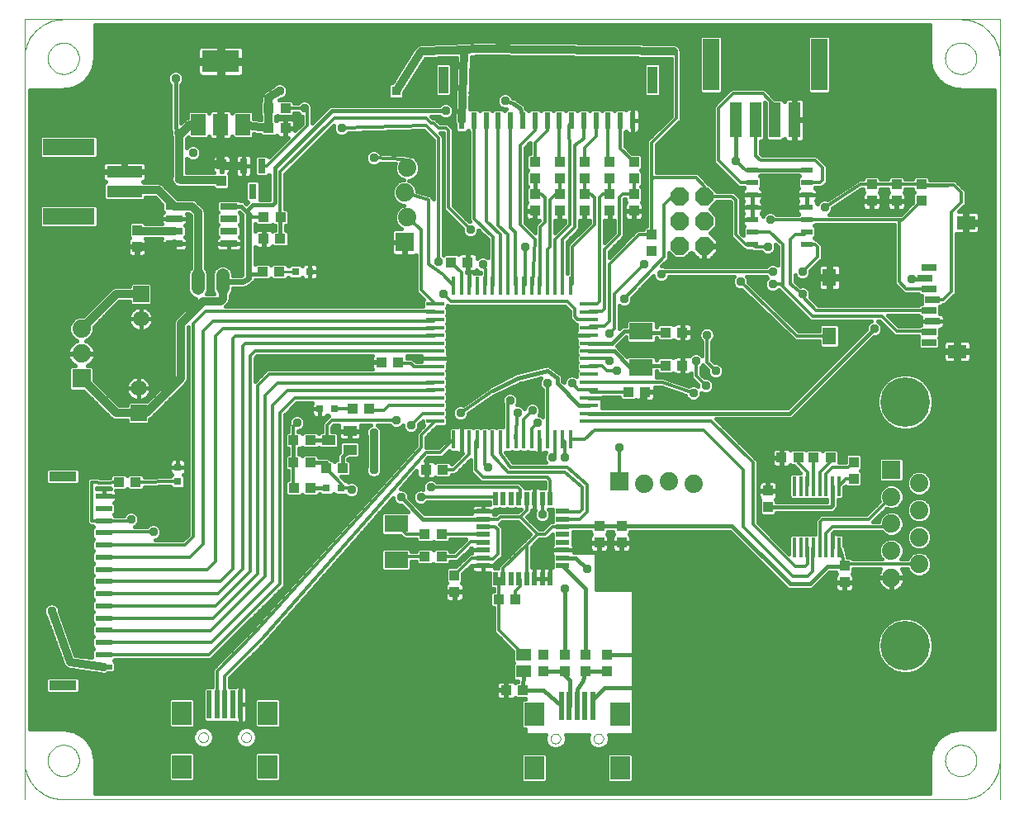
<source format=gtl>
G75*
%MOIN*%
%OFA0B0*%
%FSLAX24Y24*%
%IPPOS*%
%LPD*%
%AMOC8*
5,1,8,0,0,1.08239X$1,22.5*
%
%ADD10C,0.0000*%
%ADD11R,0.0736X0.0157*%
%ADD12R,0.0157X0.0736*%
%ADD13R,0.0945X0.0669*%
%ADD14R,0.0433X0.0394*%
%ADD15R,0.0787X0.0945*%
%ADD16R,0.0197X0.1145*%
%ADD17R,0.0748X0.0551*%
%ADD18R,0.0551X0.0709*%
%ADD19R,0.0591X0.0276*%
%ADD20R,0.0591X0.0866*%
%ADD21R,0.1496X0.0866*%
%ADD22R,0.0315X0.0591*%
%ADD23R,0.0394X0.0433*%
%ADD24OC8,0.0740*%
%ADD25R,0.0740X0.0740*%
%ADD26C,0.0740*%
%ADD27C,0.2000*%
%ADD28R,0.0571X0.0197*%
%ADD29R,0.0197X0.0571*%
%ADD30R,0.0591X0.0512*%
%ADD31R,0.0551X0.0394*%
%ADD32R,0.0157X0.0787*%
%ADD33R,0.0315X0.0315*%
%ADD34R,0.1417X0.0472*%
%ADD35R,0.2087X0.0669*%
%ADD36R,0.0472X0.0236*%
%ADD37R,0.0689X0.0256*%
%ADD38R,0.0236X0.0669*%
%ADD39R,0.0394X0.1102*%
%ADD40R,0.0669X0.0236*%
%ADD41R,0.1102X0.0394*%
%ADD42R,0.0472X0.1417*%
%ADD43R,0.0669X0.2087*%
%ADD44R,0.0650X0.0650*%
%ADD45C,0.0650*%
%ADD46C,0.0540*%
%ADD47C,0.0120*%
%ADD48C,0.0376*%
%ADD49C,0.0160*%
%ADD50R,0.0376X0.0376*%
%ADD51C,0.0270*%
%ADD52C,0.0320*%
%ADD53C,0.0337*%
%ADD54C,0.0240*%
%ADD55C,0.0100*%
D10*
X004631Y003416D02*
X004631Y034912D01*
X044001Y034912D01*
X044001Y003416D01*
X044001Y004990D02*
X044001Y033337D01*
X041796Y033337D02*
X041798Y033387D01*
X041804Y033437D01*
X041814Y033486D01*
X041828Y033534D01*
X041845Y033581D01*
X041866Y033626D01*
X041891Y033670D01*
X041919Y033711D01*
X041951Y033750D01*
X041985Y033787D01*
X042022Y033821D01*
X042062Y033851D01*
X042104Y033878D01*
X042148Y033902D01*
X042194Y033923D01*
X042241Y033939D01*
X042289Y033952D01*
X042339Y033961D01*
X042388Y033966D01*
X042439Y033967D01*
X042489Y033964D01*
X042538Y033957D01*
X042587Y033946D01*
X042635Y033931D01*
X042681Y033913D01*
X042726Y033891D01*
X042769Y033865D01*
X042810Y033836D01*
X042849Y033804D01*
X042885Y033769D01*
X042917Y033731D01*
X042947Y033691D01*
X042974Y033648D01*
X042997Y033604D01*
X043016Y033558D01*
X043032Y033510D01*
X043044Y033461D01*
X043052Y033412D01*
X043056Y033362D01*
X043056Y033312D01*
X043052Y033262D01*
X043044Y033213D01*
X043032Y033164D01*
X043016Y033116D01*
X042997Y033070D01*
X042974Y033026D01*
X042947Y032983D01*
X042917Y032943D01*
X042885Y032905D01*
X042849Y032870D01*
X042810Y032838D01*
X042769Y032809D01*
X042726Y032783D01*
X042681Y032761D01*
X042635Y032743D01*
X042587Y032728D01*
X042538Y032717D01*
X042489Y032710D01*
X042439Y032707D01*
X042388Y032708D01*
X042339Y032713D01*
X042289Y032722D01*
X042241Y032735D01*
X042194Y032751D01*
X042148Y032772D01*
X042104Y032796D01*
X042062Y032823D01*
X042022Y032853D01*
X041985Y032887D01*
X041951Y032924D01*
X041919Y032963D01*
X041891Y033004D01*
X041866Y033048D01*
X041845Y033093D01*
X041828Y033140D01*
X041814Y033188D01*
X041804Y033237D01*
X041798Y033287D01*
X041796Y033337D01*
X042426Y034912D02*
X042503Y034910D01*
X042580Y034904D01*
X042657Y034895D01*
X042733Y034882D01*
X042809Y034865D01*
X042883Y034844D01*
X042957Y034820D01*
X043029Y034792D01*
X043099Y034761D01*
X043168Y034726D01*
X043236Y034688D01*
X043301Y034647D01*
X043364Y034602D01*
X043425Y034554D01*
X043484Y034504D01*
X043540Y034451D01*
X043593Y034395D01*
X043643Y034336D01*
X043691Y034275D01*
X043736Y034212D01*
X043777Y034147D01*
X043815Y034079D01*
X043850Y034010D01*
X043881Y033940D01*
X043909Y033868D01*
X043933Y033794D01*
X043954Y033720D01*
X043971Y033644D01*
X043984Y033568D01*
X043993Y033491D01*
X043999Y033414D01*
X044001Y033337D01*
X042426Y034912D02*
X006206Y034912D01*
X005576Y033337D02*
X005578Y033387D01*
X005584Y033437D01*
X005594Y033486D01*
X005608Y033534D01*
X005625Y033581D01*
X005646Y033626D01*
X005671Y033670D01*
X005699Y033711D01*
X005731Y033750D01*
X005765Y033787D01*
X005802Y033821D01*
X005842Y033851D01*
X005884Y033878D01*
X005928Y033902D01*
X005974Y033923D01*
X006021Y033939D01*
X006069Y033952D01*
X006119Y033961D01*
X006168Y033966D01*
X006219Y033967D01*
X006269Y033964D01*
X006318Y033957D01*
X006367Y033946D01*
X006415Y033931D01*
X006461Y033913D01*
X006506Y033891D01*
X006549Y033865D01*
X006590Y033836D01*
X006629Y033804D01*
X006665Y033769D01*
X006697Y033731D01*
X006727Y033691D01*
X006754Y033648D01*
X006777Y033604D01*
X006796Y033558D01*
X006812Y033510D01*
X006824Y033461D01*
X006832Y033412D01*
X006836Y033362D01*
X006836Y033312D01*
X006832Y033262D01*
X006824Y033213D01*
X006812Y033164D01*
X006796Y033116D01*
X006777Y033070D01*
X006754Y033026D01*
X006727Y032983D01*
X006697Y032943D01*
X006665Y032905D01*
X006629Y032870D01*
X006590Y032838D01*
X006549Y032809D01*
X006506Y032783D01*
X006461Y032761D01*
X006415Y032743D01*
X006367Y032728D01*
X006318Y032717D01*
X006269Y032710D01*
X006219Y032707D01*
X006168Y032708D01*
X006119Y032713D01*
X006069Y032722D01*
X006021Y032735D01*
X005974Y032751D01*
X005928Y032772D01*
X005884Y032796D01*
X005842Y032823D01*
X005802Y032853D01*
X005765Y032887D01*
X005731Y032924D01*
X005699Y032963D01*
X005671Y033004D01*
X005646Y033048D01*
X005625Y033093D01*
X005608Y033140D01*
X005594Y033188D01*
X005584Y033237D01*
X005578Y033287D01*
X005576Y033337D01*
X004631Y033337D02*
X004633Y033414D01*
X004639Y033491D01*
X004648Y033568D01*
X004661Y033644D01*
X004678Y033720D01*
X004699Y033794D01*
X004723Y033868D01*
X004751Y033940D01*
X004782Y034010D01*
X004817Y034079D01*
X004855Y034147D01*
X004896Y034212D01*
X004941Y034275D01*
X004989Y034336D01*
X005039Y034395D01*
X005092Y034451D01*
X005148Y034504D01*
X005207Y034554D01*
X005268Y034602D01*
X005331Y034647D01*
X005396Y034688D01*
X005464Y034726D01*
X005533Y034761D01*
X005603Y034792D01*
X005675Y034820D01*
X005749Y034844D01*
X005823Y034865D01*
X005899Y034882D01*
X005975Y034895D01*
X006052Y034904D01*
X006129Y034910D01*
X006206Y034912D01*
X004631Y033337D02*
X004631Y004990D01*
X005576Y004990D02*
X005578Y005040D01*
X005584Y005090D01*
X005594Y005139D01*
X005608Y005187D01*
X005625Y005234D01*
X005646Y005279D01*
X005671Y005323D01*
X005699Y005364D01*
X005731Y005403D01*
X005765Y005440D01*
X005802Y005474D01*
X005842Y005504D01*
X005884Y005531D01*
X005928Y005555D01*
X005974Y005576D01*
X006021Y005592D01*
X006069Y005605D01*
X006119Y005614D01*
X006168Y005619D01*
X006219Y005620D01*
X006269Y005617D01*
X006318Y005610D01*
X006367Y005599D01*
X006415Y005584D01*
X006461Y005566D01*
X006506Y005544D01*
X006549Y005518D01*
X006590Y005489D01*
X006629Y005457D01*
X006665Y005422D01*
X006697Y005384D01*
X006727Y005344D01*
X006754Y005301D01*
X006777Y005257D01*
X006796Y005211D01*
X006812Y005163D01*
X006824Y005114D01*
X006832Y005065D01*
X006836Y005015D01*
X006836Y004965D01*
X006832Y004915D01*
X006824Y004866D01*
X006812Y004817D01*
X006796Y004769D01*
X006777Y004723D01*
X006754Y004679D01*
X006727Y004636D01*
X006697Y004596D01*
X006665Y004558D01*
X006629Y004523D01*
X006590Y004491D01*
X006549Y004462D01*
X006506Y004436D01*
X006461Y004414D01*
X006415Y004396D01*
X006367Y004381D01*
X006318Y004370D01*
X006269Y004363D01*
X006219Y004360D01*
X006168Y004361D01*
X006119Y004366D01*
X006069Y004375D01*
X006021Y004388D01*
X005974Y004404D01*
X005928Y004425D01*
X005884Y004449D01*
X005842Y004476D01*
X005802Y004506D01*
X005765Y004540D01*
X005731Y004577D01*
X005699Y004616D01*
X005671Y004657D01*
X005646Y004701D01*
X005625Y004746D01*
X005608Y004793D01*
X005594Y004841D01*
X005584Y004890D01*
X005578Y004940D01*
X005576Y004990D01*
X004631Y004990D02*
X004633Y004913D01*
X004639Y004836D01*
X004648Y004759D01*
X004661Y004683D01*
X004678Y004607D01*
X004699Y004533D01*
X004723Y004459D01*
X004751Y004387D01*
X004782Y004317D01*
X004817Y004248D01*
X004855Y004180D01*
X004896Y004115D01*
X004941Y004052D01*
X004989Y003991D01*
X005039Y003932D01*
X005092Y003876D01*
X005148Y003823D01*
X005207Y003773D01*
X005268Y003725D01*
X005331Y003680D01*
X005396Y003639D01*
X005464Y003601D01*
X005533Y003566D01*
X005603Y003535D01*
X005675Y003507D01*
X005749Y003483D01*
X005823Y003462D01*
X005899Y003445D01*
X005975Y003432D01*
X006052Y003423D01*
X006129Y003417D01*
X006206Y003415D01*
X006206Y003416D02*
X042426Y003416D01*
X041796Y004990D02*
X041798Y005040D01*
X041804Y005090D01*
X041814Y005139D01*
X041828Y005187D01*
X041845Y005234D01*
X041866Y005279D01*
X041891Y005323D01*
X041919Y005364D01*
X041951Y005403D01*
X041985Y005440D01*
X042022Y005474D01*
X042062Y005504D01*
X042104Y005531D01*
X042148Y005555D01*
X042194Y005576D01*
X042241Y005592D01*
X042289Y005605D01*
X042339Y005614D01*
X042388Y005619D01*
X042439Y005620D01*
X042489Y005617D01*
X042538Y005610D01*
X042587Y005599D01*
X042635Y005584D01*
X042681Y005566D01*
X042726Y005544D01*
X042769Y005518D01*
X042810Y005489D01*
X042849Y005457D01*
X042885Y005422D01*
X042917Y005384D01*
X042947Y005344D01*
X042974Y005301D01*
X042997Y005257D01*
X043016Y005211D01*
X043032Y005163D01*
X043044Y005114D01*
X043052Y005065D01*
X043056Y005015D01*
X043056Y004965D01*
X043052Y004915D01*
X043044Y004866D01*
X043032Y004817D01*
X043016Y004769D01*
X042997Y004723D01*
X042974Y004679D01*
X042947Y004636D01*
X042917Y004596D01*
X042885Y004558D01*
X042849Y004523D01*
X042810Y004491D01*
X042769Y004462D01*
X042726Y004436D01*
X042681Y004414D01*
X042635Y004396D01*
X042587Y004381D01*
X042538Y004370D01*
X042489Y004363D01*
X042439Y004360D01*
X042388Y004361D01*
X042339Y004366D01*
X042289Y004375D01*
X042241Y004388D01*
X042194Y004404D01*
X042148Y004425D01*
X042104Y004449D01*
X042062Y004476D01*
X042022Y004506D01*
X041985Y004540D01*
X041951Y004577D01*
X041919Y004616D01*
X041891Y004657D01*
X041866Y004701D01*
X041845Y004746D01*
X041828Y004793D01*
X041814Y004841D01*
X041804Y004890D01*
X041798Y004940D01*
X041796Y004990D01*
X042426Y003415D02*
X042503Y003417D01*
X042580Y003423D01*
X042657Y003432D01*
X042733Y003445D01*
X042809Y003462D01*
X042883Y003483D01*
X042957Y003507D01*
X043029Y003535D01*
X043099Y003566D01*
X043168Y003601D01*
X043236Y003639D01*
X043301Y003680D01*
X043364Y003725D01*
X043425Y003773D01*
X043484Y003823D01*
X043540Y003876D01*
X043593Y003932D01*
X043643Y003991D01*
X043691Y004052D01*
X043736Y004115D01*
X043777Y004180D01*
X043815Y004248D01*
X043850Y004317D01*
X043881Y004387D01*
X043909Y004459D01*
X043933Y004533D01*
X043954Y004607D01*
X043971Y004683D01*
X043984Y004759D01*
X043993Y004836D01*
X043999Y004913D01*
X044001Y004990D01*
X027606Y005873D02*
X027608Y005900D01*
X027614Y005927D01*
X027623Y005953D01*
X027636Y005977D01*
X027652Y006000D01*
X027671Y006019D01*
X027693Y006036D01*
X027717Y006050D01*
X027742Y006060D01*
X027769Y006067D01*
X027796Y006070D01*
X027824Y006069D01*
X027851Y006064D01*
X027877Y006056D01*
X027901Y006044D01*
X027924Y006028D01*
X027945Y006010D01*
X027962Y005989D01*
X027977Y005965D01*
X027988Y005940D01*
X027996Y005914D01*
X028000Y005887D01*
X028000Y005859D01*
X027996Y005832D01*
X027988Y005806D01*
X027977Y005781D01*
X027962Y005757D01*
X027945Y005736D01*
X027924Y005718D01*
X027902Y005702D01*
X027877Y005690D01*
X027851Y005682D01*
X027824Y005677D01*
X027796Y005676D01*
X027769Y005679D01*
X027742Y005686D01*
X027717Y005696D01*
X027693Y005710D01*
X027671Y005727D01*
X027652Y005746D01*
X027636Y005769D01*
X027623Y005793D01*
X027614Y005819D01*
X027608Y005846D01*
X027606Y005873D01*
X025873Y005873D02*
X025875Y005900D01*
X025881Y005927D01*
X025890Y005953D01*
X025903Y005977D01*
X025919Y006000D01*
X025938Y006019D01*
X025960Y006036D01*
X025984Y006050D01*
X026009Y006060D01*
X026036Y006067D01*
X026063Y006070D01*
X026091Y006069D01*
X026118Y006064D01*
X026144Y006056D01*
X026168Y006044D01*
X026191Y006028D01*
X026212Y006010D01*
X026229Y005989D01*
X026244Y005965D01*
X026255Y005940D01*
X026263Y005914D01*
X026267Y005887D01*
X026267Y005859D01*
X026263Y005832D01*
X026255Y005806D01*
X026244Y005781D01*
X026229Y005757D01*
X026212Y005736D01*
X026191Y005718D01*
X026169Y005702D01*
X026144Y005690D01*
X026118Y005682D01*
X026091Y005677D01*
X026063Y005676D01*
X026036Y005679D01*
X026009Y005686D01*
X025984Y005696D01*
X025960Y005710D01*
X025938Y005727D01*
X025919Y005746D01*
X025903Y005769D01*
X025890Y005793D01*
X025881Y005819D01*
X025875Y005846D01*
X025873Y005873D01*
X013387Y005923D02*
X013389Y005950D01*
X013395Y005977D01*
X013404Y006003D01*
X013417Y006027D01*
X013433Y006050D01*
X013452Y006069D01*
X013474Y006086D01*
X013498Y006100D01*
X013523Y006110D01*
X013550Y006117D01*
X013577Y006120D01*
X013605Y006119D01*
X013632Y006114D01*
X013658Y006106D01*
X013682Y006094D01*
X013705Y006078D01*
X013726Y006060D01*
X013743Y006039D01*
X013758Y006015D01*
X013769Y005990D01*
X013777Y005964D01*
X013781Y005937D01*
X013781Y005909D01*
X013777Y005882D01*
X013769Y005856D01*
X013758Y005831D01*
X013743Y005807D01*
X013726Y005786D01*
X013705Y005768D01*
X013683Y005752D01*
X013658Y005740D01*
X013632Y005732D01*
X013605Y005727D01*
X013577Y005726D01*
X013550Y005729D01*
X013523Y005736D01*
X013498Y005746D01*
X013474Y005760D01*
X013452Y005777D01*
X013433Y005796D01*
X013417Y005819D01*
X013404Y005843D01*
X013395Y005869D01*
X013389Y005896D01*
X013387Y005923D01*
X011655Y005923D02*
X011657Y005950D01*
X011663Y005977D01*
X011672Y006003D01*
X011685Y006027D01*
X011701Y006050D01*
X011720Y006069D01*
X011742Y006086D01*
X011766Y006100D01*
X011791Y006110D01*
X011818Y006117D01*
X011845Y006120D01*
X011873Y006119D01*
X011900Y006114D01*
X011926Y006106D01*
X011950Y006094D01*
X011973Y006078D01*
X011994Y006060D01*
X012011Y006039D01*
X012026Y006015D01*
X012037Y005990D01*
X012045Y005964D01*
X012049Y005937D01*
X012049Y005909D01*
X012045Y005882D01*
X012037Y005856D01*
X012026Y005831D01*
X012011Y005807D01*
X011994Y005786D01*
X011973Y005768D01*
X011951Y005752D01*
X011926Y005740D01*
X011900Y005732D01*
X011873Y005727D01*
X011845Y005726D01*
X011818Y005729D01*
X011791Y005736D01*
X011766Y005746D01*
X011742Y005760D01*
X011720Y005777D01*
X011701Y005796D01*
X011685Y005819D01*
X011672Y005843D01*
X011663Y005869D01*
X011657Y005896D01*
X011655Y005923D01*
D11*
X021206Y018692D03*
X021206Y019007D03*
X021206Y019322D03*
X021206Y019637D03*
X021206Y019952D03*
X021206Y020267D03*
X021206Y020582D03*
X021206Y020897D03*
X021206Y021212D03*
X021206Y021527D03*
X021206Y021842D03*
X021206Y022157D03*
X021206Y022472D03*
X021206Y022786D03*
X021206Y023101D03*
X021206Y023416D03*
X027426Y023416D03*
X027426Y023101D03*
X027426Y022786D03*
X027426Y022472D03*
X027426Y022157D03*
X027426Y021842D03*
X027426Y021527D03*
X027426Y021212D03*
X027426Y020897D03*
X027426Y020582D03*
X027426Y020267D03*
X027426Y019952D03*
X027426Y019637D03*
X027426Y019322D03*
X027426Y019007D03*
X027426Y018692D03*
D12*
X026678Y017944D03*
X026363Y017944D03*
X026048Y017944D03*
X025733Y017944D03*
X025418Y017944D03*
X025103Y017944D03*
X024788Y017944D03*
X024473Y017944D03*
X024158Y017944D03*
X023843Y017944D03*
X023528Y017944D03*
X023213Y017944D03*
X022898Y017944D03*
X022583Y017944D03*
X022269Y017944D03*
X021954Y017944D03*
X021954Y024164D03*
X022269Y024164D03*
X022583Y024164D03*
X022898Y024164D03*
X023213Y024164D03*
X023528Y024164D03*
X023843Y024164D03*
X024158Y024164D03*
X024473Y024164D03*
X024788Y024164D03*
X025103Y024164D03*
X025418Y024164D03*
X025733Y024164D03*
X026048Y024164D03*
X026363Y024164D03*
X026678Y024164D03*
D13*
X029526Y022315D03*
X029526Y020858D03*
X019631Y014544D03*
X019631Y013087D03*
D14*
X020796Y013216D03*
X021465Y013216D03*
X021465Y014116D03*
X020796Y014116D03*
X020858Y016722D03*
X021528Y016722D03*
X018563Y019179D03*
X017893Y019179D03*
X016165Y017916D03*
X015496Y017916D03*
X015496Y017016D03*
X016165Y017016D03*
X016803Y016781D03*
X017472Y016781D03*
X016181Y015990D03*
X015512Y015990D03*
X009118Y016224D03*
X008449Y016224D03*
X014249Y024727D03*
X014918Y024727D03*
X014960Y026051D03*
X014291Y026051D03*
X014296Y026916D03*
X014965Y026916D03*
X015165Y030516D03*
X014496Y030516D03*
X014496Y031316D03*
X015165Y031316D03*
X021846Y025107D03*
X022515Y025107D03*
X019729Y021063D03*
X019059Y021063D03*
X029008Y019873D03*
X029678Y019873D03*
X030519Y020943D03*
X031189Y020943D03*
X031189Y022277D03*
X030519Y022277D03*
X035196Y017216D03*
X035865Y017216D03*
X036496Y017216D03*
X037165Y017216D03*
X024448Y011503D03*
X023778Y011503D03*
X024075Y007829D03*
X024744Y007829D03*
D15*
X025204Y006857D03*
X025204Y004692D03*
X028669Y004692D03*
X028669Y006857D03*
X014450Y006907D03*
X014450Y004742D03*
X010985Y004742D03*
X010985Y006907D03*
D16*
X012088Y007248D03*
X012403Y007248D03*
X012718Y007248D03*
X013033Y007248D03*
X013348Y007248D03*
X026307Y007198D03*
X026622Y007198D03*
X026937Y007198D03*
X027252Y007198D03*
X027567Y007198D03*
D17*
X042279Y021503D03*
X042633Y026700D03*
D18*
X037122Y024496D03*
X037122Y022133D03*
D19*
X041137Y022291D03*
X041137Y021858D03*
X041295Y022724D03*
X041137Y023157D03*
X041295Y023590D03*
X041137Y024023D03*
X040980Y024456D03*
X041137Y024889D03*
D20*
X013457Y030661D03*
X012551Y030661D03*
X011646Y030661D03*
D21*
X012551Y033220D03*
D22*
X013474Y028999D03*
X014222Y028999D03*
X013848Y027975D03*
D23*
X012589Y028397D03*
X012589Y029066D03*
X009181Y026400D03*
X009181Y025731D03*
X025231Y027181D03*
X025231Y027850D03*
X025231Y028481D03*
X025231Y029150D03*
X026231Y029150D03*
X026231Y028481D03*
X026231Y027850D03*
X026231Y027181D03*
X027231Y027181D03*
X027231Y027850D03*
X027231Y028481D03*
X027231Y029150D03*
X028263Y029157D03*
X028263Y028488D03*
X028263Y027854D03*
X028263Y027185D03*
X029231Y027181D03*
X029231Y027850D03*
X029231Y028481D03*
X029231Y029150D03*
X029956Y026215D03*
X029956Y025546D03*
X038831Y027581D03*
X038831Y028250D03*
X039831Y028250D03*
X039831Y027581D03*
X040831Y027581D03*
X040831Y028250D03*
X038106Y017037D03*
X038106Y016368D03*
X034633Y015891D03*
X034633Y015222D03*
X037731Y012850D03*
X037731Y012181D03*
X028731Y013781D03*
X027831Y013781D03*
X027831Y014450D03*
X028731Y014450D03*
X021987Y012465D03*
X021987Y011796D03*
X025581Y009250D03*
X025581Y008581D03*
X026431Y008581D03*
X027281Y008581D03*
X027281Y009250D03*
X026431Y009250D03*
X028131Y009250D03*
X028131Y008581D03*
D24*
X031076Y025758D03*
X032076Y025758D03*
X032076Y026758D03*
X031076Y026758D03*
X031076Y027758D03*
X032076Y027758D03*
D25*
X019981Y025916D03*
X028631Y016266D03*
X039624Y016729D03*
X006931Y020416D03*
D26*
X006931Y021416D03*
X006931Y022416D03*
X019981Y027916D03*
X020081Y028916D03*
X020081Y026916D03*
X029631Y016166D03*
X030631Y016266D03*
X031631Y016166D03*
X039624Y015638D03*
X040742Y016182D03*
X040742Y015091D03*
X039624Y014548D03*
X040742Y014005D03*
X039624Y013457D03*
X040742Y012914D03*
X039624Y012367D03*
D27*
X040183Y009627D03*
X040183Y019469D03*
D28*
X026363Y015056D03*
X026363Y014741D03*
X026363Y014426D03*
X026363Y014111D03*
X026363Y013796D03*
X026363Y013481D03*
X026363Y013166D03*
X026363Y012851D03*
X023135Y012851D03*
X023135Y013166D03*
X023135Y013481D03*
X023135Y013796D03*
X023135Y014111D03*
X023135Y014426D03*
X023135Y014741D03*
X023135Y015056D03*
D29*
X023646Y015568D03*
X023961Y015568D03*
X024276Y015568D03*
X024591Y015568D03*
X024906Y015568D03*
X025221Y015568D03*
X025536Y015568D03*
X025851Y015568D03*
X025851Y012340D03*
X025536Y012340D03*
X025221Y012340D03*
X024906Y012340D03*
X024591Y012340D03*
X024276Y012340D03*
X023961Y012340D03*
X023646Y012340D03*
D30*
X024781Y009250D03*
X024781Y008581D03*
D31*
X017764Y017542D03*
X017764Y018290D03*
X016898Y017916D03*
D32*
X035711Y016077D03*
X035967Y016077D03*
X036223Y016077D03*
X036479Y016077D03*
X036735Y016077D03*
X036991Y016077D03*
X037246Y016077D03*
X037502Y016077D03*
X037502Y013596D03*
X037246Y013596D03*
X036991Y013596D03*
X036735Y013596D03*
X036479Y013596D03*
X036223Y013596D03*
X035967Y013596D03*
X035711Y013596D03*
D33*
X017420Y015990D03*
X016829Y015990D03*
X016555Y019179D03*
X017145Y019179D03*
X010822Y016842D03*
X010822Y016251D03*
X015566Y024727D03*
X016157Y024727D03*
D34*
X008664Y027971D03*
X008664Y028759D03*
D35*
X006428Y029762D03*
X006428Y026967D03*
D36*
X034015Y026835D03*
X034015Y027335D03*
X034015Y027835D03*
X034015Y028335D03*
X034015Y028835D03*
X036220Y028835D03*
X036220Y028335D03*
X036220Y027835D03*
X036220Y027335D03*
X036220Y026835D03*
X036220Y026335D03*
X036220Y025835D03*
X034015Y025835D03*
X034015Y026335D03*
D37*
X012881Y026366D03*
X012881Y026866D03*
X012881Y027366D03*
X012881Y025866D03*
X010681Y025866D03*
X010681Y026366D03*
X010681Y026866D03*
X010681Y027366D03*
D38*
X022286Y030816D03*
X022778Y030816D03*
X023270Y030816D03*
X023762Y030816D03*
X024254Y030816D03*
X024746Y030816D03*
X025239Y030816D03*
X025731Y030816D03*
X026223Y030816D03*
X026715Y030816D03*
X027207Y030816D03*
X027699Y030816D03*
X028191Y030816D03*
X028683Y030816D03*
X029176Y030816D03*
D39*
X029983Y032469D03*
X021538Y032469D03*
D40*
X007831Y015660D03*
X007831Y015168D03*
X007831Y014676D03*
X007831Y014184D03*
X007831Y013692D03*
X007831Y013200D03*
X007831Y012708D03*
X007831Y012216D03*
X007831Y011723D03*
X007831Y011231D03*
X007831Y010739D03*
X007831Y010247D03*
X007831Y009755D03*
X007831Y009263D03*
X007831Y008771D03*
D41*
X006177Y008023D03*
X006177Y016468D03*
D42*
X033350Y030851D03*
X034137Y030851D03*
X034924Y030851D03*
X035712Y030851D03*
D43*
X036716Y033088D03*
X032346Y033088D03*
D44*
X009331Y023816D03*
X009231Y019016D03*
D45*
X009231Y020016D03*
X009331Y022816D03*
D46*
X011631Y024046D02*
X011631Y024586D01*
X012631Y024586D02*
X012631Y024046D01*
D47*
X011931Y023116D02*
X011431Y022616D01*
X011431Y014016D01*
X011107Y013692D01*
X007831Y013692D01*
X007831Y014184D02*
X007862Y014216D01*
X009831Y014216D01*
X008931Y014716D02*
X008891Y014676D01*
X007831Y014676D01*
X007331Y014676D01*
X007331Y016216D01*
X007849Y016198D01*
X008449Y016224D01*
X009118Y016224D02*
X010822Y016251D01*
X011831Y013716D02*
X011315Y013200D01*
X007831Y013200D01*
X007831Y012708D02*
X012023Y012708D01*
X012331Y013016D01*
X012331Y022116D01*
X012631Y022416D01*
X021150Y022416D01*
X021206Y022472D01*
X021135Y022716D02*
X021206Y022786D01*
X021135Y022716D02*
X012231Y022716D01*
X011831Y022316D01*
X011831Y013716D01*
X013031Y012716D02*
X012531Y012216D01*
X007831Y012216D01*
X007831Y011723D02*
X012439Y011723D01*
X013431Y012716D01*
X013431Y021716D01*
X013531Y021816D01*
X021180Y021816D01*
X021206Y021842D01*
X021165Y022116D02*
X021206Y022157D01*
X021165Y022116D02*
X013131Y022116D01*
X013031Y022016D01*
X013031Y012716D01*
X013731Y012616D02*
X012346Y011231D01*
X007831Y011231D01*
X007831Y010739D02*
X012254Y010739D01*
X014031Y012516D01*
X014031Y020116D01*
X014497Y020582D01*
X021206Y020582D01*
X021206Y020897D02*
X020350Y020897D01*
X020231Y021016D01*
X019776Y021016D01*
X019729Y021063D01*
X021194Y021516D02*
X021206Y021527D01*
X021194Y021516D02*
X013931Y021516D01*
X013731Y021316D01*
X013731Y012616D01*
X014331Y012416D02*
X012131Y010216D01*
X008131Y010216D01*
X008099Y010247D01*
X007831Y010247D01*
X007831Y009755D02*
X012170Y009755D01*
X014631Y012216D01*
X014631Y019316D01*
X015231Y019916D01*
X021169Y019916D01*
X021206Y019952D01*
X021154Y020216D02*
X021206Y020267D01*
X021154Y020216D02*
X014831Y020216D01*
X014331Y019716D01*
X014331Y012416D01*
X014931Y012116D02*
X012078Y009263D01*
X007831Y009263D01*
X012403Y008588D02*
X012403Y007248D01*
X012718Y007248D02*
X012718Y008403D01*
X014244Y009929D01*
X020831Y017416D01*
X021425Y017416D01*
X021954Y017944D01*
X022583Y017944D02*
X022583Y017368D01*
X021931Y016716D01*
X021534Y016716D01*
X021528Y016722D01*
X021031Y016016D02*
X024531Y016016D01*
X024631Y015916D01*
X024631Y015607D01*
X024591Y015568D01*
X024906Y015568D02*
X024906Y015091D01*
X024631Y014816D01*
X025331Y014116D01*
X024906Y013691D01*
X023961Y012746D01*
X023961Y012340D01*
X023778Y012208D02*
X023646Y012340D01*
X023778Y012208D02*
X023778Y011503D01*
X023778Y010253D01*
X024781Y009250D01*
X024448Y011503D02*
X024448Y011833D01*
X024631Y012016D01*
X024631Y012300D01*
X024591Y012340D01*
X024906Y012340D02*
X024906Y013691D01*
X025331Y014116D02*
X025631Y014116D01*
X025941Y014426D01*
X026363Y014426D01*
X026389Y014716D02*
X026363Y014741D01*
X026389Y014716D02*
X027031Y014716D01*
X027331Y015016D01*
X027331Y016116D01*
X026531Y016816D01*
X024231Y016816D01*
X023843Y017403D01*
X023843Y017944D01*
X024131Y017972D02*
X024158Y017944D01*
X024131Y017972D02*
X024131Y019416D01*
X024231Y019516D01*
X023531Y019916D02*
X022231Y019016D01*
X021206Y019007D02*
X020722Y019007D01*
X020231Y018516D01*
X020631Y018117D02*
X021206Y018692D01*
X020631Y018117D02*
X020631Y017616D01*
X013859Y010044D01*
X012403Y008588D01*
X014931Y012116D02*
X014931Y019016D01*
X015531Y019616D01*
X021184Y019616D01*
X021206Y019637D01*
X021206Y019322D02*
X019337Y019322D01*
X019131Y019116D01*
X018626Y019116D01*
X018563Y019179D01*
X017893Y019179D02*
X017145Y019179D01*
X017031Y018716D02*
X016831Y018516D01*
X016831Y017983D01*
X016898Y017916D01*
X017031Y018716D02*
X019631Y018716D01*
X022831Y017876D02*
X022831Y016716D01*
X023131Y016416D01*
X025731Y016416D01*
X025851Y016295D01*
X025851Y015568D01*
X025536Y015568D02*
X025531Y015562D01*
X025531Y014916D01*
X026363Y015056D02*
X026404Y015016D01*
X027031Y015016D01*
X027131Y015116D01*
X027131Y016016D01*
X026431Y016616D01*
X024131Y016616D01*
X023528Y017318D01*
X023528Y017944D01*
X023213Y017944D02*
X023213Y016933D01*
X023331Y016816D01*
X022831Y017876D02*
X022898Y017944D01*
X024431Y017986D02*
X024473Y017944D01*
X024431Y017986D02*
X024531Y019016D01*
X024788Y018773D02*
X025131Y019116D01*
X024788Y018773D02*
X024788Y017944D01*
X025103Y017944D02*
X025103Y018388D01*
X025331Y018616D01*
X025733Y017944D02*
X025733Y020213D01*
X025731Y020216D01*
X026731Y020216D02*
X026994Y019952D01*
X027426Y019952D01*
X027505Y019873D01*
X029008Y019873D01*
X029431Y019516D02*
X028131Y019516D01*
X028031Y019616D01*
X027447Y019616D01*
X027426Y019637D01*
X027426Y020267D02*
X030380Y020267D01*
X031631Y019816D01*
X032131Y020116D02*
X031731Y020516D01*
X031731Y021116D01*
X032181Y021066D02*
X032181Y022166D01*
X032181Y021066D02*
X032531Y020716D01*
X032354Y018692D02*
X034031Y017016D01*
X034031Y014516D01*
X035731Y012816D01*
X036131Y012816D01*
X036231Y012916D01*
X036231Y013588D01*
X036223Y013596D01*
X036431Y013548D02*
X036479Y013596D01*
X036431Y013548D02*
X036431Y012616D01*
X036231Y012416D01*
X035631Y012416D01*
X033631Y014416D01*
X033631Y016716D01*
X032031Y018316D01*
X027631Y018316D01*
X027259Y017944D01*
X026678Y017944D01*
X026431Y017876D02*
X026363Y017944D01*
X026431Y017876D02*
X026431Y017216D01*
X026031Y017316D02*
X026031Y017927D01*
X026048Y017944D01*
X026031Y017316D02*
X025931Y017216D01*
X027426Y018692D02*
X032354Y018692D01*
X029678Y019762D02*
X029431Y019516D01*
X029678Y019762D02*
X029678Y019873D01*
X028531Y020716D02*
X028131Y020716D01*
X027931Y020916D01*
X027445Y020916D01*
X027426Y020897D01*
X027426Y021212D02*
X027430Y021216D01*
X028131Y021216D01*
X028231Y021116D01*
X028231Y022216D02*
X028431Y022416D01*
X028431Y023816D01*
X029631Y025016D01*
X030331Y024616D02*
X030431Y024716D01*
X034831Y024716D01*
X034831Y024216D02*
X035131Y024216D01*
X035231Y024116D01*
X036431Y022916D01*
X039231Y022916D01*
X039831Y022316D01*
X041113Y022316D01*
X041137Y022291D01*
X041137Y023157D02*
X036589Y023157D01*
X036031Y023716D01*
X036031Y023816D01*
X035531Y024216D01*
X035531Y026016D01*
X035731Y026216D01*
X036101Y026216D01*
X036220Y026335D01*
X036220Y026835D02*
X034750Y026835D01*
X034731Y026816D01*
X034711Y026335D02*
X035231Y025816D01*
X035231Y024116D01*
X036031Y024716D02*
X036631Y025316D01*
X036631Y025716D01*
X036531Y025816D01*
X036239Y025816D01*
X036220Y025835D01*
X036220Y026835D02*
X040031Y026835D01*
X039931Y026735D01*
X039931Y024316D01*
X040223Y024023D01*
X041137Y024023D01*
X041295Y023590D02*
X041705Y023590D01*
X042031Y023916D01*
X042031Y027116D01*
X042431Y027516D01*
X042431Y027916D01*
X042131Y028216D01*
X041865Y028216D01*
X040831Y028250D02*
X039831Y028250D01*
X038831Y028250D01*
X038365Y028250D01*
X036931Y027316D01*
X036731Y028316D02*
X036239Y028316D01*
X036220Y028335D01*
X036731Y028316D02*
X036831Y028416D01*
X036831Y028916D01*
X036531Y029216D01*
X034331Y029216D01*
X034137Y029409D01*
X034137Y030851D01*
X034924Y030851D02*
X034924Y031422D01*
X034431Y031916D01*
X033231Y031916D01*
X032631Y031316D01*
X032631Y029216D01*
X033531Y028316D01*
X033996Y028316D01*
X034015Y028335D01*
X033996Y028816D02*
X034015Y028835D01*
X033996Y028816D02*
X033731Y028816D01*
X033350Y029197D01*
X033188Y027758D02*
X032076Y027758D01*
X032076Y028170D01*
X031731Y028516D01*
X030056Y028516D01*
X029956Y028416D01*
X029956Y029941D01*
X030931Y030916D01*
X030931Y033516D01*
X030831Y033616D01*
X028683Y030816D02*
X028683Y029698D01*
X029231Y029150D01*
X029231Y028481D02*
X029231Y027850D01*
X028765Y027850D01*
X028631Y027716D01*
X028631Y026216D01*
X028031Y025616D01*
X028031Y023216D01*
X027931Y023116D01*
X027440Y023116D01*
X027426Y023101D01*
X027426Y022786D02*
X026960Y022786D01*
X026831Y022916D01*
X026831Y023216D01*
X026531Y023516D01*
X021831Y023516D01*
X021531Y023816D01*
X021206Y023416D02*
X020631Y023991D01*
X020631Y026416D01*
X020455Y026591D01*
X020431Y026591D01*
X020081Y026916D01*
X019981Y027916D02*
X020931Y027616D01*
X020931Y025016D01*
X021502Y024616D01*
X021954Y024164D01*
X022269Y024164D02*
X022269Y024685D01*
X021846Y025107D01*
X021331Y025116D02*
X021331Y030116D01*
X020831Y030616D01*
X017431Y030516D01*
X017131Y030916D02*
X020831Y030916D01*
X021031Y030716D01*
X021131Y030716D01*
X021331Y030516D01*
X021631Y030516D01*
X021731Y030416D01*
X021731Y027316D01*
X022631Y026416D01*
X022778Y026868D02*
X023531Y026116D01*
X023531Y024167D01*
X023528Y024164D01*
X023231Y024182D02*
X023213Y024164D01*
X023231Y024182D02*
X023231Y024816D01*
X023131Y024916D01*
X023131Y025016D01*
X022583Y025039D02*
X022515Y025107D01*
X022583Y025039D02*
X022583Y024164D01*
X023831Y024177D02*
X023843Y024164D01*
X023831Y024177D02*
X023831Y026216D01*
X023270Y026776D01*
X023270Y030816D01*
X022778Y030816D02*
X022778Y026868D01*
X023762Y026584D02*
X024131Y026216D01*
X024131Y024192D01*
X024158Y024164D01*
X024431Y024207D02*
X024473Y024164D01*
X024431Y024207D02*
X024431Y026316D01*
X024254Y026492D01*
X024254Y030816D01*
X023762Y030816D02*
X023762Y026584D01*
X024631Y026616D02*
X025231Y026016D01*
X025131Y024192D01*
X025103Y024164D01*
X024831Y024207D02*
X024788Y024164D01*
X024831Y024207D02*
X024831Y025716D01*
X025731Y025616D02*
X025731Y024167D01*
X025733Y024164D01*
X026031Y024182D02*
X026048Y024164D01*
X026031Y024182D02*
X026031Y026016D01*
X026631Y026616D01*
X026631Y029516D01*
X026615Y030600D01*
X026715Y030816D01*
X027207Y030816D02*
X027207Y030092D01*
X026831Y029816D01*
X026831Y026516D01*
X026331Y026016D01*
X026331Y024197D01*
X026363Y024164D01*
X026678Y024164D02*
X026731Y024217D01*
X026731Y025716D01*
X027631Y026616D01*
X027631Y027716D01*
X027496Y027850D01*
X027231Y027850D01*
X027231Y028481D01*
X027231Y029150D02*
X027231Y029716D01*
X027699Y030184D01*
X027699Y030816D01*
X028191Y030816D02*
X028191Y029229D01*
X028263Y029157D01*
X028263Y028488D02*
X028263Y027854D01*
X027969Y027854D01*
X027831Y027716D01*
X027831Y023516D01*
X027731Y023416D01*
X027427Y023416D01*
X027426Y023416D01*
X027470Y022516D02*
X027426Y022472D01*
X027470Y022516D02*
X028031Y022516D01*
X028231Y022716D01*
X028231Y025016D01*
X029430Y026215D01*
X029956Y026215D01*
X029956Y028416D01*
X030773Y027758D02*
X030431Y027416D01*
X030431Y025316D01*
X028831Y023616D01*
X025431Y024177D02*
X025418Y024164D01*
X025431Y024177D02*
X025431Y026516D01*
X025631Y026716D01*
X025631Y027716D01*
X025496Y027850D01*
X025231Y027850D01*
X025831Y027616D02*
X025831Y025716D01*
X025731Y025616D01*
X024631Y026616D02*
X024631Y029816D01*
X025239Y030423D01*
X025239Y030816D01*
X025731Y030816D02*
X025731Y030416D01*
X025231Y029916D01*
X025231Y029150D01*
X026223Y029158D02*
X026231Y029150D01*
X026223Y029158D02*
X026223Y030816D01*
X026231Y028481D02*
X026231Y027850D01*
X026065Y027850D01*
X025831Y027616D01*
X030773Y027758D02*
X031076Y027758D01*
X033188Y027758D02*
X033331Y027616D01*
X033331Y026216D01*
X033731Y025816D01*
X033996Y025816D01*
X034015Y025835D01*
X034135Y025716D01*
X034631Y025716D01*
X034711Y026335D02*
X034015Y026335D01*
X033531Y024316D02*
X035813Y022133D01*
X037122Y022133D01*
X040031Y026835D02*
X040085Y026835D01*
X040831Y027581D01*
X028631Y017616D02*
X028631Y016266D01*
X024631Y014816D02*
X023831Y014816D01*
X023731Y014716D01*
X023160Y014716D01*
X023135Y014741D01*
X023135Y014426D02*
X023620Y014426D01*
X023731Y014316D01*
X023731Y013316D01*
X023531Y013116D01*
X023185Y013116D01*
X023135Y013166D01*
X022688Y013166D01*
X021987Y012465D01*
X022031Y013216D02*
X021465Y013216D01*
X022031Y013216D02*
X022631Y013816D01*
X023115Y013816D01*
X023135Y013796D01*
X023135Y014111D02*
X023130Y014116D01*
X021465Y014116D01*
X020796Y014116D02*
X020059Y014116D01*
X019631Y014544D01*
X019759Y013216D02*
X019631Y013087D01*
X019759Y013216D02*
X020796Y013216D01*
X020631Y015616D02*
X023599Y015616D01*
X023646Y015568D01*
X017831Y015916D02*
X017756Y015990D01*
X017420Y015990D01*
X017420Y016164D01*
X016803Y016781D01*
X015496Y017016D02*
X015496Y016006D01*
X015512Y015990D01*
X015496Y017916D02*
X015496Y018481D01*
X015631Y018616D01*
X011931Y023116D02*
X021191Y023116D01*
X021206Y023101D01*
X014965Y026056D02*
X014960Y026051D01*
X014960Y028745D01*
X017131Y030916D01*
X016031Y030616D02*
X016031Y031316D01*
X015931Y031316D01*
X015165Y031316D01*
X016031Y030616D02*
X014414Y028999D01*
X014222Y028999D01*
X013631Y027116D02*
X013681Y027066D01*
X013831Y026916D01*
X014296Y026916D01*
X014965Y026916D02*
X014965Y026056D01*
X018731Y029316D02*
X019931Y029266D01*
X020081Y028916D01*
X035865Y017216D02*
X035865Y016981D01*
X036231Y016616D01*
X036231Y016085D01*
X036223Y016077D01*
X036479Y016077D02*
X036479Y017066D01*
X036496Y017216D01*
X036731Y016616D02*
X036731Y016081D01*
X036735Y016077D01*
X036991Y016077D02*
X036991Y016575D01*
X037231Y016816D01*
X037884Y016816D01*
X038106Y017037D01*
X038106Y016368D02*
X037793Y016368D01*
X037502Y016077D01*
X036731Y016616D02*
X037269Y017153D01*
X037165Y017216D01*
X039624Y015638D02*
X038701Y014716D01*
X036831Y014716D01*
X036735Y014620D01*
X036735Y013596D01*
X036991Y013596D02*
X036991Y014175D01*
X037231Y014416D01*
X039491Y014416D01*
X039624Y014548D01*
X040742Y012914D02*
X037894Y012914D01*
X037731Y012850D01*
X037596Y013503D01*
X037502Y013596D01*
X037246Y013596D02*
X037246Y014131D01*
X037331Y014216D01*
D48*
X031631Y019816D03*
X032131Y020116D03*
X032531Y020716D03*
X031731Y021116D03*
X032181Y022166D03*
X033531Y024316D03*
X034831Y024216D03*
X034831Y024716D03*
X036031Y024716D03*
X036031Y023816D03*
X034631Y025716D03*
X034731Y026816D03*
X036931Y027316D03*
X037881Y027316D03*
X037781Y025516D03*
X040431Y024416D03*
X038931Y022416D03*
X033881Y020116D03*
X028831Y023616D03*
X028231Y022216D03*
X028231Y021116D03*
X028531Y020716D03*
X026731Y020216D03*
X025731Y020216D03*
X025131Y019116D03*
X025331Y018616D03*
X024531Y019016D03*
X024231Y019516D03*
X024281Y021016D03*
X022231Y019016D03*
X020231Y018516D03*
X019631Y018716D03*
X018731Y018216D03*
X018731Y016716D03*
X017831Y015916D03*
X019831Y015616D03*
X020631Y015616D03*
X021031Y016016D03*
X023331Y016816D03*
X025531Y014916D03*
X025931Y017216D03*
X026431Y017216D03*
X028631Y017616D03*
X027331Y012716D03*
X026431Y011916D03*
X015631Y018616D03*
X018031Y021116D03*
X021531Y023816D03*
X021331Y025116D03*
X023131Y025016D03*
X024831Y025716D03*
X025131Y026716D03*
X026231Y026716D03*
X027231Y026716D03*
X028231Y026616D03*
X029631Y025016D03*
X030331Y024616D03*
X033331Y029197D03*
X031731Y029516D03*
X029531Y030116D03*
X029031Y030116D03*
X024031Y031616D03*
X021631Y031216D03*
X018731Y029316D03*
X017431Y030516D03*
X015931Y031316D03*
X014931Y032016D03*
X014131Y029916D03*
X011431Y029516D03*
X010881Y028466D03*
X009831Y028916D03*
X009831Y029416D03*
X009331Y029416D03*
X010731Y032516D03*
X008181Y026116D03*
X008931Y014716D03*
X009831Y014216D03*
X005731Y011016D03*
X022631Y026416D03*
D49*
X022620Y026744D02*
X022585Y026744D01*
X021931Y027398D01*
X021931Y030498D01*
X021814Y030616D01*
X021714Y030716D01*
X021414Y030716D01*
X021331Y030798D01*
X021331Y030798D01*
X021214Y030916D01*
X021114Y030916D01*
X021034Y030996D01*
X021387Y030996D01*
X021445Y030937D01*
X021565Y030888D01*
X021696Y030888D01*
X021817Y030937D01*
X021909Y031030D01*
X021959Y031150D01*
X021959Y031281D01*
X021909Y031401D01*
X021817Y031494D01*
X021696Y031544D01*
X021565Y031544D01*
X021445Y031494D01*
X021387Y031436D01*
X016940Y031436D01*
X016231Y030727D01*
X016231Y031182D01*
X016259Y031250D01*
X016259Y031381D01*
X016209Y031501D01*
X016117Y031594D01*
X015996Y031644D01*
X015865Y031644D01*
X015745Y031594D01*
X015667Y031516D01*
X015522Y031516D01*
X015522Y031570D01*
X015440Y031652D01*
X014912Y031652D01*
X014969Y031688D01*
X014996Y031688D01*
X015117Y031737D01*
X015209Y031830D01*
X015259Y031950D01*
X015259Y032081D01*
X015209Y032201D01*
X015117Y032294D01*
X014996Y032344D01*
X014865Y032344D01*
X014745Y032294D01*
X014653Y032201D01*
X014650Y032196D01*
X014360Y032018D01*
X014326Y032005D01*
X014309Y031988D01*
X014289Y031975D01*
X014267Y031946D01*
X010951Y031946D01*
X010951Y032104D02*
X014500Y032104D01*
X014714Y032263D02*
X010951Y032263D01*
X010951Y032272D02*
X011009Y032330D01*
X011059Y032450D01*
X011059Y032581D01*
X011009Y032701D01*
X010917Y032794D01*
X010796Y032844D01*
X010665Y032844D01*
X010545Y032794D01*
X010453Y032701D01*
X010403Y032581D01*
X010403Y032450D01*
X010453Y032330D01*
X010511Y032272D01*
X010511Y030550D01*
X010493Y030496D01*
X010511Y030462D01*
X010511Y030424D01*
X010538Y030398D01*
X010531Y030381D01*
X010531Y030261D01*
X010576Y030151D01*
X010578Y030150D01*
X010578Y030028D01*
X010578Y030027D01*
X010578Y029968D01*
X010578Y029909D01*
X010578Y029908D01*
X010580Y028598D01*
X010553Y028531D01*
X010553Y028400D01*
X010603Y028280D01*
X010695Y028187D01*
X010815Y028138D01*
X010818Y028138D01*
X010871Y028116D01*
X012259Y028116D01*
X012334Y028040D01*
X012844Y028040D01*
X012926Y028122D01*
X012926Y028671D01*
X012893Y028704D01*
X012896Y028705D01*
X012930Y028739D01*
X012954Y028780D01*
X012966Y028826D01*
X012966Y029048D01*
X012607Y029048D01*
X012607Y028753D01*
X012571Y028753D01*
X012571Y029048D01*
X012212Y029048D01*
X012212Y028826D01*
X012224Y028780D01*
X012248Y028739D01*
X012271Y028716D01*
X011180Y028716D01*
X011179Y029303D01*
X011245Y029237D01*
X011365Y029188D01*
X011496Y029188D01*
X011617Y029237D01*
X011709Y029330D01*
X011759Y029450D01*
X011759Y029581D01*
X011709Y029701D01*
X011617Y029794D01*
X011496Y029844D01*
X011365Y029844D01*
X011245Y029794D01*
X011178Y029727D01*
X011178Y029969D01*
X011178Y030091D01*
X011234Y030147D01*
X011292Y030088D01*
X011999Y030088D01*
X012081Y030170D01*
X012081Y030186D01*
X012088Y030159D01*
X012112Y030118D01*
X012145Y030084D01*
X012186Y030060D01*
X012232Y030048D01*
X012484Y030048D01*
X012484Y030594D01*
X012619Y030594D01*
X012619Y030048D01*
X012870Y030048D01*
X012916Y030060D01*
X012957Y030084D01*
X012990Y030118D01*
X013014Y030159D01*
X013021Y030186D01*
X013021Y030170D01*
X013103Y030088D01*
X013810Y030088D01*
X013892Y030170D01*
X013892Y030295D01*
X014042Y030273D01*
X014044Y030271D01*
X014101Y030264D01*
X014142Y030258D01*
X014222Y030179D01*
X014771Y030179D01*
X014803Y030211D01*
X014805Y030208D01*
X014838Y030175D01*
X014879Y030151D01*
X014925Y030139D01*
X015147Y030139D01*
X015147Y030497D01*
X015184Y030497D01*
X015184Y030534D01*
X015562Y030534D01*
X015562Y030736D01*
X015550Y030782D01*
X015526Y030823D01*
X015492Y030857D01*
X015451Y030880D01*
X015406Y030892D01*
X015184Y030892D01*
X015184Y030534D01*
X015147Y030534D01*
X015147Y030892D01*
X014925Y030892D01*
X014879Y030880D01*
X014838Y030857D01*
X014805Y030823D01*
X014803Y030820D01*
X014796Y030827D01*
X014796Y031004D01*
X014831Y031039D01*
X014891Y030979D01*
X015440Y030979D01*
X015522Y031061D01*
X015522Y031116D01*
X015667Y031116D01*
X015745Y031037D01*
X015831Y031002D01*
X015831Y030698D01*
X015562Y030430D01*
X015562Y030497D01*
X015184Y030497D01*
X015184Y030139D01*
X015271Y030139D01*
X014502Y029370D01*
X014438Y029434D01*
X014007Y029434D01*
X013925Y029352D01*
X013925Y028646D01*
X014007Y028564D01*
X014438Y028564D01*
X014511Y028637D01*
X014511Y027636D01*
X014146Y027636D01*
X014146Y028329D01*
X014064Y028411D01*
X013633Y028411D01*
X013551Y028329D01*
X013551Y027622D01*
X013633Y027540D01*
X013644Y027540D01*
X013581Y027477D01*
X013472Y027586D01*
X013331Y027586D01*
X013283Y027634D01*
X012478Y027634D01*
X012396Y027552D01*
X012396Y027180D01*
X012460Y027116D01*
X012396Y027052D01*
X012396Y026680D01*
X012460Y026616D01*
X012396Y026552D01*
X012396Y026180D01*
X012434Y026142D01*
X012426Y026138D01*
X012392Y026104D01*
X012368Y026063D01*
X012356Y026017D01*
X012356Y025866D01*
X012881Y025866D01*
X013405Y025866D01*
X013405Y026017D01*
X013393Y026063D01*
X013369Y026104D01*
X013336Y026138D01*
X013328Y026142D01*
X013365Y026180D01*
X013365Y026552D01*
X013301Y026616D01*
X013365Y026680D01*
X013365Y027052D01*
X013301Y027116D01*
X013310Y027125D01*
X013361Y027074D01*
X013421Y027014D01*
X013421Y024601D01*
X013369Y024576D01*
X013041Y024576D01*
X013041Y024667D01*
X012978Y024818D01*
X012863Y024933D01*
X012712Y024996D01*
X012549Y024996D01*
X012398Y024933D01*
X012283Y024818D01*
X012221Y024667D01*
X012221Y023964D01*
X012282Y023816D01*
X011979Y023816D01*
X012041Y023964D01*
X012041Y024667D01*
X011978Y024818D01*
X011931Y024865D01*
X011931Y027175D01*
X011885Y027286D01*
X011635Y027536D01*
X011551Y027620D01*
X011440Y027666D01*
X010805Y027666D01*
X010201Y028270D01*
X010090Y028316D01*
X009462Y028316D01*
X009430Y028347D01*
X009415Y028347D01*
X009442Y028355D01*
X009483Y028378D01*
X009516Y028412D01*
X009540Y028453D01*
X009552Y028499D01*
X009552Y028720D01*
X008702Y028720D01*
X008702Y028797D01*
X008626Y028797D01*
X008626Y029175D01*
X007931Y029175D01*
X007886Y029162D01*
X007845Y029139D01*
X007811Y029105D01*
X007787Y029064D01*
X007775Y029018D01*
X007775Y028797D01*
X008626Y028797D01*
X008626Y028720D01*
X007775Y028720D01*
X007775Y028499D01*
X007787Y028453D01*
X007811Y028412D01*
X007845Y028378D01*
X007886Y028355D01*
X007913Y028347D01*
X007897Y028347D01*
X007815Y028265D01*
X007815Y027677D01*
X007897Y027595D01*
X009430Y027595D01*
X009512Y027677D01*
X009512Y027716D01*
X009906Y027716D01*
X010196Y027426D01*
X010196Y027180D01*
X010234Y027142D01*
X010226Y027138D01*
X010192Y027104D01*
X010168Y027063D01*
X010156Y027017D01*
X010156Y026866D01*
X010681Y026866D01*
X011205Y026866D01*
X011205Y027017D01*
X011193Y027063D01*
X011191Y027066D01*
X011256Y027066D01*
X011331Y026991D01*
X011331Y024865D01*
X011283Y024818D01*
X011221Y024667D01*
X011221Y023964D01*
X011283Y023813D01*
X011398Y023698D01*
X011533Y023642D01*
X010676Y022786D01*
X010631Y022675D01*
X010631Y020540D01*
X009571Y019481D01*
X008848Y019481D01*
X008766Y019399D01*
X008766Y019316D01*
X008455Y019316D01*
X007441Y020330D01*
X007441Y020844D01*
X007359Y020926D01*
X007181Y020926D01*
X007219Y020945D01*
X007289Y020996D01*
X007350Y021057D01*
X007401Y021127D01*
X007440Y021204D01*
X007467Y021287D01*
X007481Y021372D01*
X007481Y021397D01*
X006949Y021397D01*
X006949Y021434D01*
X007481Y021434D01*
X007481Y021459D01*
X007467Y021544D01*
X007440Y021627D01*
X007401Y021704D01*
X007350Y021774D01*
X007289Y021835D01*
X007219Y021886D01*
X007142Y021925D01*
X007107Y021937D01*
X007220Y021983D01*
X007363Y022127D01*
X007441Y022314D01*
X007441Y022501D01*
X008455Y023516D01*
X008866Y023516D01*
X008866Y023433D01*
X008948Y023351D01*
X009714Y023351D01*
X009796Y023433D01*
X009796Y024199D01*
X009714Y024281D01*
X008948Y024281D01*
X008866Y024199D01*
X008866Y024116D01*
X008271Y024116D01*
X008161Y024070D01*
X008076Y023986D01*
X008076Y023986D01*
X007016Y022926D01*
X006829Y022926D01*
X006642Y022848D01*
X006498Y022705D01*
X006421Y022517D01*
X006421Y022314D01*
X006498Y022127D01*
X006642Y021983D01*
X006754Y021937D01*
X006720Y021925D01*
X006642Y021886D01*
X006572Y021835D01*
X006511Y021774D01*
X006460Y021704D01*
X006421Y021627D01*
X006394Y021544D01*
X006381Y021459D01*
X006381Y021434D01*
X006912Y021434D01*
X006912Y021397D01*
X006381Y021397D01*
X006381Y021372D01*
X006394Y021287D01*
X006421Y021204D01*
X006460Y021127D01*
X006511Y021057D01*
X006572Y020996D01*
X006642Y020945D01*
X006681Y020926D01*
X006503Y020926D01*
X006421Y020844D01*
X006421Y019988D01*
X006503Y019906D01*
X007016Y019906D01*
X008161Y018761D01*
X008271Y018716D01*
X008766Y018716D01*
X008766Y018633D01*
X008848Y018551D01*
X009614Y018551D01*
X009696Y018633D01*
X009696Y018759D01*
X009701Y018761D01*
X011101Y020161D01*
X011185Y020246D01*
X011231Y020356D01*
X011231Y022491D01*
X011231Y022491D01*
X011231Y014098D01*
X011024Y013892D01*
X009907Y013892D01*
X010017Y013937D01*
X010109Y014030D01*
X010159Y014150D01*
X010159Y014281D01*
X010109Y014401D01*
X010017Y014494D01*
X009896Y014544D01*
X009765Y014544D01*
X009645Y014494D01*
X009567Y014416D01*
X009064Y014416D01*
X009117Y014437D01*
X009209Y014530D01*
X009259Y014650D01*
X009259Y014781D01*
X009209Y014901D01*
X009117Y014994D01*
X008996Y015044D01*
X008865Y015044D01*
X008745Y014994D01*
X008653Y014901D01*
X008642Y014876D01*
X008281Y014876D01*
X008235Y014922D01*
X008305Y014992D01*
X008305Y015344D01*
X008260Y015389D01*
X008276Y015398D01*
X008309Y015432D01*
X008333Y015473D01*
X008345Y015519D01*
X008345Y015660D01*
X007831Y015660D01*
X007831Y015661D01*
X007831Y015661D01*
X007831Y015959D01*
X008103Y015959D01*
X008092Y015969D01*
X008092Y016008D01*
X007931Y016001D01*
X007925Y015995D01*
X007850Y015997D01*
X007775Y015994D01*
X007768Y016000D01*
X007531Y016009D01*
X007531Y015959D01*
X007831Y015959D01*
X007831Y015661D01*
X008345Y015661D01*
X008345Y015802D01*
X008333Y015848D01*
X008311Y015887D01*
X008723Y015887D01*
X008783Y015947D01*
X008844Y015887D01*
X009393Y015887D01*
X009475Y015969D01*
X009475Y016030D01*
X010525Y016046D01*
X010525Y016036D01*
X010607Y015954D01*
X011038Y015954D01*
X011120Y016036D01*
X011120Y016467D01*
X011062Y016524D01*
X011090Y016540D01*
X011124Y016574D01*
X011148Y016615D01*
X011160Y016660D01*
X011160Y016842D01*
X011160Y017023D01*
X011148Y017069D01*
X011124Y017110D01*
X011090Y017143D01*
X011049Y017167D01*
X011004Y017179D01*
X010822Y017179D01*
X010641Y017179D01*
X010595Y017167D01*
X010554Y017143D01*
X010521Y017110D01*
X010497Y017069D01*
X010485Y017023D01*
X010485Y016842D01*
X010822Y016842D01*
X010822Y016842D01*
X010822Y017179D01*
X010822Y016842D01*
X010822Y016842D01*
X010485Y016842D01*
X010485Y016660D01*
X010497Y016615D01*
X010521Y016574D01*
X010554Y016540D01*
X010582Y016524D01*
X010525Y016467D01*
X010525Y016446D01*
X009475Y016430D01*
X009475Y016479D01*
X009393Y016561D01*
X008844Y016561D01*
X008783Y016501D01*
X008723Y016561D01*
X008174Y016561D01*
X008092Y016479D01*
X008092Y016408D01*
X007848Y016398D01*
X007416Y016413D01*
X007414Y016416D01*
X007334Y016416D01*
X007255Y016418D01*
X007252Y016416D01*
X007248Y016416D01*
X007192Y016360D01*
X007134Y016305D01*
X007134Y016301D01*
X007131Y016298D01*
X007131Y016219D01*
X007128Y016140D01*
X007131Y016137D01*
X007131Y014593D01*
X007248Y014476D01*
X007380Y014476D01*
X007426Y014430D01*
X007356Y014360D01*
X007356Y014008D01*
X007426Y013938D01*
X007356Y013868D01*
X007356Y013516D01*
X007426Y013446D01*
X007356Y013376D01*
X007356Y013024D01*
X007426Y012954D01*
X007356Y012884D01*
X007356Y012532D01*
X007426Y012462D01*
X007356Y012392D01*
X007356Y012040D01*
X007426Y011970D01*
X007356Y011900D01*
X007356Y011547D01*
X007426Y011477D01*
X007356Y011407D01*
X007356Y011055D01*
X007426Y010985D01*
X007356Y010915D01*
X007356Y010563D01*
X007426Y010493D01*
X007356Y010423D01*
X007356Y010071D01*
X007426Y010001D01*
X007356Y009931D01*
X007356Y009579D01*
X007426Y009509D01*
X007356Y009439D01*
X007356Y009144D01*
X006696Y009241D01*
X006059Y010991D01*
X006059Y011081D01*
X006009Y011201D01*
X005917Y011294D01*
X005796Y011344D01*
X005665Y011344D01*
X005545Y011294D01*
X005453Y011201D01*
X005403Y011081D01*
X005403Y010950D01*
X005453Y010830D01*
X005494Y010788D01*
X006188Y008883D01*
X006199Y008840D01*
X006209Y008827D01*
X006214Y008812D01*
X006244Y008779D01*
X006270Y008744D01*
X006284Y008736D01*
X006295Y008724D01*
X006335Y008705D01*
X006373Y008683D01*
X006389Y008680D01*
X006403Y008674D01*
X006447Y008672D01*
X007423Y008528D01*
X007438Y008513D01*
X007525Y008513D01*
X007846Y008465D01*
X007962Y008494D01*
X007986Y008513D01*
X008223Y008513D01*
X008305Y008595D01*
X008305Y008947D01*
X008235Y009017D01*
X008281Y009063D01*
X012161Y009063D01*
X012278Y009180D01*
X015131Y012033D01*
X015131Y018933D01*
X015614Y019416D01*
X016235Y019416D01*
X016230Y019406D01*
X016217Y019361D01*
X016217Y019179D01*
X016217Y018998D01*
X016230Y018952D01*
X016253Y018911D01*
X016287Y018878D01*
X016328Y018854D01*
X016374Y018842D01*
X016555Y018842D01*
X016736Y018842D01*
X016782Y018854D01*
X016823Y018878D01*
X016856Y018911D01*
X016872Y018939D01*
X016922Y018890D01*
X016748Y018716D01*
X016631Y018598D01*
X016631Y018252D01*
X016564Y018252D01*
X016502Y018190D01*
X016440Y018252D01*
X015891Y018252D01*
X015831Y018192D01*
X015771Y018252D01*
X015696Y018252D01*
X015696Y018288D01*
X015817Y018337D01*
X015909Y018430D01*
X015959Y018550D01*
X015959Y018681D01*
X015909Y018801D01*
X015817Y018894D01*
X015696Y018944D01*
X015565Y018944D01*
X015445Y018894D01*
X015353Y018801D01*
X015303Y018681D01*
X015303Y018570D01*
X015296Y018564D01*
X015296Y018252D01*
X015222Y018252D01*
X015140Y018170D01*
X015140Y017661D01*
X015222Y017579D01*
X015276Y017579D01*
X015276Y017352D01*
X015222Y017352D01*
X015140Y017270D01*
X015140Y016761D01*
X015222Y016679D01*
X015296Y016679D01*
X015296Y016327D01*
X015237Y016327D01*
X015155Y016245D01*
X015155Y015735D01*
X015237Y015653D01*
X015786Y015653D01*
X015846Y015713D01*
X015907Y015653D01*
X016456Y015653D01*
X016538Y015735D01*
X016538Y015769D01*
X016614Y015693D01*
X017045Y015693D01*
X017124Y015772D01*
X017204Y015693D01*
X017590Y015693D01*
X017645Y015637D01*
X017765Y015588D01*
X017896Y015588D01*
X018017Y015637D01*
X018109Y015730D01*
X018159Y015850D01*
X018159Y015981D01*
X018109Y016101D01*
X018017Y016194D01*
X017896Y016244D01*
X017765Y016244D01*
X017704Y016218D01*
X017635Y016288D01*
X017579Y016288D01*
X017422Y016445D01*
X017747Y016445D01*
X017829Y016527D01*
X017829Y017036D01*
X017747Y017118D01*
X017692Y017118D01*
X017692Y017159D01*
X017738Y017205D01*
X018097Y017205D01*
X018179Y017287D01*
X018179Y017796D01*
X018097Y017878D01*
X017430Y017878D01*
X017348Y017796D01*
X017348Y017437D01*
X017252Y017341D01*
X017252Y017118D01*
X017198Y017118D01*
X017137Y017058D01*
X017077Y017118D01*
X017011Y017118D01*
X016894Y017236D01*
X016522Y017236D01*
X016522Y017270D01*
X016440Y017352D01*
X015891Y017352D01*
X015831Y017292D01*
X015771Y017352D01*
X015716Y017352D01*
X015716Y017579D01*
X015771Y017579D01*
X015831Y017639D01*
X015891Y017579D01*
X016440Y017579D01*
X016502Y017641D01*
X016564Y017579D01*
X017231Y017579D01*
X017313Y017661D01*
X017313Y018050D01*
X017320Y018023D01*
X017344Y017982D01*
X017378Y017949D01*
X017419Y017925D01*
X017464Y017913D01*
X017745Y017913D01*
X017745Y018271D01*
X017308Y018271D01*
X017308Y018175D01*
X017231Y018252D01*
X017031Y018252D01*
X017031Y018433D01*
X017114Y018516D01*
X017310Y018516D01*
X017308Y018510D01*
X017308Y018308D01*
X017745Y018308D01*
X017745Y018271D01*
X017782Y018271D01*
X017782Y017913D01*
X018063Y017913D01*
X018109Y017925D01*
X018150Y017949D01*
X018183Y017982D01*
X018207Y018023D01*
X018219Y018069D01*
X018219Y018271D01*
X017782Y018271D01*
X017782Y018308D01*
X018219Y018308D01*
X018219Y018510D01*
X018218Y018516D01*
X018598Y018516D01*
X018545Y018494D01*
X018453Y018401D01*
X018403Y018281D01*
X018403Y018150D01*
X018431Y018082D01*
X018431Y016849D01*
X018403Y016781D01*
X018403Y016650D01*
X018453Y016530D01*
X018545Y016437D01*
X018665Y016388D01*
X018796Y016388D01*
X018917Y016437D01*
X019009Y016530D01*
X019059Y016650D01*
X019059Y016781D01*
X019031Y016849D01*
X019031Y018082D01*
X019059Y018150D01*
X019059Y018281D01*
X019009Y018401D01*
X018917Y018494D01*
X018864Y018516D01*
X019367Y018516D01*
X019445Y018437D01*
X019565Y018388D01*
X019696Y018388D01*
X019817Y018437D01*
X019903Y018523D01*
X019903Y018450D01*
X019953Y018330D01*
X020045Y018237D01*
X020165Y018188D01*
X020296Y018188D01*
X020417Y018237D01*
X020509Y018330D01*
X020559Y018450D01*
X020559Y018561D01*
X020697Y018699D01*
X020697Y018555D01*
X020742Y018511D01*
X020431Y018200D01*
X020431Y017692D01*
X013713Y010181D01*
X012320Y008788D01*
X012203Y008671D01*
X012203Y007960D01*
X011931Y007960D01*
X011849Y007878D01*
X011849Y006617D01*
X011931Y006535D01*
X012244Y006535D01*
X012245Y006536D01*
X012246Y006535D01*
X012559Y006535D01*
X012560Y006536D01*
X012561Y006535D01*
X012874Y006535D01*
X012875Y006536D01*
X012876Y006535D01*
X013135Y006535D01*
X013139Y006531D01*
X013180Y006507D01*
X013226Y006495D01*
X013348Y006495D01*
X013470Y006495D01*
X013516Y006507D01*
X013557Y006531D01*
X013590Y006565D01*
X013614Y006606D01*
X013626Y006651D01*
X013626Y007247D01*
X013348Y007247D01*
X013348Y007248D01*
X013348Y007248D01*
X013348Y008000D01*
X013470Y008000D01*
X013516Y007988D01*
X013557Y007964D01*
X013590Y007930D01*
X013614Y007889D01*
X013626Y007844D01*
X013626Y007248D01*
X013348Y007248D01*
X013348Y008000D01*
X013226Y008000D01*
X013180Y007988D01*
X013139Y007964D01*
X013135Y007960D01*
X012918Y007960D01*
X012918Y008320D01*
X014332Y009734D01*
X014339Y009734D01*
X014390Y009792D01*
X014444Y009846D01*
X014444Y009853D01*
X019503Y015603D01*
X019503Y015550D01*
X019553Y015430D01*
X019645Y015337D01*
X019765Y015288D01*
X019848Y015288D01*
X020117Y015019D01*
X019100Y015019D01*
X019018Y014937D01*
X019018Y014151D01*
X019100Y014069D01*
X019823Y014069D01*
X019976Y013916D01*
X020440Y013916D01*
X020440Y013861D01*
X020522Y013779D01*
X021071Y013779D01*
X021131Y013839D01*
X021191Y013779D01*
X021740Y013779D01*
X021822Y013861D01*
X021822Y013916D01*
X022448Y013916D01*
X022431Y013898D01*
X021948Y013416D01*
X021822Y013416D01*
X021822Y013470D01*
X021740Y013552D01*
X021191Y013552D01*
X021131Y013492D01*
X021071Y013552D01*
X020522Y013552D01*
X020440Y013470D01*
X020440Y013416D01*
X020243Y013416D01*
X020243Y013480D01*
X020161Y013562D01*
X019100Y013562D01*
X019018Y013480D01*
X019018Y012695D01*
X019100Y012613D01*
X020161Y012613D01*
X020243Y012695D01*
X020243Y013016D01*
X020440Y013016D01*
X020440Y012961D01*
X020522Y012879D01*
X021071Y012879D01*
X021131Y012939D01*
X021191Y012879D01*
X021740Y012879D01*
X021822Y012961D01*
X021822Y013016D01*
X022114Y013016D01*
X022669Y013571D01*
X022669Y013481D01*
X022669Y013366D01*
X022605Y013366D01*
X022061Y012822D01*
X021732Y012822D01*
X021650Y012740D01*
X021650Y012191D01*
X021683Y012158D01*
X021680Y012157D01*
X021646Y012123D01*
X021622Y012082D01*
X021610Y012036D01*
X021610Y011814D01*
X021969Y011814D01*
X021969Y011778D01*
X021969Y011777D02*
X022005Y011777D01*
X022005Y011399D01*
X022208Y011399D01*
X022253Y011412D01*
X022294Y011435D01*
X022328Y011469D01*
X022352Y011510D01*
X022364Y011556D01*
X022364Y011778D01*
X022005Y011778D01*
X022005Y011814D01*
X022364Y011814D01*
X022364Y012036D01*
X022352Y012082D01*
X022328Y012123D01*
X022294Y012157D01*
X022291Y012158D01*
X022324Y012191D01*
X022324Y012519D01*
X022669Y012865D01*
X022669Y012851D01*
X022669Y012729D01*
X022681Y012684D01*
X022705Y012642D01*
X022739Y012609D01*
X022780Y012585D01*
X022826Y012573D01*
X023135Y012573D01*
X023408Y012573D01*
X023408Y011996D01*
X023490Y011914D01*
X023578Y011914D01*
X023578Y011839D01*
X023504Y011839D01*
X023422Y011757D01*
X023422Y011248D01*
X023504Y011166D01*
X023578Y011166D01*
X023578Y010170D01*
X024345Y009403D01*
X024345Y008936D01*
X024366Y008916D01*
X024345Y008895D01*
X024345Y008267D01*
X024427Y008185D01*
X024541Y008185D01*
X024540Y008166D01*
X024470Y008166D01*
X024437Y008134D01*
X024436Y008137D01*
X024402Y008170D01*
X024361Y008194D01*
X024315Y008206D01*
X024094Y008206D01*
X024094Y007848D01*
X024057Y007848D01*
X024057Y008206D01*
X023835Y008206D01*
X023789Y008194D01*
X023748Y008170D01*
X023715Y008137D01*
X023691Y008096D01*
X023679Y008050D01*
X023679Y007848D01*
X024057Y007848D01*
X024057Y007811D01*
X024094Y007811D01*
X024094Y007453D01*
X024315Y007453D01*
X024361Y007465D01*
X024402Y007489D01*
X024436Y007522D01*
X024437Y007525D01*
X024470Y007493D01*
X024851Y007493D01*
X024851Y007470D01*
X024753Y007470D01*
X024671Y007388D01*
X024671Y006327D01*
X024753Y006245D01*
X024851Y006245D01*
X024851Y006082D01*
X024898Y006036D01*
X025676Y006036D01*
X025644Y005958D01*
X025644Y005788D01*
X025709Y005631D01*
X025829Y005511D01*
X025986Y005446D01*
X026155Y005446D01*
X026312Y005511D01*
X026432Y005631D01*
X026497Y005788D01*
X026497Y005958D01*
X026465Y006036D01*
X027408Y006036D01*
X027376Y005958D01*
X027376Y005788D01*
X027441Y005631D01*
X027561Y005511D01*
X027718Y005446D01*
X027888Y005446D01*
X028045Y005511D01*
X028165Y005631D01*
X028230Y005788D01*
X028230Y005958D01*
X028197Y006036D01*
X029164Y006036D01*
X029211Y006082D01*
X029211Y011849D01*
X029164Y011896D01*
X027711Y011896D01*
X027711Y013349D01*
X027675Y013384D01*
X027812Y013384D01*
X027812Y013763D01*
X027454Y013763D01*
X027454Y013541D01*
X027466Y013495D01*
X027490Y013454D01*
X027523Y013420D01*
X027564Y013397D01*
X027568Y013396D01*
X026828Y013396D01*
X026828Y013481D01*
X026363Y013481D01*
X025898Y013481D01*
X025898Y013359D01*
X025910Y013313D01*
X025934Y013272D01*
X025938Y013268D01*
X025938Y013010D01*
X025939Y013009D01*
X025938Y013008D01*
X025938Y012805D01*
X025851Y012805D01*
X025729Y012805D01*
X025694Y012796D01*
X025658Y012805D01*
X025536Y012805D01*
X025414Y012805D01*
X025379Y012796D01*
X025343Y012805D01*
X025221Y012805D01*
X025106Y012805D01*
X025106Y013608D01*
X025414Y013916D01*
X025714Y013916D01*
X025831Y014033D01*
X025938Y014140D01*
X025938Y013955D01*
X025939Y013954D01*
X025938Y013953D01*
X025938Y013694D01*
X025934Y013690D01*
X025910Y013649D01*
X025898Y013603D01*
X025898Y013481D01*
X026363Y013481D01*
X026363Y013481D01*
X026363Y013481D01*
X026828Y013481D01*
X026828Y013603D01*
X026816Y013649D01*
X026792Y013690D01*
X026788Y013694D01*
X026788Y013953D01*
X026787Y013954D01*
X026788Y013955D01*
X026788Y014230D01*
X027494Y014230D01*
X027494Y014176D01*
X027526Y014143D01*
X027523Y014142D01*
X027490Y014108D01*
X027466Y014067D01*
X027454Y014021D01*
X027454Y013799D01*
X027812Y013799D01*
X027812Y013763D01*
X027849Y013763D01*
X027849Y013799D01*
X028208Y013799D01*
X028208Y014021D01*
X028195Y014067D01*
X028172Y014108D01*
X028138Y014142D01*
X028135Y014143D01*
X028168Y014176D01*
X028168Y014230D01*
X028394Y014230D01*
X028394Y014176D01*
X028426Y014143D01*
X028423Y014142D01*
X028390Y014108D01*
X028366Y014067D01*
X028354Y014021D01*
X028354Y013799D01*
X028712Y013799D01*
X028712Y013763D01*
X028354Y013763D01*
X028354Y013541D01*
X028366Y013495D01*
X028390Y013454D01*
X028423Y013420D01*
X028464Y013397D01*
X028510Y013384D01*
X028712Y013384D01*
X028712Y013763D01*
X028749Y013763D01*
X028749Y013799D01*
X029108Y013799D01*
X029108Y014021D01*
X029095Y014067D01*
X029072Y014108D01*
X029038Y014142D01*
X029035Y014143D01*
X029068Y014176D01*
X029068Y014230D01*
X033105Y014230D01*
X035311Y012024D01*
X035440Y011896D01*
X036422Y011896D01*
X037122Y012596D01*
X037394Y012596D01*
X037394Y012576D01*
X037426Y012543D01*
X037423Y012542D01*
X037390Y012508D01*
X037366Y012467D01*
X037354Y012421D01*
X037354Y012199D01*
X037712Y012199D01*
X037712Y012163D01*
X037354Y012163D01*
X037354Y011941D01*
X037366Y011895D01*
X037390Y011854D01*
X037423Y011820D01*
X037464Y011797D01*
X037510Y011784D01*
X037712Y011784D01*
X037712Y012163D01*
X037749Y012163D01*
X037749Y012199D01*
X038108Y012199D01*
X038108Y012421D01*
X038095Y012467D01*
X038072Y012508D01*
X038038Y012542D01*
X038035Y012543D01*
X038068Y012576D01*
X038068Y012714D01*
X039196Y012714D01*
X039153Y012655D01*
X039114Y012578D01*
X039087Y012496D01*
X039074Y012410D01*
X039074Y012387D01*
X039604Y012387D01*
X039604Y012347D01*
X039644Y012347D01*
X039644Y012387D01*
X040174Y012387D01*
X040174Y012410D01*
X040160Y012496D01*
X040133Y012578D01*
X040094Y012655D01*
X040051Y012714D01*
X040273Y012714D01*
X040309Y012625D01*
X040453Y012482D01*
X040640Y012404D01*
X040843Y012404D01*
X041031Y012482D01*
X041174Y012625D01*
X041252Y012813D01*
X041252Y013015D01*
X041174Y013203D01*
X041031Y013346D01*
X040843Y013424D01*
X040640Y013424D01*
X040453Y013346D01*
X040309Y013203D01*
X040273Y013114D01*
X040002Y013114D01*
X040056Y013168D01*
X040134Y013356D01*
X040134Y013559D01*
X040056Y013746D01*
X039913Y013890D01*
X039725Y013967D01*
X039522Y013967D01*
X039335Y013890D01*
X039191Y013746D01*
X039114Y013559D01*
X039114Y013356D01*
X039191Y013168D01*
X039246Y013114D01*
X038068Y013114D01*
X038068Y013125D01*
X037986Y013207D01*
X037861Y013207D01*
X037796Y013523D01*
X037796Y013585D01*
X037780Y013602D01*
X037775Y013624D01*
X037723Y013658D01*
X037721Y013660D01*
X037721Y014048D01*
X037639Y014130D01*
X037440Y014130D01*
X037436Y014134D01*
X037395Y014158D01*
X037349Y014170D01*
X037268Y014170D01*
X037314Y014216D01*
X039235Y014216D01*
X039335Y014116D01*
X039522Y014038D01*
X039725Y014038D01*
X039913Y014116D01*
X040056Y014259D01*
X040134Y014446D01*
X040134Y014649D01*
X040056Y014837D01*
X039913Y014980D01*
X039725Y015058D01*
X039522Y015058D01*
X039335Y014980D01*
X039191Y014837D01*
X039114Y014649D01*
X039114Y014616D01*
X038884Y014616D01*
X039433Y015165D01*
X039522Y015128D01*
X039725Y015128D01*
X039913Y015206D01*
X040056Y015350D01*
X040134Y015537D01*
X040134Y015740D01*
X040056Y015927D01*
X039913Y016071D01*
X039725Y016148D01*
X039522Y016148D01*
X039335Y016071D01*
X039191Y015927D01*
X039114Y015740D01*
X039114Y015537D01*
X039150Y015448D01*
X038618Y014916D01*
X036748Y014916D01*
X036631Y014798D01*
X036535Y014702D01*
X036535Y014130D01*
X035574Y014130D01*
X035492Y014048D01*
X035492Y013337D01*
X034231Y014598D01*
X034231Y017098D01*
X034114Y017216D01*
X032542Y018787D01*
X035613Y018787D01*
X038914Y022088D01*
X038996Y022088D01*
X039117Y022137D01*
X039209Y022230D01*
X039259Y022350D01*
X039259Y022481D01*
X039209Y022601D01*
X039117Y022694D01*
X039064Y022716D01*
X039148Y022716D01*
X039631Y022233D01*
X039748Y022116D01*
X040702Y022116D01*
X040702Y022095D01*
X040723Y022074D01*
X040702Y022054D01*
X040702Y021662D01*
X040784Y021580D01*
X041491Y021580D01*
X041573Y021662D01*
X041573Y022054D01*
X041552Y022074D01*
X041573Y022095D01*
X041573Y022406D01*
X041614Y022406D01*
X041660Y022418D01*
X041701Y022442D01*
X041734Y022476D01*
X041758Y022517D01*
X041770Y022562D01*
X041770Y022724D01*
X041770Y022885D01*
X041758Y022931D01*
X041734Y022972D01*
X041701Y023006D01*
X041660Y023029D01*
X041614Y023042D01*
X041573Y023042D01*
X041573Y023312D01*
X041648Y023312D01*
X041726Y023390D01*
X041788Y023390D01*
X042114Y023716D01*
X042231Y023833D01*
X042231Y026246D01*
X042236Y026245D01*
X042576Y026245D01*
X042576Y026642D01*
X042691Y026642D01*
X042691Y026245D01*
X043031Y026245D01*
X043077Y026257D01*
X043118Y026281D01*
X043152Y026314D01*
X043175Y026355D01*
X043187Y026401D01*
X043187Y026642D01*
X042691Y026642D01*
X042691Y026758D01*
X042576Y026758D01*
X042576Y027156D01*
X042354Y027156D01*
X042514Y027316D01*
X042631Y027433D01*
X042631Y027998D01*
X042331Y028298D01*
X042214Y028416D01*
X041976Y028416D01*
X041956Y028436D01*
X041168Y028436D01*
X041168Y028525D01*
X041086Y028607D01*
X040576Y028607D01*
X040494Y028525D01*
X040494Y028450D01*
X040168Y028450D01*
X040168Y028525D01*
X040086Y028607D01*
X039576Y028607D01*
X039494Y028525D01*
X039494Y028450D01*
X039168Y028450D01*
X039168Y028525D01*
X039086Y028607D01*
X038576Y028607D01*
X038494Y028525D01*
X038494Y028450D01*
X038386Y028450D01*
X038326Y028463D01*
X038306Y028450D01*
X038283Y028450D01*
X038239Y028406D01*
X037040Y027625D01*
X036996Y027644D01*
X036865Y027644D01*
X036745Y027594D01*
X036653Y027501D01*
X036636Y027462D01*
X036636Y027477D01*
X036624Y027522D01*
X036600Y027564D01*
X036579Y027585D01*
X036600Y027606D01*
X036624Y027647D01*
X036636Y027693D01*
X036636Y027835D01*
X036636Y027977D01*
X036624Y028022D01*
X036600Y028064D01*
X036567Y028097D01*
X036546Y028109D01*
X036553Y028116D01*
X036814Y028116D01*
X036931Y028233D01*
X037031Y028333D01*
X037031Y028998D01*
X036914Y029116D01*
X036614Y029416D01*
X034414Y029416D01*
X034337Y029492D01*
X034337Y030003D01*
X034431Y030003D01*
X034513Y030085D01*
X034513Y031550D01*
X034548Y031515D01*
X034548Y030085D01*
X034630Y030003D01*
X035219Y030003D01*
X035301Y030085D01*
X035301Y030100D01*
X035308Y030073D01*
X035332Y030032D01*
X035365Y029999D01*
X035406Y029975D01*
X035452Y029963D01*
X035674Y029963D01*
X035674Y030813D01*
X035750Y030813D01*
X035750Y029963D01*
X035972Y029963D01*
X036018Y029975D01*
X036059Y029999D01*
X036092Y030032D01*
X036116Y030073D01*
X036128Y030119D01*
X036128Y030813D01*
X035750Y030813D01*
X035750Y030890D01*
X035674Y030890D01*
X035674Y031740D01*
X035452Y031740D01*
X035406Y031728D01*
X035365Y031704D01*
X035332Y031671D01*
X035308Y031630D01*
X035301Y031603D01*
X035301Y031618D01*
X035219Y031700D01*
X034929Y031700D01*
X034631Y031998D01*
X034514Y032116D01*
X033148Y032116D01*
X032548Y031516D01*
X032431Y031398D01*
X032431Y029133D01*
X033331Y028233D01*
X033448Y028116D01*
X033682Y028116D01*
X033689Y028109D01*
X033669Y028097D01*
X033635Y028064D01*
X033611Y028022D01*
X033599Y027977D01*
X033599Y027835D01*
X034015Y027835D01*
X034015Y027835D01*
X033599Y027835D01*
X033599Y027693D01*
X033611Y027647D01*
X033635Y027606D01*
X033656Y027585D01*
X033635Y027564D01*
X033611Y027522D01*
X033599Y027477D01*
X033599Y027335D01*
X034015Y027335D01*
X034015Y027335D01*
X033599Y027335D01*
X033599Y027193D01*
X033611Y027147D01*
X033635Y027106D01*
X033656Y027085D01*
X033635Y027064D01*
X033611Y027022D01*
X033599Y026977D01*
X033599Y026835D01*
X034015Y026835D01*
X034015Y026835D01*
X033599Y026835D01*
X033599Y026693D01*
X033611Y026647D01*
X033635Y026606D01*
X033669Y026573D01*
X033689Y026561D01*
X033639Y026511D01*
X033639Y026190D01*
X033531Y026298D01*
X033531Y027698D01*
X033414Y027816D01*
X033271Y027958D01*
X032586Y027958D01*
X032586Y027969D01*
X032288Y028268D01*
X032261Y028268D01*
X031931Y028598D01*
X031814Y028716D01*
X030156Y028716D01*
X030156Y029858D01*
X031014Y030716D01*
X031131Y030833D01*
X031131Y033598D01*
X031131Y033599D01*
X031131Y033671D01*
X031087Y033782D01*
X031004Y033868D01*
X030894Y033915D01*
X022985Y034015D01*
X022977Y034018D01*
X022926Y034016D01*
X022875Y034016D01*
X022867Y034013D01*
X021827Y033968D01*
X021775Y033966D01*
X021724Y033966D01*
X021716Y033963D01*
X020649Y033917D01*
X020621Y033921D01*
X020590Y033914D01*
X020558Y033913D01*
X020533Y033901D01*
X020505Y033895D01*
X020479Y033876D01*
X020450Y033862D01*
X020431Y033842D01*
X020408Y033825D01*
X020391Y033798D01*
X020369Y033774D01*
X020360Y033748D01*
X019482Y032344D01*
X019385Y032344D01*
X019303Y032262D01*
X019303Y031770D01*
X019385Y031688D01*
X019877Y031688D01*
X019959Y031770D01*
X019959Y031975D01*
X020801Y033323D01*
X021734Y033363D01*
X021786Y033366D01*
X022075Y033363D01*
X021984Y030767D01*
X022026Y030655D01*
X022028Y030653D01*
X022028Y030423D01*
X022110Y030341D01*
X022462Y030341D01*
X022532Y030411D01*
X022578Y030365D01*
X022578Y026786D01*
X022620Y026744D01*
X022578Y026874D02*
X022456Y026874D01*
X022578Y027032D02*
X022297Y027032D01*
X022139Y027191D02*
X022578Y027191D01*
X022578Y027349D02*
X021980Y027349D01*
X021931Y027508D02*
X022578Y027508D01*
X022578Y027666D02*
X021931Y027666D01*
X021931Y027825D02*
X022578Y027825D01*
X022578Y027983D02*
X021931Y027983D01*
X021931Y028142D02*
X022578Y028142D01*
X022578Y028300D02*
X021931Y028300D01*
X021931Y028459D02*
X022578Y028459D01*
X022578Y028617D02*
X021931Y028617D01*
X021931Y028776D02*
X022578Y028776D01*
X022578Y028934D02*
X021931Y028934D01*
X021931Y029093D02*
X022578Y029093D01*
X022578Y029251D02*
X021931Y029251D01*
X021931Y029410D02*
X022578Y029410D01*
X022578Y029568D02*
X021931Y029568D01*
X021931Y029727D02*
X022578Y029727D01*
X022578Y029885D02*
X021931Y029885D01*
X021931Y030044D02*
X022578Y030044D01*
X022578Y030202D02*
X021931Y030202D01*
X021931Y030361D02*
X022090Y030361D01*
X022028Y030519D02*
X021910Y030519D01*
X022017Y030678D02*
X021752Y030678D01*
X021986Y030836D02*
X021293Y030836D01*
X021388Y030995D02*
X021035Y030995D01*
X021421Y031470D02*
X016222Y031470D01*
X016259Y031312D02*
X016816Y031312D01*
X016657Y031153D02*
X016231Y031153D01*
X016231Y030995D02*
X016499Y030995D01*
X016340Y030836D02*
X016231Y030836D01*
X015831Y030836D02*
X015513Y030836D01*
X015562Y030678D02*
X015810Y030678D01*
X015651Y030519D02*
X015184Y030519D01*
X015184Y030361D02*
X015147Y030361D01*
X015147Y030202D02*
X015184Y030202D01*
X015176Y030044D02*
X011178Y030044D01*
X011178Y029885D02*
X015017Y029885D01*
X014859Y029727D02*
X011684Y029727D01*
X011759Y029568D02*
X014700Y029568D01*
X014542Y029410D02*
X014462Y029410D01*
X013982Y029410D02*
X013771Y029410D01*
X013776Y029405D02*
X013742Y029438D01*
X013701Y029462D01*
X013655Y029474D01*
X013474Y029474D01*
X013293Y029474D01*
X013247Y029462D01*
X013206Y029438D01*
X013172Y029405D01*
X013149Y029364D01*
X013137Y029318D01*
X013137Y028999D01*
X013137Y028680D01*
X013149Y028634D01*
X013172Y028593D01*
X013206Y028560D01*
X013247Y028536D01*
X013293Y028524D01*
X013474Y028524D01*
X013655Y028524D01*
X013701Y028536D01*
X013742Y028560D01*
X013776Y028593D01*
X013799Y028634D01*
X013811Y028680D01*
X013811Y028999D01*
X013474Y028999D01*
X013474Y028999D01*
X013474Y028524D01*
X013474Y028999D01*
X013137Y028999D01*
X013474Y028999D01*
X013474Y028999D01*
X013474Y028999D01*
X013811Y028999D01*
X013811Y029318D01*
X013799Y029364D01*
X013776Y029405D01*
X013811Y029251D02*
X013925Y029251D01*
X013925Y029093D02*
X013811Y029093D01*
X013811Y028934D02*
X013925Y028934D01*
X013925Y028776D02*
X013811Y028776D01*
X013789Y028617D02*
X013953Y028617D01*
X014146Y028300D02*
X014511Y028300D01*
X014511Y028142D02*
X014146Y028142D01*
X014146Y027983D02*
X014511Y027983D01*
X014511Y027825D02*
X014146Y027825D01*
X014146Y027666D02*
X014511Y027666D01*
X014731Y027516D02*
X014631Y027416D01*
X013831Y027416D01*
X013581Y027166D01*
X013631Y027116D01*
X013581Y027166D02*
X013381Y027366D01*
X012881Y027366D01*
X012396Y027349D02*
X011821Y027349D01*
X011924Y027191D02*
X012396Y027191D01*
X012396Y027032D02*
X011931Y027032D01*
X011931Y026874D02*
X012396Y026874D01*
X012396Y026715D02*
X011931Y026715D01*
X011931Y026557D02*
X012401Y026557D01*
X012396Y026398D02*
X011931Y026398D01*
X011931Y026240D02*
X012396Y026240D01*
X012379Y026081D02*
X011931Y026081D01*
X011931Y025923D02*
X012356Y025923D01*
X012356Y025866D02*
X012356Y025714D01*
X012368Y025668D01*
X012392Y025627D01*
X012426Y025594D01*
X012467Y025570D01*
X012513Y025558D01*
X012881Y025558D01*
X013249Y025558D01*
X013295Y025570D01*
X013336Y025594D01*
X013369Y025627D01*
X013393Y025668D01*
X013405Y025714D01*
X013405Y025866D01*
X012881Y025866D01*
X012881Y025866D01*
X012881Y025866D01*
X012881Y025558D01*
X012881Y025866D01*
X012881Y025866D01*
X012356Y025866D01*
X012356Y025764D02*
X011931Y025764D01*
X011931Y025606D02*
X012414Y025606D01*
X012881Y025606D02*
X012881Y025606D01*
X012881Y025764D02*
X012881Y025764D01*
X013348Y025606D02*
X013421Y025606D01*
X013405Y025764D02*
X013421Y025764D01*
X013405Y025923D02*
X013421Y025923D01*
X013421Y026081D02*
X013382Y026081D01*
X013365Y026240D02*
X013421Y026240D01*
X013421Y026398D02*
X013365Y026398D01*
X013360Y026557D02*
X013421Y026557D01*
X013421Y026715D02*
X013365Y026715D01*
X013365Y026874D02*
X013421Y026874D01*
X013403Y027032D02*
X013365Y027032D01*
X013550Y027508D02*
X013612Y027508D01*
X013551Y027666D02*
X010804Y027666D01*
X010646Y027825D02*
X013551Y027825D01*
X013551Y027983D02*
X010487Y027983D01*
X010329Y028142D02*
X010805Y028142D01*
X010594Y028300D02*
X010128Y028300D01*
X010553Y028459D02*
X009542Y028459D01*
X009552Y028617D02*
X010580Y028617D01*
X010580Y028776D02*
X008702Y028776D01*
X008702Y028797D02*
X009552Y028797D01*
X009552Y029018D01*
X009540Y029064D01*
X009516Y029105D01*
X009483Y029139D01*
X009442Y029162D01*
X009396Y029175D01*
X008702Y029175D01*
X008702Y028797D01*
X008626Y028776D02*
X004861Y028776D01*
X004861Y028934D02*
X007775Y028934D01*
X007804Y029093D02*
X004861Y029093D01*
X004861Y029251D02*
X010579Y029251D01*
X010580Y029093D02*
X009524Y029093D01*
X009552Y028934D02*
X010580Y028934D01*
X010579Y029410D02*
X007611Y029410D01*
X007611Y029370D02*
X007611Y030155D01*
X007529Y030237D01*
X005326Y030237D01*
X005244Y030155D01*
X005244Y029370D01*
X005326Y029288D01*
X007529Y029288D01*
X007611Y029370D01*
X007611Y029568D02*
X010579Y029568D01*
X010578Y029727D02*
X007611Y029727D01*
X007611Y029885D02*
X010578Y029885D01*
X010578Y030044D02*
X007611Y030044D01*
X007564Y030202D02*
X010555Y030202D01*
X010531Y030361D02*
X004861Y030361D01*
X004861Y030519D02*
X010501Y030519D01*
X010511Y030678D02*
X004861Y030678D01*
X004861Y030836D02*
X010511Y030836D01*
X010511Y030995D02*
X004861Y030995D01*
X004861Y031153D02*
X010511Y031153D01*
X010511Y031312D02*
X004861Y031312D01*
X004861Y031470D02*
X010511Y031470D01*
X010511Y031629D02*
X004861Y031629D01*
X004861Y031787D02*
X010511Y031787D01*
X010511Y031946D02*
X004861Y031946D01*
X004861Y032076D02*
X006176Y032076D01*
X006178Y032074D01*
X006208Y032076D01*
X006239Y032076D01*
X006241Y032078D01*
X006353Y032086D01*
X006358Y032083D01*
X006385Y032088D01*
X006412Y032090D01*
X006417Y032095D01*
X006529Y032120D01*
X006535Y032117D01*
X006561Y032127D01*
X006588Y032132D01*
X006591Y032138D01*
X006699Y032178D01*
X006705Y032176D01*
X006729Y032190D01*
X006755Y032199D01*
X006758Y032205D01*
X006859Y032260D01*
X006865Y032259D01*
X006887Y032276D01*
X006911Y032289D01*
X006913Y032295D01*
X007006Y032364D01*
X007012Y032364D01*
X007031Y032384D01*
X007053Y032400D01*
X007054Y032407D01*
X007136Y032488D01*
X007142Y032489D01*
X007159Y032511D01*
X007178Y032530D01*
X007178Y032537D01*
X007247Y032629D01*
X007253Y032631D01*
X007267Y032655D01*
X007283Y032677D01*
X007282Y032683D01*
X007337Y032785D01*
X007343Y032787D01*
X007353Y032813D01*
X007366Y032837D01*
X007364Y032843D01*
X007404Y032951D01*
X007410Y032955D01*
X007416Y032982D01*
X007425Y033007D01*
X007423Y033013D01*
X007447Y033126D01*
X007452Y033130D01*
X007454Y033157D01*
X007460Y033184D01*
X007456Y033190D01*
X007464Y033301D01*
X007467Y033304D01*
X007467Y033334D01*
X007469Y033364D01*
X007467Y033367D01*
X007467Y034682D01*
X041165Y034682D01*
X041165Y033367D01*
X041163Y033364D01*
X041165Y033334D01*
X041165Y033304D01*
X041167Y033301D01*
X041175Y033190D01*
X041172Y033184D01*
X041178Y033157D01*
X041179Y033130D01*
X041184Y033126D01*
X041209Y033013D01*
X041206Y033007D01*
X041216Y032982D01*
X041222Y032955D01*
X041227Y032951D01*
X041267Y032843D01*
X041266Y032837D01*
X041279Y032813D01*
X041288Y032787D01*
X041294Y032785D01*
X041349Y032683D01*
X041348Y032677D01*
X041365Y032655D01*
X041378Y032631D01*
X041384Y032629D01*
X041453Y032537D01*
X041453Y032530D01*
X041473Y032511D01*
X041489Y032489D01*
X041496Y032488D01*
X041577Y032407D01*
X041578Y032400D01*
X041600Y032384D01*
X041619Y032364D01*
X041626Y032364D01*
X041718Y032295D01*
X041720Y032289D01*
X041744Y032276D01*
X041766Y032259D01*
X041772Y032260D01*
X041874Y032205D01*
X041876Y032199D01*
X041902Y032190D01*
X041926Y032176D01*
X041932Y032178D01*
X042040Y032138D01*
X042044Y032132D01*
X042071Y032127D01*
X042096Y032117D01*
X042102Y032120D01*
X042215Y032095D01*
X042219Y032090D01*
X042246Y032088D01*
X042273Y032083D01*
X042279Y032086D01*
X042391Y032078D01*
X042393Y032076D01*
X042423Y032076D01*
X042453Y032074D01*
X042456Y032076D01*
X043771Y032076D01*
X043771Y006252D01*
X042456Y006252D01*
X042453Y006254D01*
X042423Y006252D01*
X042393Y006252D01*
X042391Y006249D01*
X042279Y006241D01*
X042273Y006245D01*
X042246Y006239D01*
X042219Y006237D01*
X042215Y006232D01*
X042102Y006208D01*
X042096Y006210D01*
X042071Y006201D01*
X042044Y006195D01*
X042040Y006189D01*
X041932Y006149D01*
X041926Y006151D01*
X041902Y006138D01*
X041876Y006128D01*
X041874Y006122D01*
X041772Y006067D01*
X041766Y006068D01*
X041744Y006051D01*
X041720Y006038D01*
X041718Y006032D01*
X041626Y005963D01*
X041619Y005963D01*
X041600Y005944D01*
X041578Y005927D01*
X041577Y005921D01*
X041496Y005839D01*
X041489Y005838D01*
X041473Y005816D01*
X041453Y005797D01*
X041453Y005791D01*
X041384Y005698D01*
X041378Y005696D01*
X041365Y005672D01*
X041348Y005650D01*
X041349Y005644D01*
X041294Y005543D01*
X041288Y005540D01*
X041279Y005514D01*
X041266Y005490D01*
X041267Y005484D01*
X041227Y005376D01*
X041222Y005373D01*
X041216Y005346D01*
X041206Y005320D01*
X041209Y005314D01*
X041184Y005202D01*
X041179Y005197D01*
X041178Y005170D01*
X041172Y005143D01*
X041175Y005138D01*
X041167Y005026D01*
X041165Y005024D01*
X041165Y004993D01*
X041163Y004963D01*
X041165Y004961D01*
X041165Y003646D01*
X007467Y003646D01*
X007467Y004961D01*
X007469Y004963D01*
X007467Y004993D01*
X007467Y005024D01*
X007464Y005026D01*
X007456Y005138D01*
X007460Y005143D01*
X007454Y005170D01*
X007452Y005197D01*
X007447Y005202D01*
X007423Y005314D01*
X007425Y005320D01*
X007416Y005346D01*
X007410Y005373D01*
X007404Y005376D01*
X007364Y005484D01*
X007366Y005490D01*
X007353Y005514D01*
X007343Y005540D01*
X007337Y005543D01*
X007282Y005644D01*
X007283Y005650D01*
X007267Y005672D01*
X007253Y005696D01*
X007247Y005698D01*
X007178Y005791D01*
X007178Y005797D01*
X007159Y005816D01*
X007142Y005838D01*
X007136Y005839D01*
X007054Y005921D01*
X007053Y005927D01*
X007031Y005944D01*
X007012Y005963D01*
X007006Y005963D01*
X006913Y006032D01*
X006911Y006038D01*
X006887Y006051D01*
X006865Y006068D01*
X006859Y006067D01*
X006758Y006122D01*
X006755Y006128D01*
X006729Y006138D01*
X006705Y006151D01*
X006699Y006149D01*
X006591Y006189D01*
X006588Y006195D01*
X006561Y006201D01*
X006535Y006210D01*
X006529Y006208D01*
X006417Y006232D01*
X006412Y006237D01*
X006385Y006239D01*
X006358Y006245D01*
X006353Y006241D01*
X006241Y006249D01*
X006239Y006252D01*
X006208Y006252D01*
X006178Y006254D01*
X006176Y006252D01*
X004861Y006252D01*
X004861Y032076D01*
X006457Y032104D02*
X010511Y032104D01*
X010511Y032263D02*
X006870Y032263D01*
X007069Y032421D02*
X010415Y032421D01*
X010403Y032580D02*
X007210Y032580D01*
X007312Y032738D02*
X010489Y032738D01*
X010731Y032516D02*
X010731Y030516D01*
X010831Y030321D01*
X010951Y030713D02*
X010951Y032272D01*
X011047Y032421D02*
X019530Y032421D01*
X019629Y032580D02*
X011059Y032580D01*
X010972Y032738D02*
X011630Y032738D01*
X011635Y032718D02*
X011659Y032677D01*
X011693Y032643D01*
X011734Y032620D01*
X011779Y032607D01*
X012471Y032607D01*
X012471Y033140D01*
X012631Y033140D01*
X012631Y032607D01*
X013323Y032607D01*
X013369Y032620D01*
X013410Y032643D01*
X013443Y032677D01*
X013467Y032718D01*
X013479Y032764D01*
X013479Y033140D01*
X012631Y033140D01*
X012631Y033300D01*
X013479Y033300D01*
X013479Y033677D01*
X013467Y033723D01*
X013443Y033764D01*
X013410Y033797D01*
X013369Y033821D01*
X013323Y033833D01*
X012631Y033833D01*
X012631Y033300D01*
X012471Y033300D01*
X012471Y033140D01*
X011623Y033140D01*
X011623Y032764D01*
X011635Y032718D01*
X011623Y032897D02*
X007384Y032897D01*
X007432Y033055D02*
X011623Y033055D01*
X011623Y033300D02*
X012471Y033300D01*
X012471Y033833D01*
X011779Y033833D01*
X011734Y033821D01*
X011693Y033797D01*
X011659Y033764D01*
X011635Y033723D01*
X011623Y033677D01*
X011623Y033300D01*
X011623Y033372D02*
X007467Y033372D01*
X007458Y033214D02*
X012471Y033214D01*
X012471Y033372D02*
X012631Y033372D01*
X012631Y033214D02*
X020026Y033214D01*
X020125Y033372D02*
X013479Y033372D01*
X013479Y033531D02*
X020224Y033531D01*
X020323Y033689D02*
X013476Y033689D01*
X013479Y033055D02*
X019927Y033055D01*
X019828Y032897D02*
X013479Y032897D01*
X013472Y032738D02*
X019729Y032738D01*
X020238Y032421D02*
X021201Y032421D01*
X021201Y032263D02*
X020139Y032263D01*
X020040Y032104D02*
X021201Y032104D01*
X021201Y031946D02*
X019959Y031946D01*
X019959Y031787D02*
X021274Y031787D01*
X021283Y031778D02*
X021793Y031778D01*
X021875Y031860D01*
X021875Y033078D01*
X021793Y033160D01*
X021283Y033160D01*
X021201Y033078D01*
X021201Y031860D01*
X021283Y031778D01*
X021802Y031787D02*
X022020Y031787D01*
X022014Y031629D02*
X016032Y031629D01*
X015829Y031629D02*
X015464Y031629D01*
X015166Y031787D02*
X019303Y031787D01*
X019303Y031946D02*
X015257Y031946D01*
X015249Y032104D02*
X019303Y032104D01*
X019304Y032263D02*
X015148Y032263D01*
X014267Y031946D02*
X014242Y031920D01*
X014233Y031898D01*
X014218Y031879D01*
X014210Y031843D01*
X014196Y031810D01*
X014196Y031786D01*
X014190Y031763D01*
X014196Y031727D01*
X014196Y031627D01*
X014140Y031570D01*
X014140Y031061D01*
X014196Y031004D01*
X014196Y030857D01*
X014183Y030859D01*
X013892Y030901D01*
X013892Y031152D01*
X013810Y031234D01*
X013103Y031234D01*
X013021Y031152D01*
X013021Y031137D01*
X013014Y031164D01*
X012990Y031205D01*
X012957Y031238D01*
X012916Y031262D01*
X012870Y031274D01*
X012619Y031274D01*
X012619Y030729D01*
X012484Y030729D01*
X012484Y031274D01*
X012232Y031274D01*
X012186Y031262D01*
X012145Y031238D01*
X012112Y031205D01*
X012088Y031164D01*
X012081Y031137D01*
X012081Y031152D01*
X011999Y031234D01*
X011292Y031234D01*
X011210Y031152D01*
X011210Y030939D01*
X011154Y030916D01*
X010951Y030713D01*
X010951Y030836D02*
X011074Y030836D01*
X010951Y030995D02*
X011210Y030995D01*
X011211Y031153D02*
X010951Y031153D01*
X010951Y031312D02*
X014140Y031312D01*
X014140Y031470D02*
X010951Y031470D01*
X010951Y031629D02*
X014196Y031629D01*
X014196Y031787D02*
X010951Y031787D01*
X012080Y031153D02*
X012085Y031153D01*
X012484Y031153D02*
X012619Y031153D01*
X012619Y030995D02*
X012484Y030995D01*
X012484Y030836D02*
X012619Y030836D01*
X012619Y030519D02*
X012484Y030519D01*
X012484Y030361D02*
X012619Y030361D01*
X012619Y030202D02*
X012484Y030202D01*
X012571Y029463D02*
X012368Y029463D01*
X012323Y029450D01*
X012282Y029427D01*
X012248Y029393D01*
X012224Y029352D01*
X012212Y029306D01*
X012212Y029084D01*
X012571Y029084D01*
X012571Y029048D01*
X012607Y029048D01*
X012607Y029084D01*
X012571Y029084D01*
X012571Y029463D01*
X012607Y029463D02*
X012607Y029084D01*
X012966Y029084D01*
X012966Y029306D01*
X012954Y029352D01*
X012930Y029393D01*
X012896Y029427D01*
X012855Y029450D01*
X012810Y029463D01*
X012607Y029463D01*
X012607Y029410D02*
X012571Y029410D01*
X012571Y029251D02*
X012607Y029251D01*
X012607Y029093D02*
X012571Y029093D01*
X012571Y028934D02*
X012607Y028934D01*
X012607Y028776D02*
X012571Y028776D01*
X012227Y028776D02*
X011180Y028776D01*
X011180Y028934D02*
X012212Y028934D01*
X012212Y029093D02*
X011180Y029093D01*
X011179Y029251D02*
X011231Y029251D01*
X011630Y029251D02*
X012212Y029251D01*
X012265Y029410D02*
X011742Y029410D01*
X012913Y029410D02*
X013177Y029410D01*
X013137Y029251D02*
X012966Y029251D01*
X012966Y029093D02*
X013137Y029093D01*
X013137Y028934D02*
X012966Y028934D01*
X012951Y028776D02*
X013137Y028776D01*
X013159Y028617D02*
X012926Y028617D01*
X012926Y028459D02*
X014511Y028459D01*
X014511Y028617D02*
X014491Y028617D01*
X014731Y028916D02*
X014731Y027516D01*
X015160Y027508D02*
X019667Y027508D01*
X019692Y027483D02*
X019879Y027406D01*
X019931Y027406D01*
X019792Y027348D01*
X019648Y027205D01*
X019571Y027017D01*
X019571Y026814D01*
X019648Y026627D01*
X019792Y026483D01*
X019834Y026466D01*
X019587Y026466D01*
X019541Y026453D01*
X019500Y026430D01*
X019467Y026396D01*
X019443Y026355D01*
X019431Y026309D01*
X019431Y025936D01*
X019961Y025936D01*
X019961Y025896D01*
X019431Y025896D01*
X019431Y025522D01*
X019443Y025476D01*
X019467Y025435D01*
X019500Y025402D01*
X019541Y025378D01*
X019587Y025366D01*
X019961Y025366D01*
X019961Y025896D01*
X020001Y025896D01*
X020001Y025366D01*
X020374Y025366D01*
X020420Y025378D01*
X020431Y025384D01*
X020431Y023908D01*
X020548Y023791D01*
X020742Y023597D01*
X020697Y023553D01*
X020697Y023316D01*
X012755Y023316D01*
X012801Y023361D01*
X012885Y023446D01*
X012931Y023556D01*
X012931Y023766D01*
X012978Y023813D01*
X013041Y023964D01*
X013041Y024056D01*
X013389Y024056D01*
X013398Y024053D01*
X013440Y024056D01*
X013482Y024056D01*
X013491Y024059D01*
X013501Y024060D01*
X013539Y024079D01*
X013578Y024095D01*
X013585Y024102D01*
X013739Y024179D01*
X013778Y024195D01*
X013785Y024202D01*
X013793Y024206D01*
X013821Y024238D01*
X013828Y024245D01*
X013901Y024318D01*
X013933Y024396D01*
X013968Y024396D01*
X013974Y024390D01*
X014523Y024390D01*
X014583Y024450D01*
X014644Y024390D01*
X015193Y024390D01*
X015275Y024472D01*
X015275Y024505D01*
X015351Y024429D01*
X015782Y024429D01*
X015839Y024487D01*
X015855Y024459D01*
X015889Y024425D01*
X015930Y024401D01*
X015976Y024389D01*
X016157Y024389D01*
X016338Y024389D01*
X016384Y024401D01*
X016425Y024425D01*
X016458Y024459D01*
X016482Y024500D01*
X016494Y024545D01*
X016494Y024727D01*
X016494Y024908D01*
X016482Y024954D01*
X016458Y024995D01*
X016425Y025028D01*
X016384Y025052D01*
X016338Y025064D01*
X016157Y025064D01*
X016157Y024727D01*
X016157Y024727D01*
X016494Y024727D01*
X016157Y024727D01*
X016157Y024727D01*
X016157Y025064D01*
X015976Y025064D01*
X015930Y025052D01*
X015889Y025028D01*
X015855Y024995D01*
X015839Y024967D01*
X015782Y025024D01*
X015351Y025024D01*
X015275Y024948D01*
X015275Y024981D01*
X015193Y025063D01*
X014644Y025063D01*
X014583Y025003D01*
X014523Y025063D01*
X013974Y025063D01*
X013941Y025030D01*
X013941Y025733D01*
X013964Y025710D01*
X014005Y025686D01*
X014051Y025674D01*
X014273Y025674D01*
X014273Y026032D01*
X014309Y026032D01*
X014309Y025674D01*
X014531Y025674D01*
X014577Y025686D01*
X014618Y025710D01*
X014652Y025743D01*
X014653Y025746D01*
X014686Y025714D01*
X015235Y025714D01*
X015317Y025796D01*
X015317Y026305D01*
X015235Y026388D01*
X015165Y026388D01*
X015165Y026579D01*
X015240Y026579D01*
X015322Y026661D01*
X015322Y027170D01*
X015240Y027252D01*
X015160Y027252D01*
X015160Y028662D01*
X017119Y030621D01*
X017103Y030581D01*
X017103Y030450D01*
X017153Y030330D01*
X017245Y030237D01*
X017365Y030188D01*
X017496Y030188D01*
X017617Y030237D01*
X017703Y030324D01*
X020750Y030413D01*
X021131Y030033D01*
X021131Y027665D01*
X021131Y027698D01*
X021094Y027735D01*
X021070Y027781D01*
X021038Y027792D01*
X021014Y027816D01*
X020962Y027816D01*
X020491Y027964D01*
X020491Y028017D01*
X020413Y028205D01*
X020270Y028348D01*
X020130Y028406D01*
X020182Y028406D01*
X020370Y028483D01*
X020513Y028627D01*
X020591Y028814D01*
X020591Y029017D01*
X020513Y029205D01*
X020370Y029348D01*
X020182Y029426D01*
X020069Y029426D01*
X020047Y029434D01*
X020022Y029462D01*
X019973Y029464D01*
X019928Y029482D01*
X019894Y029467D01*
X019006Y029504D01*
X018917Y029594D01*
X018796Y029644D01*
X018665Y029644D01*
X018545Y029594D01*
X018453Y029501D01*
X018403Y029381D01*
X018403Y029250D01*
X018453Y029130D01*
X018545Y029037D01*
X018665Y028988D01*
X018796Y028988D01*
X018917Y029037D01*
X018984Y029105D01*
X019597Y029079D01*
X019571Y029017D01*
X019571Y028814D01*
X019648Y028627D01*
X019792Y028483D01*
X019931Y028426D01*
X019879Y028426D01*
X019692Y028348D01*
X019548Y028205D01*
X019471Y028017D01*
X019471Y027814D01*
X019548Y027627D01*
X019692Y027483D01*
X019795Y027349D02*
X015160Y027349D01*
X015302Y027191D02*
X019643Y027191D01*
X019577Y027032D02*
X015322Y027032D01*
X015322Y026874D02*
X019571Y026874D01*
X019612Y026715D02*
X015322Y026715D01*
X015165Y026557D02*
X019718Y026557D01*
X019469Y026398D02*
X015165Y026398D01*
X015317Y026240D02*
X019431Y026240D01*
X019431Y026081D02*
X015317Y026081D01*
X015317Y025923D02*
X019961Y025923D01*
X019961Y025764D02*
X020001Y025764D01*
X020001Y025606D02*
X019961Y025606D01*
X019961Y025447D02*
X020001Y025447D01*
X020431Y025289D02*
X013941Y025289D01*
X013941Y025447D02*
X019460Y025447D01*
X019431Y025606D02*
X013941Y025606D01*
X014273Y025764D02*
X014309Y025764D01*
X014309Y025923D02*
X014273Y025923D01*
X014273Y026069D02*
X014273Y026428D01*
X014051Y026428D01*
X014005Y026415D01*
X013964Y026392D01*
X013941Y026368D01*
X013941Y026660D01*
X014022Y026579D01*
X014571Y026579D01*
X014631Y026639D01*
X014691Y026579D01*
X014760Y026579D01*
X014760Y026388D01*
X014686Y026388D01*
X014653Y026355D01*
X014652Y026358D01*
X014618Y026392D01*
X014577Y026415D01*
X014531Y026428D01*
X014309Y026428D01*
X014309Y026069D01*
X014273Y026069D01*
X014273Y026081D02*
X014309Y026081D01*
X014309Y026240D02*
X014273Y026240D01*
X014273Y026398D02*
X014309Y026398D01*
X014607Y026398D02*
X014760Y026398D01*
X014760Y026557D02*
X013941Y026557D01*
X013941Y026398D02*
X013975Y026398D01*
X013421Y025447D02*
X011931Y025447D01*
X011931Y025289D02*
X013421Y025289D01*
X013421Y025130D02*
X011931Y025130D01*
X011931Y024972D02*
X012491Y024972D01*
X012281Y024813D02*
X011980Y024813D01*
X012041Y024655D02*
X012221Y024655D01*
X012221Y024496D02*
X012041Y024496D01*
X012041Y024338D02*
X012221Y024338D01*
X012221Y024179D02*
X012041Y024179D01*
X012041Y024021D02*
X012221Y024021D01*
X012263Y023862D02*
X011998Y023862D01*
X011393Y023704D02*
X009796Y023704D01*
X009796Y023862D02*
X011263Y023862D01*
X011221Y024021D02*
X009796Y024021D01*
X009796Y024179D02*
X011221Y024179D01*
X011221Y024338D02*
X004861Y024338D01*
X004861Y024496D02*
X011221Y024496D01*
X011221Y024655D02*
X004861Y024655D01*
X004861Y024813D02*
X011281Y024813D01*
X011331Y024972D02*
X004861Y024972D01*
X004861Y025130D02*
X011331Y025130D01*
X011331Y025289D02*
X004861Y025289D01*
X004861Y025447D02*
X008816Y025447D01*
X008816Y025445D02*
X008840Y025404D01*
X008873Y025370D01*
X008914Y025347D01*
X008960Y025334D01*
X009162Y025334D01*
X009162Y025713D01*
X008804Y025713D01*
X008804Y025491D01*
X008816Y025445D01*
X008804Y025606D02*
X004861Y025606D01*
X004861Y025764D02*
X008804Y025764D01*
X008804Y025749D02*
X009162Y025749D01*
X009162Y025713D01*
X009199Y025713D01*
X009199Y025749D01*
X009558Y025749D01*
X009558Y025971D01*
X009545Y026017D01*
X009522Y026058D01*
X009514Y026066D01*
X010170Y026066D01*
X010168Y026063D01*
X010156Y026017D01*
X010156Y025866D01*
X010681Y025866D01*
X011205Y025866D01*
X011205Y026017D01*
X011193Y026063D01*
X011169Y026104D01*
X011136Y026138D01*
X011128Y026142D01*
X011165Y026180D01*
X011165Y026552D01*
X011128Y026589D01*
X011136Y026594D01*
X011169Y026627D01*
X011193Y026668D01*
X011205Y026714D01*
X011205Y026866D01*
X010681Y026866D01*
X010681Y026866D01*
X010681Y026866D01*
X010156Y026866D01*
X010156Y026714D01*
X010168Y026668D01*
X010170Y026666D01*
X009518Y026666D01*
X009518Y026675D01*
X009436Y026757D01*
X008926Y026757D01*
X008844Y026675D01*
X008844Y026126D01*
X008876Y026093D01*
X008873Y026092D01*
X008840Y026058D01*
X008816Y026017D01*
X008804Y025971D01*
X008804Y025749D01*
X008804Y025923D02*
X004861Y025923D01*
X004861Y026081D02*
X008863Y026081D01*
X008844Y026240D02*
X004861Y026240D01*
X004861Y026398D02*
X008844Y026398D01*
X008844Y026557D02*
X007593Y026557D01*
X007611Y026575D02*
X007611Y027360D01*
X007529Y027442D01*
X005326Y027442D01*
X005244Y027360D01*
X005244Y026575D01*
X005326Y026493D01*
X007529Y026493D01*
X007611Y026575D01*
X007611Y026715D02*
X008884Y026715D01*
X009477Y026715D02*
X010156Y026715D01*
X010156Y026874D02*
X007611Y026874D01*
X007611Y027032D02*
X010160Y027032D01*
X010196Y027191D02*
X007611Y027191D01*
X007611Y027349D02*
X010196Y027349D01*
X010114Y027508D02*
X004861Y027508D01*
X004861Y027666D02*
X007826Y027666D01*
X007815Y027825D02*
X004861Y027825D01*
X004861Y027983D02*
X007815Y027983D01*
X007815Y028142D02*
X004861Y028142D01*
X004861Y028300D02*
X007850Y028300D01*
X007786Y028459D02*
X004861Y028459D01*
X004861Y028617D02*
X007775Y028617D01*
X008626Y028934D02*
X008702Y028934D01*
X008702Y029093D02*
X008626Y029093D01*
X009502Y027666D02*
X009956Y027666D01*
X011201Y027032D02*
X011290Y027032D01*
X011331Y026874D02*
X011205Y026874D01*
X011205Y026715D02*
X011331Y026715D01*
X011331Y026557D02*
X011160Y026557D01*
X011165Y026398D02*
X011331Y026398D01*
X011331Y026240D02*
X011165Y026240D01*
X011182Y026081D02*
X011331Y026081D01*
X011331Y025923D02*
X011205Y025923D01*
X011205Y025866D02*
X010681Y025866D01*
X010681Y025866D01*
X010681Y025866D01*
X010681Y025558D01*
X011049Y025558D01*
X011095Y025570D01*
X011136Y025594D01*
X011169Y025627D01*
X011193Y025668D01*
X011205Y025714D01*
X011205Y025866D01*
X011205Y025764D02*
X011331Y025764D01*
X011331Y025606D02*
X011148Y025606D01*
X011331Y025447D02*
X009546Y025447D01*
X009545Y025445D02*
X009558Y025491D01*
X009558Y025713D01*
X009199Y025713D01*
X009199Y025334D01*
X009401Y025334D01*
X009447Y025347D01*
X009488Y025370D01*
X009522Y025404D01*
X009545Y025445D01*
X009558Y025606D02*
X010214Y025606D01*
X010226Y025594D02*
X010267Y025570D01*
X010313Y025558D01*
X010681Y025558D01*
X010681Y025866D01*
X010681Y025866D01*
X010156Y025866D01*
X010156Y025714D01*
X010168Y025668D01*
X010192Y025627D01*
X010226Y025594D01*
X010156Y025764D02*
X009558Y025764D01*
X009558Y025923D02*
X010156Y025923D01*
X010681Y025764D02*
X010681Y025764D01*
X010681Y025606D02*
X010681Y025606D01*
X009199Y025606D02*
X009162Y025606D01*
X009162Y025447D02*
X009199Y025447D01*
X008866Y024179D02*
X004861Y024179D01*
X004861Y024021D02*
X008111Y024021D01*
X007953Y023862D02*
X004861Y023862D01*
X004861Y023704D02*
X007794Y023704D01*
X007636Y023545D02*
X004861Y023545D01*
X004861Y023387D02*
X007477Y023387D01*
X007319Y023228D02*
X004861Y023228D01*
X004861Y023070D02*
X007160Y023070D01*
X006794Y022911D02*
X004861Y022911D01*
X004861Y022753D02*
X006546Y022753D01*
X006453Y022594D02*
X004861Y022594D01*
X004861Y022436D02*
X006421Y022436D01*
X006436Y022277D02*
X004861Y022277D01*
X004861Y022119D02*
X006506Y022119D01*
X006698Y021960D02*
X004861Y021960D01*
X004861Y021802D02*
X006539Y021802D01*
X006429Y021643D02*
X004861Y021643D01*
X004861Y021485D02*
X006385Y021485D01*
X006388Y021326D02*
X004861Y021326D01*
X004861Y021168D02*
X006440Y021168D01*
X006559Y021009D02*
X004861Y021009D01*
X004861Y020851D02*
X006428Y020851D01*
X006421Y020692D02*
X004861Y020692D01*
X004861Y020534D02*
X006421Y020534D01*
X006421Y020375D02*
X004861Y020375D01*
X004861Y020217D02*
X006421Y020217D01*
X006421Y020058D02*
X004861Y020058D01*
X004861Y019900D02*
X007022Y019900D01*
X007181Y019741D02*
X004861Y019741D01*
X004861Y019583D02*
X007339Y019583D01*
X007498Y019424D02*
X004861Y019424D01*
X004861Y019266D02*
X007656Y019266D01*
X007815Y019107D02*
X004861Y019107D01*
X004861Y018949D02*
X007973Y018949D01*
X008132Y018790D02*
X004861Y018790D01*
X004861Y018632D02*
X008767Y018632D01*
X008791Y019424D02*
X008346Y019424D01*
X008188Y019583D02*
X008968Y019583D01*
X008966Y019584D02*
X009037Y019548D01*
X009112Y019523D01*
X009191Y019511D01*
X009231Y019511D01*
X009270Y019511D01*
X009349Y019523D01*
X009425Y019548D01*
X009495Y019584D01*
X009560Y019630D01*
X009616Y019687D01*
X009663Y019751D01*
X009699Y019822D01*
X009723Y019897D01*
X009736Y019976D01*
X009736Y020016D01*
X009736Y020055D01*
X009723Y020134D01*
X009699Y020209D01*
X009663Y020280D01*
X009616Y020345D01*
X009560Y020401D01*
X009495Y020448D01*
X009425Y020484D01*
X009349Y020508D01*
X009270Y020521D01*
X009231Y020521D01*
X009231Y020016D01*
X009231Y020016D01*
X009736Y020016D01*
X009231Y020016D01*
X009231Y020016D01*
X009231Y020521D01*
X009191Y020521D01*
X009112Y020508D01*
X009037Y020484D01*
X008966Y020448D01*
X008902Y020401D01*
X008846Y020345D01*
X008799Y020280D01*
X008763Y020209D01*
X008738Y020134D01*
X008726Y020055D01*
X008726Y020016D01*
X009231Y020016D01*
X009231Y020016D01*
X009231Y019511D01*
X009231Y020016D01*
X009231Y020016D01*
X008726Y020016D01*
X008726Y019976D01*
X008738Y019897D01*
X008763Y019822D01*
X008799Y019751D01*
X008846Y019687D01*
X008902Y019630D01*
X008966Y019584D01*
X008806Y019741D02*
X008029Y019741D01*
X007871Y019900D02*
X008738Y019900D01*
X008726Y020058D02*
X007712Y020058D01*
X007554Y020217D02*
X008766Y020217D01*
X008876Y020375D02*
X007441Y020375D01*
X007441Y020534D02*
X010624Y020534D01*
X010631Y020692D02*
X007441Y020692D01*
X007434Y020851D02*
X010631Y020851D01*
X010631Y021009D02*
X007302Y021009D01*
X007422Y021168D02*
X010631Y021168D01*
X010631Y021326D02*
X007473Y021326D01*
X007477Y021485D02*
X010631Y021485D01*
X010631Y021643D02*
X007432Y021643D01*
X007322Y021802D02*
X010631Y021802D01*
X010631Y021960D02*
X007164Y021960D01*
X007355Y022119D02*
X010631Y022119D01*
X010631Y022277D02*
X007425Y022277D01*
X007441Y022436D02*
X008996Y022436D01*
X009002Y022430D02*
X009066Y022384D01*
X009137Y022348D01*
X009212Y022323D01*
X009291Y022311D01*
X009331Y022311D01*
X009370Y022311D01*
X009449Y022323D01*
X009525Y022348D01*
X009595Y022384D01*
X009660Y022430D01*
X009716Y022487D01*
X009763Y022551D01*
X009799Y022622D01*
X009823Y022697D01*
X009836Y022776D01*
X009836Y022816D01*
X009836Y022855D01*
X009823Y022934D01*
X009799Y023009D01*
X009763Y023080D01*
X009716Y023145D01*
X009660Y023201D01*
X009595Y023248D01*
X009525Y023284D01*
X009449Y023308D01*
X009370Y023321D01*
X009331Y023321D01*
X009331Y022816D01*
X009331Y022816D01*
X009836Y022816D01*
X009331Y022816D01*
X009331Y022816D01*
X009331Y023321D01*
X009291Y023321D01*
X009212Y023308D01*
X009137Y023284D01*
X009066Y023248D01*
X009002Y023201D01*
X008946Y023145D01*
X008899Y023080D01*
X008863Y023009D01*
X008838Y022934D01*
X008826Y022855D01*
X008826Y022816D01*
X009331Y022816D01*
X009331Y022816D01*
X009331Y022311D01*
X009331Y022816D01*
X009331Y022816D01*
X008826Y022816D01*
X008826Y022776D01*
X008838Y022697D01*
X008863Y022622D01*
X008899Y022551D01*
X008946Y022487D01*
X009002Y022430D01*
X008877Y022594D02*
X007534Y022594D01*
X007692Y022753D02*
X008829Y022753D01*
X008835Y022911D02*
X007851Y022911D01*
X008009Y023070D02*
X008893Y023070D01*
X009039Y023228D02*
X008168Y023228D01*
X008326Y023387D02*
X008912Y023387D01*
X009331Y023228D02*
X009331Y023228D01*
X009331Y023070D02*
X009331Y023070D01*
X009331Y022911D02*
X009331Y022911D01*
X009331Y022753D02*
X009331Y022753D01*
X009331Y022594D02*
X009331Y022594D01*
X009331Y022436D02*
X009331Y022436D01*
X009665Y022436D02*
X010631Y022436D01*
X010631Y022594D02*
X009785Y022594D01*
X009832Y022753D02*
X010663Y022753D01*
X010802Y022911D02*
X009827Y022911D01*
X009768Y023070D02*
X010960Y023070D01*
X011119Y023228D02*
X009622Y023228D01*
X009750Y023387D02*
X011277Y023387D01*
X011436Y023545D02*
X009796Y023545D01*
X011231Y022436D02*
X011231Y022436D01*
X011231Y022277D02*
X011231Y022277D01*
X011231Y022119D02*
X011231Y022119D01*
X011231Y021960D02*
X011231Y021960D01*
X011231Y021802D02*
X011231Y021802D01*
X011231Y021643D02*
X011231Y021643D01*
X011231Y021485D02*
X011231Y021485D01*
X011231Y021326D02*
X011231Y021326D01*
X011231Y021168D02*
X011231Y021168D01*
X011231Y021009D02*
X011231Y021009D01*
X011231Y020851D02*
X011231Y020851D01*
X011231Y020692D02*
X011231Y020692D01*
X011231Y020534D02*
X011231Y020534D01*
X011231Y020375D02*
X011231Y020375D01*
X011231Y020217D02*
X011156Y020217D01*
X011231Y020058D02*
X010997Y020058D01*
X010839Y019900D02*
X011231Y019900D01*
X011231Y019741D02*
X010680Y019741D01*
X010522Y019583D02*
X011231Y019583D01*
X011231Y019424D02*
X010363Y019424D01*
X010205Y019266D02*
X011231Y019266D01*
X011231Y019107D02*
X010046Y019107D01*
X009888Y018949D02*
X011231Y018949D01*
X011231Y018790D02*
X009729Y018790D01*
X009695Y018632D02*
X011231Y018632D01*
X011231Y018473D02*
X004861Y018473D01*
X004861Y018315D02*
X011231Y018315D01*
X011231Y018156D02*
X004861Y018156D01*
X004861Y017998D02*
X011231Y017998D01*
X011231Y017839D02*
X004861Y017839D01*
X004861Y017681D02*
X011231Y017681D01*
X011231Y017522D02*
X004861Y017522D01*
X004861Y017364D02*
X011231Y017364D01*
X011231Y017205D02*
X004861Y017205D01*
X004861Y017047D02*
X010491Y017047D01*
X010485Y016888D02*
X004861Y016888D01*
X004861Y016730D02*
X005493Y016730D01*
X005486Y016722D02*
X005568Y016804D01*
X006786Y016804D01*
X006868Y016722D01*
X006868Y016213D01*
X006786Y016131D01*
X005568Y016131D01*
X005486Y016213D01*
X005486Y016722D01*
X005486Y016571D02*
X004861Y016571D01*
X004861Y016413D02*
X005486Y016413D01*
X005486Y016254D02*
X004861Y016254D01*
X004861Y016096D02*
X007131Y016096D01*
X007131Y016254D02*
X006868Y016254D01*
X006868Y016413D02*
X007245Y016413D01*
X007419Y016413D02*
X008092Y016413D01*
X007831Y015937D02*
X007831Y015937D01*
X007831Y015779D02*
X007831Y015779D01*
X008345Y015779D02*
X011231Y015779D01*
X011231Y015937D02*
X009443Y015937D01*
X008793Y015937D02*
X008773Y015937D01*
X008345Y015620D02*
X011231Y015620D01*
X011231Y015462D02*
X008327Y015462D01*
X008305Y015303D02*
X011231Y015303D01*
X011231Y015145D02*
X008305Y015145D01*
X008299Y014986D02*
X008737Y014986D01*
X009124Y014986D02*
X011231Y014986D01*
X011231Y014828D02*
X009239Y014828D01*
X009259Y014669D02*
X011231Y014669D01*
X011231Y014511D02*
X009976Y014511D01*
X010129Y014352D02*
X011231Y014352D01*
X011231Y014194D02*
X010159Y014194D01*
X010111Y014035D02*
X011167Y014035D01*
X009686Y014511D02*
X009190Y014511D01*
X007356Y014352D02*
X004861Y014352D01*
X004861Y014194D02*
X007356Y014194D01*
X007356Y014035D02*
X004861Y014035D01*
X004861Y013877D02*
X007365Y013877D01*
X007356Y013718D02*
X004861Y013718D01*
X004861Y013560D02*
X007356Y013560D01*
X007381Y013401D02*
X004861Y013401D01*
X004861Y013243D02*
X007356Y013243D01*
X007356Y013084D02*
X004861Y013084D01*
X004861Y012926D02*
X007398Y012926D01*
X007356Y012767D02*
X004861Y012767D01*
X004861Y012609D02*
X007356Y012609D01*
X007414Y012450D02*
X004861Y012450D01*
X004861Y012292D02*
X007356Y012292D01*
X007356Y012133D02*
X004861Y012133D01*
X004861Y011975D02*
X007421Y011975D01*
X007356Y011816D02*
X004861Y011816D01*
X004861Y011658D02*
X007356Y011658D01*
X007404Y011499D02*
X004861Y011499D01*
X004861Y011341D02*
X005658Y011341D01*
X005803Y011341D02*
X007356Y011341D01*
X007356Y011182D02*
X006017Y011182D01*
X006059Y011024D02*
X007388Y011024D01*
X007356Y010865D02*
X006105Y010865D01*
X006163Y010707D02*
X007356Y010707D01*
X007371Y010548D02*
X006220Y010548D01*
X006278Y010390D02*
X007356Y010390D01*
X007356Y010231D02*
X006336Y010231D01*
X006393Y010073D02*
X007356Y010073D01*
X007356Y009914D02*
X006451Y009914D01*
X006509Y009756D02*
X007356Y009756D01*
X007356Y009597D02*
X006567Y009597D01*
X006624Y009439D02*
X007356Y009439D01*
X007356Y009280D02*
X006682Y009280D01*
X006101Y009122D02*
X004861Y009122D01*
X004861Y009280D02*
X006044Y009280D01*
X005986Y009439D02*
X004861Y009439D01*
X004861Y009597D02*
X005928Y009597D01*
X005870Y009756D02*
X004861Y009756D01*
X004861Y009914D02*
X005813Y009914D01*
X005755Y010073D02*
X004861Y010073D01*
X004861Y010231D02*
X005697Y010231D01*
X005639Y010390D02*
X004861Y010390D01*
X004861Y010548D02*
X005582Y010548D01*
X005524Y010707D02*
X004861Y010707D01*
X004861Y010865D02*
X005438Y010865D01*
X005403Y011024D02*
X004861Y011024D01*
X004861Y011182D02*
X005445Y011182D01*
X004861Y008963D02*
X006159Y008963D01*
X006221Y008805D02*
X004861Y008805D01*
X004861Y008646D02*
X006620Y008646D01*
X006786Y008360D02*
X005568Y008360D01*
X005486Y008278D01*
X005486Y007768D01*
X005568Y007686D01*
X006786Y007686D01*
X006868Y007768D01*
X006868Y008278D01*
X006786Y008360D01*
X006817Y008329D02*
X012203Y008329D01*
X012203Y008171D02*
X006868Y008171D01*
X006868Y008012D02*
X012203Y008012D01*
X011849Y007854D02*
X006868Y007854D01*
X006796Y007695D02*
X011849Y007695D01*
X011849Y007537D02*
X004861Y007537D01*
X004861Y007695D02*
X005559Y007695D01*
X005486Y007854D02*
X004861Y007854D01*
X004861Y008012D02*
X005486Y008012D01*
X005486Y008171D02*
X004861Y008171D01*
X004861Y008329D02*
X005538Y008329D01*
X004861Y008488D02*
X007694Y008488D01*
X007935Y008488D02*
X012203Y008488D01*
X012203Y008646D02*
X008305Y008646D01*
X008305Y008805D02*
X012337Y008805D01*
X012495Y008963D02*
X008289Y008963D01*
X010452Y007438D02*
X010452Y006377D01*
X010534Y006295D01*
X011437Y006295D01*
X011519Y006377D01*
X011519Y007438D01*
X011437Y007520D01*
X010534Y007520D01*
X010452Y007438D01*
X010452Y007378D02*
X004861Y007378D01*
X004861Y007220D02*
X010452Y007220D01*
X010452Y007061D02*
X004861Y007061D01*
X004861Y006903D02*
X010452Y006903D01*
X010452Y006744D02*
X004861Y006744D01*
X004861Y006586D02*
X010452Y006586D01*
X010452Y006427D02*
X004861Y006427D01*
X004861Y006269D02*
X011593Y006269D01*
X011610Y006285D02*
X011490Y006165D01*
X011425Y006008D01*
X011425Y005838D01*
X011490Y005681D01*
X011610Y005561D01*
X011767Y005496D01*
X011936Y005496D01*
X012093Y005561D01*
X012213Y005681D01*
X012278Y005838D01*
X012278Y006008D01*
X012213Y006165D01*
X012093Y006285D01*
X011936Y006350D01*
X011767Y006350D01*
X011610Y006285D01*
X011519Y006427D02*
X013916Y006427D01*
X013916Y006377D02*
X013998Y006295D01*
X014902Y006295D01*
X014984Y006377D01*
X014984Y007438D01*
X014902Y007520D01*
X013998Y007520D01*
X013916Y007438D01*
X013916Y006377D01*
X013826Y006285D02*
X013669Y006350D01*
X013499Y006350D01*
X013342Y006285D01*
X013222Y006165D01*
X013157Y006008D01*
X013157Y005838D01*
X013222Y005681D01*
X013342Y005561D01*
X013499Y005496D01*
X013669Y005496D01*
X013826Y005561D01*
X013946Y005681D01*
X014011Y005838D01*
X014011Y006008D01*
X013946Y006165D01*
X013826Y006285D01*
X013842Y006269D02*
X024729Y006269D01*
X024671Y006427D02*
X014984Y006427D01*
X014984Y006586D02*
X024671Y006586D01*
X024671Y006744D02*
X014984Y006744D01*
X014984Y006903D02*
X024671Y006903D01*
X024671Y007061D02*
X014984Y007061D01*
X014984Y007220D02*
X024671Y007220D01*
X024671Y007378D02*
X014984Y007378D01*
X013916Y007378D02*
X013626Y007378D01*
X013626Y007220D02*
X013916Y007220D01*
X013916Y007061D02*
X013626Y007061D01*
X013626Y006903D02*
X013916Y006903D01*
X013916Y006744D02*
X013626Y006744D01*
X013602Y006586D02*
X013916Y006586D01*
X013968Y006110D02*
X024851Y006110D01*
X025644Y005952D02*
X014011Y005952D01*
X013992Y005793D02*
X025644Y005793D01*
X025707Y005635D02*
X013899Y005635D01*
X013998Y005354D02*
X013916Y005272D01*
X013916Y004212D01*
X013998Y004130D01*
X014902Y004130D01*
X014984Y004212D01*
X014984Y005272D01*
X014902Y005354D01*
X013998Y005354D01*
X013961Y005318D02*
X011474Y005318D01*
X011437Y005354D02*
X010534Y005354D01*
X010452Y005272D01*
X010452Y004212D01*
X010534Y004130D01*
X011437Y004130D01*
X011519Y004212D01*
X011519Y005272D01*
X011437Y005354D01*
X011519Y005159D02*
X013916Y005159D01*
X013916Y005001D02*
X011519Y005001D01*
X011519Y004842D02*
X013916Y004842D01*
X013916Y004684D02*
X011519Y004684D01*
X011519Y004525D02*
X013916Y004525D01*
X013916Y004367D02*
X011519Y004367D01*
X011516Y004208D02*
X013920Y004208D01*
X014980Y004208D02*
X024671Y004208D01*
X024671Y004162D02*
X024753Y004080D01*
X025656Y004080D01*
X025738Y004162D01*
X025738Y005222D01*
X025656Y005304D01*
X024753Y005304D01*
X024671Y005222D01*
X024671Y004162D01*
X024671Y004367D02*
X014984Y004367D01*
X014984Y004525D02*
X024671Y004525D01*
X024671Y004684D02*
X014984Y004684D01*
X014984Y004842D02*
X024671Y004842D01*
X024671Y005001D02*
X014984Y005001D01*
X014984Y005159D02*
X024671Y005159D01*
X025738Y005159D02*
X028135Y005159D01*
X028135Y005222D02*
X028135Y004162D01*
X028217Y004080D01*
X029121Y004080D01*
X029203Y004162D01*
X029203Y005222D01*
X029121Y005304D01*
X028217Y005304D01*
X028135Y005222D01*
X028135Y005001D02*
X025738Y005001D01*
X025738Y004842D02*
X028135Y004842D01*
X028135Y004684D02*
X025738Y004684D01*
X025738Y004525D02*
X028135Y004525D01*
X028135Y004367D02*
X025738Y004367D01*
X025738Y004208D02*
X028135Y004208D01*
X029203Y004208D02*
X041165Y004208D01*
X041165Y004050D02*
X007467Y004050D01*
X007467Y004208D02*
X010455Y004208D01*
X010452Y004367D02*
X007467Y004367D01*
X007467Y004525D02*
X010452Y004525D01*
X010452Y004684D02*
X007467Y004684D01*
X007467Y004842D02*
X010452Y004842D01*
X010452Y005001D02*
X007467Y005001D01*
X007456Y005159D02*
X010452Y005159D01*
X010497Y005318D02*
X007424Y005318D01*
X007367Y005476D02*
X025913Y005476D01*
X026227Y005476D02*
X027646Y005476D01*
X027440Y005635D02*
X026434Y005635D01*
X026497Y005793D02*
X027376Y005793D01*
X027376Y005952D02*
X026497Y005952D01*
X027960Y005476D02*
X041264Y005476D01*
X041207Y005318D02*
X014939Y005318D01*
X013269Y005635D02*
X012167Y005635D01*
X012260Y005793D02*
X013176Y005793D01*
X013157Y005952D02*
X012278Y005952D01*
X012236Y006110D02*
X013199Y006110D01*
X013326Y006269D02*
X012110Y006269D01*
X011881Y006586D02*
X011519Y006586D01*
X011519Y006744D02*
X011849Y006744D01*
X011849Y006903D02*
X011519Y006903D01*
X011519Y007061D02*
X011849Y007061D01*
X011849Y007220D02*
X011519Y007220D01*
X011519Y007378D02*
X011849Y007378D01*
X012918Y008012D02*
X023679Y008012D01*
X023679Y007854D02*
X013623Y007854D01*
X013626Y007695D02*
X023679Y007695D01*
X023679Y007609D02*
X023691Y007563D01*
X023715Y007522D01*
X023748Y007489D01*
X023789Y007465D01*
X023835Y007453D01*
X024057Y007453D01*
X024057Y007811D01*
X023679Y007811D01*
X023679Y007609D01*
X023706Y007537D02*
X013626Y007537D01*
X013348Y007537D02*
X013348Y007537D01*
X013348Y007695D02*
X013348Y007695D01*
X013348Y007854D02*
X013348Y007854D01*
X013348Y007378D02*
X013348Y007378D01*
X013348Y007247D02*
X013348Y006495D01*
X013348Y007247D01*
X013348Y007247D01*
X013348Y007220D02*
X013348Y007220D01*
X013348Y007061D02*
X013348Y007061D01*
X013348Y006903D02*
X013348Y006903D01*
X013348Y006744D02*
X013348Y006744D01*
X013348Y006586D02*
X013348Y006586D01*
X012918Y008171D02*
X023749Y008171D01*
X024057Y008171D02*
X024094Y008171D01*
X024094Y008012D02*
X024057Y008012D01*
X024057Y007854D02*
X024094Y007854D01*
X024094Y007695D02*
X024057Y007695D01*
X024057Y007537D02*
X024094Y007537D01*
X024402Y008171D02*
X024541Y008171D01*
X024345Y008329D02*
X012927Y008329D01*
X013086Y008488D02*
X024345Y008488D01*
X024345Y008646D02*
X013244Y008646D01*
X013403Y008805D02*
X024345Y008805D01*
X024345Y008963D02*
X013561Y008963D01*
X013720Y009122D02*
X024345Y009122D01*
X024345Y009280D02*
X013878Y009280D01*
X014037Y009439D02*
X024310Y009439D01*
X024151Y009597D02*
X014195Y009597D01*
X014358Y009756D02*
X023993Y009756D01*
X023834Y009914D02*
X014497Y009914D01*
X014637Y010073D02*
X023676Y010073D01*
X023578Y010231D02*
X014776Y010231D01*
X014916Y010390D02*
X023578Y010390D01*
X023578Y010548D02*
X015055Y010548D01*
X015195Y010707D02*
X023578Y010707D01*
X023578Y010865D02*
X015334Y010865D01*
X015473Y011024D02*
X023578Y011024D01*
X023487Y011182D02*
X015613Y011182D01*
X015752Y011341D02*
X023422Y011341D01*
X023422Y011499D02*
X022345Y011499D01*
X022364Y011658D02*
X023422Y011658D01*
X023480Y011816D02*
X022364Y011816D01*
X022364Y011975D02*
X023430Y011975D01*
X023408Y012133D02*
X022318Y012133D01*
X022324Y012292D02*
X023408Y012292D01*
X023408Y012450D02*
X022324Y012450D01*
X022413Y012609D02*
X022739Y012609D01*
X022669Y012767D02*
X022572Y012767D01*
X022669Y012851D02*
X023135Y012851D01*
X023135Y012573D01*
X023135Y012851D01*
X023135Y012851D01*
X023135Y012851D01*
X023600Y012851D01*
X023600Y012765D01*
X023761Y012765D01*
X023761Y012829D01*
X024823Y013891D01*
X025048Y014116D01*
X024548Y014616D01*
X023914Y014616D01*
X023814Y014516D01*
X023814Y014516D01*
X023814Y014516D01*
X023931Y014398D01*
X023931Y013233D01*
X023614Y012916D01*
X023600Y012916D01*
X023600Y012851D01*
X023135Y012851D01*
X023135Y012851D01*
X022669Y012851D01*
X022323Y013084D02*
X022182Y013084D01*
X022165Y012926D02*
X021787Y012926D01*
X021678Y012767D02*
X020243Y012767D01*
X020243Y012926D02*
X020475Y012926D01*
X021117Y012926D02*
X021144Y012926D01*
X021650Y012609D02*
X016868Y012609D01*
X017007Y012767D02*
X019018Y012767D01*
X019018Y012926D02*
X017147Y012926D01*
X017286Y013084D02*
X019018Y013084D01*
X019018Y013243D02*
X017426Y013243D01*
X017565Y013401D02*
X019018Y013401D01*
X019098Y013560D02*
X017705Y013560D01*
X017844Y013718D02*
X022250Y013718D01*
X022092Y013560D02*
X020163Y013560D01*
X020440Y013877D02*
X017984Y013877D01*
X018123Y014035D02*
X019857Y014035D01*
X019018Y014194D02*
X018262Y014194D01*
X018402Y014352D02*
X019018Y014352D01*
X019018Y014511D02*
X018541Y014511D01*
X018681Y014669D02*
X019018Y014669D01*
X019018Y014828D02*
X018820Y014828D01*
X018960Y014986D02*
X019068Y014986D01*
X019099Y015145D02*
X019991Y015145D01*
X019728Y015303D02*
X019239Y015303D01*
X019378Y015462D02*
X019539Y015462D01*
X019831Y015616D02*
X020705Y014741D01*
X023135Y014741D01*
X023135Y015056D02*
X022669Y015056D01*
X022669Y014961D01*
X020796Y014961D01*
X020159Y015599D01*
X020159Y015681D01*
X020109Y015801D01*
X020017Y015894D01*
X019896Y015944D01*
X019802Y015944D01*
X020462Y016693D01*
X020462Y016502D01*
X020474Y016456D01*
X020498Y016415D01*
X020531Y016381D01*
X020572Y016358D01*
X020618Y016345D01*
X020840Y016345D01*
X020840Y016704D01*
X020877Y016704D01*
X020877Y016345D01*
X021099Y016345D01*
X021144Y016358D01*
X021185Y016381D01*
X021219Y016415D01*
X021221Y016418D01*
X021253Y016385D01*
X021802Y016385D01*
X021884Y016467D01*
X021884Y016516D01*
X022014Y016516D01*
X022131Y016633D01*
X022631Y017133D01*
X022631Y016633D01*
X022748Y016516D01*
X023048Y016216D01*
X025648Y016216D01*
X025651Y016212D01*
X025651Y015993D01*
X025434Y015993D01*
X025430Y015997D01*
X025389Y016021D01*
X025343Y016033D01*
X025221Y016033D01*
X025099Y016033D01*
X025053Y016021D01*
X025012Y015997D01*
X025008Y015993D01*
X024831Y015993D01*
X024831Y015998D01*
X024714Y016116D01*
X024614Y016216D01*
X021295Y016216D01*
X021217Y016294D01*
X021096Y016344D01*
X020965Y016344D01*
X020845Y016294D01*
X020753Y016201D01*
X020703Y016081D01*
X020703Y015950D01*
X020707Y015939D01*
X020696Y015944D01*
X020565Y015944D01*
X020445Y015894D01*
X020353Y015801D01*
X020303Y015681D01*
X020303Y015550D01*
X020353Y015430D01*
X020445Y015337D01*
X020565Y015288D01*
X020696Y015288D01*
X020817Y015337D01*
X020895Y015416D01*
X023408Y015416D01*
X023408Y015335D01*
X023135Y015335D01*
X023135Y015056D01*
X023135Y015056D01*
X023600Y015056D01*
X023600Y014934D01*
X023595Y014916D01*
X023648Y014916D01*
X023748Y015016D01*
X024548Y015016D01*
X024675Y015143D01*
X024435Y015143D01*
X024434Y015144D01*
X024433Y015143D01*
X024120Y015143D01*
X024119Y015144D01*
X024118Y015143D01*
X023805Y015143D01*
X023804Y015144D01*
X023803Y015143D01*
X023600Y015143D01*
X023600Y015056D01*
X023135Y015056D01*
X023135Y015056D01*
X023135Y015056D01*
X023135Y015335D01*
X022826Y015335D01*
X022780Y015322D01*
X022739Y015299D01*
X022705Y015265D01*
X022681Y015224D01*
X022669Y015178D01*
X022669Y015056D01*
X023135Y015056D01*
X023135Y015145D02*
X023135Y015145D01*
X023135Y015303D02*
X023135Y015303D01*
X022746Y015303D02*
X020734Y015303D01*
X020613Y015145D02*
X022669Y015145D01*
X022669Y014986D02*
X020771Y014986D01*
X020528Y015303D02*
X020454Y015303D01*
X020339Y015462D02*
X020296Y015462D01*
X020303Y015620D02*
X020159Y015620D01*
X020118Y015779D02*
X020343Y015779D01*
X020550Y015937D02*
X019912Y015937D01*
X019936Y016096D02*
X020709Y016096D01*
X020805Y016254D02*
X020075Y016254D01*
X020215Y016413D02*
X020500Y016413D01*
X020462Y016571D02*
X020354Y016571D01*
X020840Y016571D02*
X020877Y016571D01*
X020877Y016413D02*
X020840Y016413D01*
X020840Y016741D02*
X020840Y017099D01*
X020819Y017099D01*
X020921Y017216D01*
X021508Y017216D01*
X021625Y017333D01*
X021773Y017480D01*
X021817Y017436D01*
X022075Y017436D01*
X022079Y017432D01*
X022120Y017408D01*
X022166Y017396D01*
X022268Y017396D01*
X022268Y017944D01*
X022268Y018492D01*
X022166Y018492D01*
X022120Y018480D01*
X022079Y018456D01*
X022075Y018452D01*
X021817Y018452D01*
X021735Y018370D01*
X021735Y018008D01*
X021342Y017616D01*
X020906Y017616D01*
X020901Y017620D01*
X020831Y017616D01*
X020831Y017621D01*
X020831Y018034D01*
X021270Y018473D01*
X021632Y018473D01*
X021714Y018555D01*
X021714Y018829D01*
X021693Y018849D01*
X021714Y018870D01*
X021714Y019144D01*
X021693Y019164D01*
X021714Y019185D01*
X021714Y019459D01*
X021693Y019479D01*
X021714Y019500D01*
X021714Y019774D01*
X021693Y019794D01*
X021714Y019815D01*
X021714Y020089D01*
X021693Y020109D01*
X021714Y020130D01*
X021714Y020404D01*
X021693Y020424D01*
X021714Y020445D01*
X021714Y020718D01*
X021693Y020739D01*
X021714Y020760D01*
X021714Y021018D01*
X021718Y021022D01*
X021741Y021063D01*
X021754Y021109D01*
X021754Y021212D01*
X021754Y021314D01*
X021741Y021360D01*
X021718Y021401D01*
X021714Y021405D01*
X021714Y021663D01*
X021693Y021684D01*
X021714Y021705D01*
X021714Y021978D01*
X021693Y021999D01*
X021714Y022020D01*
X021714Y022293D01*
X021693Y022314D01*
X021714Y022335D01*
X021714Y022608D01*
X021693Y022629D01*
X021714Y022650D01*
X021714Y022923D01*
X021693Y022944D01*
X021714Y022965D01*
X021714Y023238D01*
X021693Y023259D01*
X021714Y023280D01*
X021714Y023350D01*
X021748Y023316D01*
X026448Y023316D01*
X026631Y023133D01*
X026631Y022833D01*
X026748Y022716D01*
X026877Y022586D01*
X026918Y022586D01*
X026918Y022350D01*
X026914Y022346D01*
X026890Y022305D01*
X026878Y022259D01*
X026878Y022157D01*
X027426Y022157D01*
X027426Y022157D01*
X026878Y022157D01*
X026878Y022054D01*
X026890Y022008D01*
X026914Y021967D01*
X026918Y021963D01*
X026918Y021705D01*
X026939Y021684D01*
X026918Y021663D01*
X026918Y021390D01*
X026939Y021369D01*
X026918Y021348D01*
X026918Y021075D01*
X026939Y021054D01*
X026918Y021033D01*
X026918Y020760D01*
X026939Y020739D01*
X026918Y020718D01*
X026918Y020492D01*
X026917Y020494D01*
X026796Y020544D01*
X026665Y020544D01*
X026545Y020494D01*
X026453Y020401D01*
X026403Y020281D01*
X026403Y020255D01*
X026351Y020307D01*
X026351Y020343D01*
X026361Y020357D01*
X026351Y020432D01*
X026351Y020508D01*
X026338Y020520D01*
X026336Y020538D01*
X026275Y020583D01*
X026222Y020636D01*
X026204Y020636D01*
X025925Y020846D01*
X025922Y020859D01*
X025853Y020900D01*
X025789Y020947D01*
X025776Y020946D01*
X025765Y020952D01*
X025688Y020933D01*
X025609Y020922D01*
X025601Y020911D01*
X024541Y020646D01*
X024515Y020654D01*
X024455Y020624D01*
X024390Y020608D01*
X024376Y020585D01*
X023351Y020072D01*
X023335Y020023D01*
X022332Y019329D01*
X022296Y019344D01*
X022165Y019344D01*
X022045Y019294D01*
X021953Y019201D01*
X021903Y019081D01*
X021903Y018950D01*
X021953Y018830D01*
X022045Y018737D01*
X022165Y018688D01*
X022296Y018688D01*
X022417Y018737D01*
X022509Y018830D01*
X022559Y018950D01*
X022559Y019000D01*
X023542Y019680D01*
X023548Y019678D01*
X024609Y020209D01*
X025478Y020427D01*
X025453Y020401D01*
X025403Y020281D01*
X025403Y020150D01*
X025453Y020030D01*
X025533Y019949D01*
X025533Y018877D01*
X025517Y018894D01*
X025412Y018937D01*
X025459Y019050D01*
X025459Y019181D01*
X025409Y019301D01*
X025317Y019394D01*
X025196Y019444D01*
X025065Y019444D01*
X024945Y019394D01*
X024853Y019301D01*
X024810Y019199D01*
X024809Y019201D01*
X024717Y019294D01*
X024596Y019344D01*
X024515Y019344D01*
X024559Y019450D01*
X024559Y019581D01*
X024509Y019701D01*
X024417Y019794D01*
X024296Y019844D01*
X024165Y019844D01*
X024045Y019794D01*
X023953Y019701D01*
X023903Y019581D01*
X023903Y019450D01*
X023931Y019382D01*
X023931Y018452D01*
X023707Y018452D01*
X023686Y018431D01*
X023665Y018452D01*
X023392Y018452D01*
X023371Y018431D01*
X023350Y018452D01*
X023077Y018452D01*
X023056Y018431D01*
X023035Y018452D01*
X022762Y018452D01*
X022741Y018431D01*
X022720Y018452D01*
X022462Y018452D01*
X022458Y018456D01*
X022417Y018480D01*
X022371Y018492D01*
X022269Y018492D01*
X022269Y017944D01*
X022268Y017944D01*
X022269Y017944D01*
X022269Y017396D01*
X022328Y017396D01*
X021884Y016952D01*
X021884Y016977D01*
X021802Y017059D01*
X021253Y017059D01*
X021221Y017027D01*
X021219Y017030D01*
X021185Y017063D01*
X021144Y017087D01*
X021099Y017099D01*
X020877Y017099D01*
X020877Y016741D01*
X020840Y016741D01*
X020840Y016888D02*
X020877Y016888D01*
X020877Y017047D02*
X020840Y017047D01*
X020912Y017205D02*
X022137Y017205D01*
X021979Y017047D02*
X021815Y017047D01*
X021656Y017364D02*
X022296Y017364D01*
X022268Y017522D02*
X022269Y017522D01*
X022268Y017681D02*
X022269Y017681D01*
X022268Y017839D02*
X022269Y017839D01*
X022268Y017998D02*
X022269Y017998D01*
X022268Y018156D02*
X022269Y018156D01*
X022268Y018315D02*
X022269Y018315D01*
X022268Y018473D02*
X022269Y018473D01*
X022428Y018473D02*
X023931Y018473D01*
X023931Y018632D02*
X021714Y018632D01*
X021714Y018790D02*
X021992Y018790D01*
X021903Y018949D02*
X021714Y018949D01*
X021714Y019107D02*
X021913Y019107D01*
X022017Y019266D02*
X021714Y019266D01*
X021714Y019424D02*
X022469Y019424D01*
X022698Y019583D02*
X021714Y019583D01*
X021714Y019741D02*
X022927Y019741D01*
X023156Y019900D02*
X021714Y019900D01*
X021714Y020058D02*
X023346Y020058D01*
X023531Y019916D02*
X024532Y020417D01*
X025730Y020717D01*
X026131Y020416D01*
X026131Y020216D01*
X027024Y019322D01*
X027426Y019322D01*
X027426Y019637D02*
X027426Y019637D01*
X027974Y019637D01*
X027974Y019673D01*
X028652Y019673D01*
X028652Y019618D01*
X028734Y019536D01*
X029283Y019536D01*
X029315Y019568D01*
X029317Y019565D01*
X029351Y019532D01*
X029392Y019508D01*
X029437Y019496D01*
X029659Y019496D01*
X029659Y019854D01*
X029696Y019854D01*
X029696Y019496D01*
X029918Y019496D01*
X029964Y019508D01*
X030005Y019532D01*
X030038Y019565D01*
X030062Y019606D01*
X030074Y019652D01*
X030074Y019854D01*
X029696Y019854D01*
X029696Y019891D01*
X030074Y019891D01*
X030074Y020067D01*
X030345Y020067D01*
X031317Y019716D01*
X031353Y019630D01*
X031445Y019537D01*
X031565Y019488D01*
X031696Y019488D01*
X031817Y019537D01*
X031909Y019630D01*
X031959Y019750D01*
X031959Y019832D01*
X032065Y019788D01*
X032196Y019788D01*
X032317Y019837D01*
X032409Y019930D01*
X032459Y020050D01*
X032459Y020181D01*
X032409Y020301D01*
X032317Y020394D01*
X032196Y020444D01*
X032085Y020444D01*
X031931Y020598D01*
X031931Y020852D01*
X032009Y020930D01*
X032016Y020947D01*
X032098Y020866D01*
X032203Y020761D01*
X032203Y020650D01*
X032253Y020530D01*
X032345Y020437D01*
X032465Y020388D01*
X032596Y020388D01*
X032717Y020437D01*
X032809Y020530D01*
X032859Y020650D01*
X032859Y020781D01*
X032809Y020901D01*
X032717Y020994D01*
X032596Y021044D01*
X032485Y021044D01*
X032381Y021148D01*
X032381Y021902D01*
X032459Y021980D01*
X032509Y022100D01*
X032509Y022231D01*
X032459Y022351D01*
X032367Y022444D01*
X032246Y022494D01*
X032115Y022494D01*
X031995Y022444D01*
X031903Y022351D01*
X031853Y022231D01*
X031853Y022100D01*
X031903Y021980D01*
X031981Y021902D01*
X031981Y021330D01*
X031917Y021394D01*
X031796Y021444D01*
X031665Y021444D01*
X031545Y021394D01*
X031462Y021311D01*
X031429Y021320D01*
X031207Y021320D01*
X031207Y020961D01*
X031170Y020961D01*
X031170Y021320D01*
X030948Y021320D01*
X030903Y021307D01*
X030862Y021284D01*
X030828Y021250D01*
X030826Y021247D01*
X030794Y021280D01*
X030245Y021280D01*
X030163Y021198D01*
X030163Y021163D01*
X030138Y021163D01*
X030138Y021251D01*
X030056Y021333D01*
X028996Y021333D01*
X028960Y021297D01*
X028651Y021607D01*
X028542Y021716D01*
X028551Y021724D01*
X028914Y022087D01*
X028914Y021922D01*
X028996Y021840D01*
X030056Y021840D01*
X030138Y021922D01*
X030138Y022057D01*
X030163Y022057D01*
X030163Y022022D01*
X030245Y021940D01*
X030794Y021940D01*
X030826Y021973D01*
X030828Y021970D01*
X030862Y021936D01*
X030903Y021912D01*
X030948Y021900D01*
X031170Y021900D01*
X031170Y022259D01*
X031207Y022259D01*
X031207Y022295D01*
X031585Y022295D01*
X031585Y022498D01*
X031573Y022543D01*
X031549Y022584D01*
X031516Y022618D01*
X031475Y022642D01*
X031429Y022654D01*
X031207Y022654D01*
X031207Y022295D01*
X031170Y022295D01*
X031170Y022654D01*
X030948Y022654D01*
X030903Y022642D01*
X030862Y022618D01*
X030828Y022584D01*
X030826Y022581D01*
X030794Y022614D01*
X030245Y022614D01*
X030163Y022532D01*
X030163Y022497D01*
X030138Y022497D01*
X030138Y022707D01*
X030056Y022789D01*
X028996Y022789D01*
X028914Y022707D01*
X028914Y022535D01*
X028739Y022535D01*
X028631Y022427D01*
X028631Y023352D01*
X028645Y023337D01*
X028765Y023288D01*
X028896Y023288D01*
X029017Y023337D01*
X029109Y023430D01*
X029159Y023550D01*
X029159Y023672D01*
X030003Y024569D01*
X030003Y024550D01*
X030053Y024430D01*
X030145Y024337D01*
X030265Y024288D01*
X030396Y024288D01*
X030517Y024337D01*
X030609Y024430D01*
X030644Y024516D01*
X033267Y024516D01*
X033253Y024501D01*
X033203Y024381D01*
X033203Y024250D01*
X033253Y024130D01*
X033345Y024037D01*
X033465Y023988D01*
X033584Y023988D01*
X035673Y021990D01*
X035730Y021933D01*
X035733Y021933D01*
X035735Y021932D01*
X035815Y021933D01*
X036706Y021933D01*
X036706Y021721D01*
X036788Y021639D01*
X037455Y021639D01*
X037537Y021721D01*
X037537Y022546D01*
X037455Y022628D01*
X036788Y022628D01*
X036706Y022546D01*
X036706Y022333D01*
X035893Y022333D01*
X033859Y024279D01*
X033859Y024381D01*
X033809Y024501D01*
X033795Y024516D01*
X034567Y024516D01*
X034617Y024466D01*
X034553Y024401D01*
X034503Y024281D01*
X034503Y024150D01*
X034553Y024030D01*
X034645Y023937D01*
X034765Y023888D01*
X034896Y023888D01*
X035017Y023937D01*
X035071Y023992D01*
X035148Y023916D01*
X036231Y022833D01*
X036348Y022716D01*
X038798Y022716D01*
X038745Y022694D01*
X038653Y022601D01*
X038603Y022481D01*
X038603Y022399D01*
X035431Y019227D01*
X027934Y019227D01*
X027934Y019444D01*
X027938Y019448D01*
X027962Y019489D01*
X027974Y019534D01*
X027974Y019637D01*
X027426Y019637D01*
X027974Y019583D02*
X028687Y019583D01*
X027934Y019424D02*
X035628Y019424D01*
X035470Y019266D02*
X027934Y019266D01*
X027426Y019007D02*
X035522Y019007D01*
X038931Y022416D01*
X039228Y022277D02*
X039586Y022277D01*
X039428Y022436D02*
X039259Y022436D01*
X039269Y022594D02*
X039212Y022594D01*
X039518Y022911D02*
X040752Y022911D01*
X040784Y022879D02*
X040820Y022879D01*
X040820Y022724D01*
X041295Y022724D01*
X041770Y022724D01*
X041295Y022724D01*
X041295Y022724D01*
X041295Y022724D01*
X040820Y022724D01*
X040820Y022569D01*
X040784Y022569D01*
X040731Y022516D01*
X039914Y022516D01*
X039472Y022957D01*
X040706Y022957D01*
X040784Y022879D01*
X040820Y022753D02*
X039677Y022753D01*
X039835Y022594D02*
X040820Y022594D01*
X040702Y021960D02*
X038786Y021960D01*
X038628Y021802D02*
X040702Y021802D01*
X040721Y021643D02*
X038469Y021643D01*
X038311Y021485D02*
X042221Y021485D01*
X042221Y021446D02*
X041725Y021446D01*
X041725Y021204D01*
X041737Y021158D01*
X041761Y021117D01*
X041795Y021084D01*
X041836Y021060D01*
X041881Y021048D01*
X042221Y021048D01*
X042221Y021446D01*
X042221Y021561D01*
X041725Y021561D01*
X041725Y021803D01*
X041737Y021848D01*
X041761Y021890D01*
X041795Y021923D01*
X041836Y021947D01*
X041881Y021959D01*
X042221Y021959D01*
X042221Y021561D01*
X042337Y021561D01*
X042833Y021561D01*
X042833Y021803D01*
X042821Y021848D01*
X042797Y021890D01*
X042764Y021923D01*
X042723Y021947D01*
X042677Y021959D01*
X042337Y021959D01*
X042337Y021561D01*
X042337Y021446D01*
X042833Y021446D01*
X042833Y021204D01*
X042821Y021158D01*
X042797Y021117D01*
X042764Y021084D01*
X042723Y021060D01*
X042677Y021048D01*
X042337Y021048D01*
X042337Y021446D01*
X042221Y021446D01*
X042221Y021326D02*
X042337Y021326D01*
X042337Y021168D02*
X042221Y021168D01*
X042337Y021485D02*
X043771Y021485D01*
X043771Y021643D02*
X042833Y021643D01*
X042833Y021802D02*
X043771Y021802D01*
X043771Y021960D02*
X041573Y021960D01*
X041573Y021802D02*
X041725Y021802D01*
X041725Y021643D02*
X041554Y021643D01*
X041725Y021326D02*
X038152Y021326D01*
X037994Y021168D02*
X041735Y021168D01*
X042221Y021643D02*
X042337Y021643D01*
X042337Y021802D02*
X042221Y021802D01*
X041573Y022119D02*
X043771Y022119D01*
X043771Y022277D02*
X041573Y022277D01*
X041690Y022436D02*
X043771Y022436D01*
X043771Y022594D02*
X041770Y022594D01*
X041770Y022753D02*
X043771Y022753D01*
X043771Y022911D02*
X041763Y022911D01*
X041573Y023070D02*
X043771Y023070D01*
X043771Y023228D02*
X041573Y023228D01*
X041723Y023387D02*
X043771Y023387D01*
X043771Y023545D02*
X041943Y023545D01*
X042102Y023704D02*
X043771Y023704D01*
X043771Y023862D02*
X042231Y023862D01*
X042231Y024021D02*
X043771Y024021D01*
X043771Y024179D02*
X042231Y024179D01*
X042231Y024338D02*
X043771Y024338D01*
X043771Y024496D02*
X042231Y024496D01*
X042231Y024655D02*
X043771Y024655D01*
X043771Y024813D02*
X042231Y024813D01*
X042231Y024972D02*
X043771Y024972D01*
X043771Y025130D02*
X042231Y025130D01*
X042231Y025289D02*
X043771Y025289D01*
X043771Y025447D02*
X042231Y025447D01*
X042231Y025606D02*
X043771Y025606D01*
X043771Y025764D02*
X042231Y025764D01*
X042231Y025923D02*
X043771Y025923D01*
X043771Y026081D02*
X042231Y026081D01*
X042231Y026240D02*
X043771Y026240D01*
X043771Y026398D02*
X043187Y026398D01*
X043187Y026557D02*
X043771Y026557D01*
X043771Y026715D02*
X042691Y026715D01*
X042691Y026758D02*
X043187Y026758D01*
X043187Y027000D01*
X043175Y027045D01*
X043152Y027086D01*
X043118Y027120D01*
X043077Y027144D01*
X043031Y027156D01*
X042691Y027156D01*
X042691Y026758D01*
X042691Y026874D02*
X042576Y026874D01*
X042576Y027032D02*
X042691Y027032D01*
X042389Y027191D02*
X043771Y027191D01*
X043771Y027349D02*
X042547Y027349D01*
X042631Y027508D02*
X043771Y027508D01*
X043771Y027666D02*
X042631Y027666D01*
X042631Y027825D02*
X043771Y027825D01*
X043771Y027983D02*
X042631Y027983D01*
X042488Y028142D02*
X043771Y028142D01*
X043771Y028300D02*
X042329Y028300D01*
X041865Y028216D02*
X040831Y028216D01*
X040831Y028250D01*
X040494Y028050D02*
X040168Y028050D01*
X040168Y027976D01*
X040135Y027943D01*
X040138Y027942D01*
X040172Y027908D01*
X040195Y027867D01*
X040208Y027821D01*
X040208Y027599D01*
X039849Y027599D01*
X039849Y027563D01*
X040208Y027563D01*
X040208Y027341D01*
X040195Y027295D01*
X040172Y027254D01*
X040138Y027220D01*
X040097Y027197D01*
X040051Y027184D01*
X039849Y027184D01*
X039849Y027563D01*
X039812Y027563D01*
X039454Y027563D01*
X039454Y027341D01*
X039466Y027295D01*
X039490Y027254D01*
X039523Y027220D01*
X039564Y027197D01*
X039610Y027184D01*
X039812Y027184D01*
X039812Y027563D01*
X039812Y027599D01*
X039454Y027599D01*
X039454Y027821D01*
X039466Y027867D01*
X039490Y027908D01*
X039523Y027942D01*
X039526Y027943D01*
X039494Y027976D01*
X039494Y028050D01*
X039168Y028050D01*
X039168Y027976D01*
X039135Y027943D01*
X039138Y027942D01*
X039172Y027908D01*
X039195Y027867D01*
X039208Y027821D01*
X039208Y027599D01*
X038849Y027599D01*
X038849Y027563D01*
X039208Y027563D01*
X039208Y027341D01*
X039195Y027295D01*
X039172Y027254D01*
X039138Y027220D01*
X039097Y027197D01*
X039051Y027184D01*
X038849Y027184D01*
X038849Y027563D01*
X038812Y027563D01*
X038454Y027563D01*
X038454Y027341D01*
X038466Y027295D01*
X038490Y027254D01*
X038523Y027220D01*
X038564Y027197D01*
X038610Y027184D01*
X038812Y027184D01*
X038812Y027563D01*
X038812Y027599D01*
X038454Y027599D01*
X038454Y027821D01*
X038466Y027867D01*
X038490Y027908D01*
X038523Y027942D01*
X038526Y027943D01*
X038494Y027976D01*
X038494Y028050D01*
X038425Y028050D01*
X037259Y027291D01*
X037259Y027250D01*
X037209Y027130D01*
X037117Y027037D01*
X037110Y027035D01*
X040002Y027035D01*
X040494Y027527D01*
X040494Y027855D01*
X040554Y027916D01*
X040494Y027976D01*
X040494Y028050D01*
X040494Y027983D02*
X040168Y027983D01*
X040207Y027825D02*
X040494Y027825D01*
X040494Y027666D02*
X040208Y027666D01*
X040208Y027508D02*
X040475Y027508D01*
X040316Y027349D02*
X040208Y027349D01*
X040158Y027191D02*
X040074Y027191D01*
X039849Y027191D02*
X039812Y027191D01*
X039812Y027349D02*
X039849Y027349D01*
X039849Y027508D02*
X039812Y027508D01*
X039454Y027508D02*
X039208Y027508D01*
X039208Y027666D02*
X039454Y027666D01*
X039455Y027825D02*
X039207Y027825D01*
X039168Y027983D02*
X039494Y027983D01*
X039494Y028459D02*
X039168Y028459D01*
X038494Y028459D02*
X038346Y028459D01*
X038319Y028459D02*
X037031Y028459D01*
X037031Y028617D02*
X043771Y028617D01*
X043771Y028459D02*
X041168Y028459D01*
X040494Y028459D02*
X040168Y028459D01*
X039454Y027349D02*
X039208Y027349D01*
X039074Y027191D02*
X039587Y027191D01*
X039731Y026635D02*
X039731Y024233D01*
X039848Y024116D01*
X040140Y023823D01*
X040706Y023823D01*
X040784Y023745D01*
X040860Y023745D01*
X040860Y023435D01*
X040784Y023435D01*
X040706Y023357D01*
X036672Y023357D01*
X036335Y023694D01*
X036359Y023750D01*
X036359Y023881D01*
X036309Y024001D01*
X036217Y024094D01*
X036096Y024144D01*
X035965Y024144D01*
X035949Y024137D01*
X035731Y024312D01*
X035731Y024582D01*
X035753Y024530D01*
X035845Y024437D01*
X035965Y024388D01*
X036096Y024388D01*
X036217Y024437D01*
X036309Y024530D01*
X036359Y024650D01*
X036359Y024761D01*
X036714Y025116D01*
X036831Y025233D01*
X036831Y025798D01*
X036731Y025898D01*
X036614Y026016D01*
X036592Y026016D01*
X036522Y026085D01*
X036596Y026159D01*
X036596Y026511D01*
X036522Y026585D01*
X036572Y026635D01*
X039731Y026635D01*
X039731Y026557D02*
X036551Y026557D01*
X036596Y026398D02*
X039731Y026398D01*
X039731Y026240D02*
X036596Y026240D01*
X036526Y026081D02*
X039731Y026081D01*
X039731Y025923D02*
X036707Y025923D01*
X036831Y025764D02*
X039731Y025764D01*
X039731Y025606D02*
X036831Y025606D01*
X036831Y025447D02*
X039731Y025447D01*
X039731Y025289D02*
X036831Y025289D01*
X036728Y025130D02*
X039731Y025130D01*
X039731Y024972D02*
X037530Y024972D01*
X037541Y024960D02*
X037508Y024994D01*
X037467Y025018D01*
X037421Y025030D01*
X037179Y025030D01*
X037179Y024553D01*
X037064Y024553D01*
X037064Y024438D01*
X036666Y024438D01*
X036666Y024118D01*
X036678Y024072D01*
X036702Y024031D01*
X036736Y023997D01*
X036777Y023973D01*
X036822Y023961D01*
X037064Y023961D01*
X037064Y024438D01*
X037179Y024438D01*
X037179Y023961D01*
X037421Y023961D01*
X037467Y023973D01*
X037508Y023997D01*
X037541Y024031D01*
X037565Y024072D01*
X037577Y024118D01*
X037577Y024438D01*
X037179Y024438D01*
X037179Y024553D01*
X037577Y024553D01*
X037577Y024874D01*
X037565Y024919D01*
X037541Y024960D01*
X037577Y024813D02*
X039731Y024813D01*
X039731Y024655D02*
X037577Y024655D01*
X037577Y024338D02*
X039731Y024338D01*
X039731Y024496D02*
X037179Y024496D01*
X037064Y024496D02*
X036275Y024496D01*
X036359Y024655D02*
X036666Y024655D01*
X036666Y024553D02*
X037064Y024553D01*
X037064Y025030D01*
X036822Y025030D01*
X036777Y025018D01*
X036736Y024994D01*
X036702Y024960D01*
X036678Y024919D01*
X036666Y024874D01*
X036666Y024553D01*
X036666Y024338D02*
X035731Y024338D01*
X035731Y024496D02*
X035786Y024496D01*
X035896Y024179D02*
X036666Y024179D01*
X036712Y024021D02*
X036290Y024021D01*
X036359Y023862D02*
X040101Y023862D01*
X039943Y024021D02*
X037531Y024021D01*
X037577Y024179D02*
X039784Y024179D01*
X040431Y024416D02*
X040939Y024416D01*
X040980Y024456D01*
X040860Y023704D02*
X036339Y023704D01*
X036484Y023545D02*
X040860Y023545D01*
X040736Y023387D02*
X036643Y023387D01*
X036152Y022911D02*
X035289Y022911D01*
X035455Y022753D02*
X036311Y022753D01*
X035994Y023070D02*
X035123Y023070D01*
X034957Y023228D02*
X035835Y023228D01*
X035677Y023387D02*
X034792Y023387D01*
X034626Y023545D02*
X035518Y023545D01*
X035360Y023704D02*
X034460Y023704D01*
X034294Y023862D02*
X035201Y023862D01*
X035148Y023916D02*
X035148Y023916D01*
X034562Y024021D02*
X034129Y024021D01*
X033963Y024179D02*
X034503Y024179D01*
X034526Y024338D02*
X033859Y024338D01*
X033811Y024496D02*
X034586Y024496D01*
X034567Y024916D02*
X030514Y024916D01*
X030464Y024916D01*
X030396Y024944D01*
X030355Y024944D01*
X030574Y025176D01*
X030631Y025233D01*
X030631Y025236D01*
X030633Y025239D01*
X030631Y025319D01*
X030631Y025483D01*
X030865Y025248D01*
X031288Y025248D01*
X031548Y025509D01*
X031849Y025208D01*
X032056Y025208D01*
X032056Y025738D01*
X032096Y025738D01*
X032096Y025208D01*
X032304Y025208D01*
X032626Y025530D01*
X032626Y025738D01*
X032096Y025738D01*
X032096Y025778D01*
X032626Y025778D01*
X032626Y025986D01*
X032326Y026286D01*
X032586Y026547D01*
X032586Y026969D01*
X032298Y027258D01*
X032586Y027547D01*
X032586Y027558D01*
X033105Y027558D01*
X033131Y027533D01*
X033131Y026133D01*
X033531Y025733D01*
X033648Y025616D01*
X033682Y025616D01*
X033721Y025577D01*
X033991Y025577D01*
X034052Y025516D01*
X034367Y025516D01*
X034445Y025437D01*
X034565Y025388D01*
X034696Y025388D01*
X034817Y025437D01*
X034909Y025530D01*
X034959Y025650D01*
X034959Y025781D01*
X034942Y025821D01*
X035031Y025733D01*
X035031Y024980D01*
X035017Y024994D01*
X034896Y025044D01*
X034765Y025044D01*
X034645Y024994D01*
X034567Y024916D01*
X034623Y024972D02*
X030382Y024972D01*
X030531Y025130D02*
X035031Y025130D01*
X035031Y025289D02*
X032385Y025289D01*
X032543Y025447D02*
X034435Y025447D01*
X034826Y025447D02*
X035031Y025447D01*
X035031Y025606D02*
X034940Y025606D01*
X034959Y025764D02*
X034999Y025764D01*
X033692Y025606D02*
X032626Y025606D01*
X032626Y025923D02*
X033341Y025923D01*
X033182Y026081D02*
X032531Y026081D01*
X032373Y026240D02*
X033131Y026240D01*
X033131Y026398D02*
X032438Y026398D01*
X032586Y026557D02*
X033131Y026557D01*
X033131Y026715D02*
X032586Y026715D01*
X032586Y026874D02*
X033131Y026874D01*
X033131Y027032D02*
X032524Y027032D01*
X032365Y027191D02*
X033131Y027191D01*
X033131Y027349D02*
X032389Y027349D01*
X032547Y027508D02*
X033131Y027508D01*
X033531Y027508D02*
X033607Y027508D01*
X033606Y027666D02*
X033531Y027666D01*
X033599Y027825D02*
X033405Y027825D01*
X033601Y027983D02*
X032573Y027983D01*
X032414Y028142D02*
X033422Y028142D01*
X033263Y028300D02*
X032229Y028300D01*
X032071Y028459D02*
X033105Y028459D01*
X032946Y028617D02*
X031912Y028617D01*
X032471Y029093D02*
X030156Y029093D01*
X030156Y029251D02*
X032431Y029251D01*
X032431Y029410D02*
X030156Y029410D01*
X030156Y029568D02*
X032431Y029568D01*
X032431Y029727D02*
X030156Y029727D01*
X030183Y029885D02*
X032431Y029885D01*
X032431Y030044D02*
X030342Y030044D01*
X030500Y030202D02*
X032431Y030202D01*
X032431Y030361D02*
X030659Y030361D01*
X030817Y030519D02*
X032431Y030519D01*
X032431Y030678D02*
X030976Y030678D01*
X031131Y030836D02*
X032431Y030836D01*
X032431Y030995D02*
X031131Y030995D01*
X031131Y031153D02*
X032431Y031153D01*
X032431Y031312D02*
X031131Y031312D01*
X031131Y031470D02*
X032502Y031470D01*
X032661Y031629D02*
X031131Y031629D01*
X031131Y031787D02*
X032819Y031787D01*
X032738Y031904D02*
X032820Y031986D01*
X032820Y034189D01*
X032738Y034271D01*
X031953Y034271D01*
X031871Y034189D01*
X031871Y031986D01*
X031953Y031904D01*
X032738Y031904D01*
X032780Y031946D02*
X032978Y031946D01*
X032820Y032104D02*
X033136Y032104D01*
X032820Y032263D02*
X036241Y032263D01*
X036241Y032421D02*
X032820Y032421D01*
X032820Y032580D02*
X036241Y032580D01*
X036241Y032738D02*
X032820Y032738D01*
X032820Y032897D02*
X036241Y032897D01*
X036241Y033055D02*
X032820Y033055D01*
X032820Y033214D02*
X036241Y033214D01*
X036241Y033372D02*
X032820Y033372D01*
X032820Y033531D02*
X036241Y033531D01*
X036241Y033689D02*
X032820Y033689D01*
X032820Y033848D02*
X036241Y033848D01*
X036241Y034006D02*
X032820Y034006D01*
X032820Y034165D02*
X036241Y034165D01*
X036241Y034189D02*
X036323Y034271D01*
X037108Y034271D01*
X037190Y034189D01*
X037190Y031986D01*
X037108Y031904D01*
X036323Y031904D01*
X036241Y031986D01*
X036241Y034189D01*
X037190Y034165D02*
X041165Y034165D01*
X041165Y034323D02*
X007467Y034323D01*
X007467Y034165D02*
X031871Y034165D01*
X031871Y034006D02*
X023679Y034006D01*
X022935Y033416D02*
X030731Y033317D01*
X030731Y030998D01*
X029756Y030024D01*
X029756Y026571D01*
X029701Y026571D01*
X029619Y026489D01*
X029619Y026415D01*
X029347Y026415D01*
X028231Y025298D01*
X028231Y025533D01*
X028831Y026133D01*
X028831Y027633D01*
X028848Y027650D01*
X028894Y027650D01*
X028894Y027576D01*
X028926Y027543D01*
X028923Y027542D01*
X028890Y027508D01*
X028866Y027467D01*
X028854Y027421D01*
X028854Y027199D01*
X029212Y027199D01*
X029212Y027163D01*
X028854Y027163D01*
X028854Y026941D01*
X028866Y026895D01*
X028890Y026854D01*
X028923Y026820D01*
X028964Y026797D01*
X029010Y026784D01*
X029212Y026784D01*
X029212Y027163D01*
X029249Y027163D01*
X029249Y027199D01*
X029608Y027199D01*
X029608Y027421D01*
X029595Y027467D01*
X029572Y027508D01*
X029756Y027508D01*
X029756Y027666D02*
X029568Y027666D01*
X029568Y027576D02*
X029568Y028125D01*
X029527Y028166D01*
X029568Y028206D01*
X029568Y028755D01*
X029507Y028816D01*
X029568Y028876D01*
X029568Y029425D01*
X029486Y029507D01*
X029157Y029507D01*
X028883Y029780D01*
X028883Y030365D01*
X028905Y030386D01*
X028913Y030370D01*
X028947Y030337D01*
X028988Y030313D01*
X029034Y030301D01*
X029176Y030301D01*
X029317Y030301D01*
X029363Y030313D01*
X029404Y030337D01*
X029438Y030370D01*
X029461Y030411D01*
X029474Y030457D01*
X029474Y030816D01*
X029474Y031174D01*
X029461Y031220D01*
X029438Y031261D01*
X029404Y031294D01*
X029363Y031318D01*
X029317Y031330D01*
X029176Y031330D01*
X029176Y030816D01*
X029176Y030816D01*
X029474Y030816D01*
X029176Y030816D01*
X029176Y030816D01*
X029176Y031330D01*
X029034Y031330D01*
X028988Y031318D01*
X028947Y031294D01*
X028913Y031261D01*
X028905Y031245D01*
X028860Y031290D01*
X028507Y031290D01*
X028437Y031220D01*
X028367Y031290D01*
X028015Y031290D01*
X027945Y031220D01*
X027875Y031290D01*
X027523Y031290D01*
X027453Y031220D01*
X027383Y031290D01*
X027031Y031290D01*
X026961Y031220D01*
X026891Y031290D01*
X026539Y031290D01*
X026469Y031220D01*
X026399Y031290D01*
X026047Y031290D01*
X025977Y031220D01*
X025907Y031290D01*
X025555Y031290D01*
X025485Y031220D01*
X025415Y031290D01*
X025062Y031290D01*
X024993Y031220D01*
X024923Y031290D01*
X024864Y031290D01*
X024845Y031364D01*
X024829Y031448D01*
X024824Y031451D01*
X024822Y031457D01*
X024748Y031502D01*
X024501Y031666D01*
X024487Y031696D01*
X024428Y031715D01*
X024377Y031749D01*
X024345Y031743D01*
X024331Y031747D01*
X024309Y031801D01*
X024217Y031894D01*
X024096Y031944D01*
X023965Y031944D01*
X023845Y031894D01*
X023753Y031801D01*
X023703Y031681D01*
X023703Y031550D01*
X023753Y031430D01*
X023845Y031337D01*
X023965Y031288D01*
X024075Y031288D01*
X024008Y031220D01*
X023938Y031290D01*
X023586Y031290D01*
X023516Y031220D01*
X023446Y031290D01*
X023094Y031290D01*
X023024Y031220D01*
X022954Y031290D01*
X022603Y031290D01*
X022677Y033404D01*
X022935Y033416D01*
X022676Y033372D02*
X026362Y033372D01*
X024558Y031629D02*
X030731Y031629D01*
X030731Y031787D02*
X030247Y031787D01*
X030238Y031778D02*
X030320Y031860D01*
X030320Y033078D01*
X030238Y033160D01*
X029728Y033160D01*
X029646Y033078D01*
X029646Y031860D01*
X029728Y031778D01*
X030238Y031778D01*
X030320Y031946D02*
X030731Y031946D01*
X030731Y032104D02*
X030320Y032104D01*
X030320Y032263D02*
X030731Y032263D01*
X030731Y032421D02*
X030320Y032421D01*
X030320Y032580D02*
X030731Y032580D01*
X030731Y032738D02*
X030320Y032738D01*
X030320Y032897D02*
X030731Y032897D01*
X030731Y033055D02*
X030320Y033055D01*
X030731Y033214D02*
X022670Y033214D01*
X022665Y033055D02*
X029646Y033055D01*
X029646Y032897D02*
X022659Y032897D01*
X022654Y032738D02*
X029646Y032738D01*
X029646Y032580D02*
X022648Y032580D01*
X022642Y032421D02*
X029646Y032421D01*
X029646Y032263D02*
X022637Y032263D01*
X022631Y032104D02*
X029646Y032104D01*
X029646Y031946D02*
X022626Y031946D01*
X022620Y031787D02*
X023747Y031787D01*
X023703Y031629D02*
X022615Y031629D01*
X022609Y031470D02*
X023736Y031470D01*
X023907Y031312D02*
X022603Y031312D01*
X022003Y031312D02*
X021946Y031312D01*
X021959Y031153D02*
X021998Y031153D01*
X021992Y030995D02*
X021874Y030995D01*
X021631Y031216D02*
X017031Y031216D01*
X014731Y028916D01*
X015160Y028617D02*
X019658Y028617D01*
X019587Y028776D02*
X015274Y028776D01*
X015432Y028934D02*
X019571Y028934D01*
X019278Y029093D02*
X018972Y029093D01*
X018942Y029568D02*
X021131Y029568D01*
X021131Y029410D02*
X020221Y029410D01*
X020466Y029251D02*
X021131Y029251D01*
X021131Y029093D02*
X020559Y029093D01*
X020591Y028934D02*
X021131Y028934D01*
X021131Y028776D02*
X020575Y028776D01*
X020503Y028617D02*
X021131Y028617D01*
X021131Y028459D02*
X020310Y028459D01*
X020317Y028300D02*
X021131Y028300D01*
X021131Y028142D02*
X020439Y028142D01*
X020491Y027983D02*
X021131Y027983D01*
X021131Y027825D02*
X020933Y027825D01*
X021131Y027666D02*
X021131Y027666D01*
X021131Y027665D02*
X021131Y027665D01*
X021531Y027666D02*
X021531Y027666D01*
X021531Y027508D02*
X021531Y027508D01*
X021531Y027349D02*
X021531Y027349D01*
X021531Y027233D02*
X022303Y026461D01*
X022303Y026350D01*
X022353Y026230D01*
X022445Y026137D01*
X022565Y026088D01*
X022696Y026088D01*
X022817Y026137D01*
X022909Y026230D01*
X022959Y026350D01*
X022959Y026405D01*
X023331Y026033D01*
X023331Y025280D01*
X023317Y025294D01*
X023196Y025344D01*
X023065Y025344D01*
X022945Y025294D01*
X022912Y025261D01*
X022912Y025328D01*
X022900Y025373D01*
X022876Y025414D01*
X022842Y025448D01*
X022801Y025472D01*
X022756Y025484D01*
X022534Y025484D01*
X022534Y025125D01*
X022497Y025125D01*
X022497Y025484D01*
X022275Y025484D01*
X022229Y025472D01*
X022188Y025448D01*
X022155Y025414D01*
X022153Y025411D01*
X022121Y025444D01*
X021572Y025444D01*
X021531Y025403D01*
X021531Y030198D01*
X021414Y030316D01*
X021531Y030316D01*
X021531Y027233D01*
X021531Y027191D02*
X021573Y027191D01*
X021531Y027032D02*
X021731Y027032D01*
X021890Y026874D02*
X021531Y026874D01*
X021531Y026715D02*
X022048Y026715D01*
X022207Y026557D02*
X021531Y026557D01*
X021531Y026398D02*
X022303Y026398D01*
X022348Y026240D02*
X021531Y026240D01*
X021531Y026081D02*
X023282Y026081D01*
X023331Y025923D02*
X021531Y025923D01*
X021531Y025764D02*
X023331Y025764D01*
X023331Y025606D02*
X021531Y025606D01*
X021531Y025447D02*
X022188Y025447D01*
X022497Y025447D02*
X022534Y025447D01*
X022534Y025289D02*
X022497Y025289D01*
X022497Y025130D02*
X022534Y025130D01*
X022534Y025089D02*
X022534Y024730D01*
X022756Y024730D01*
X022801Y024742D01*
X022842Y024766D01*
X022876Y024800D01*
X022878Y024804D01*
X022945Y024737D01*
X023031Y024702D01*
X023031Y024673D01*
X022777Y024673D01*
X022773Y024677D01*
X022732Y024700D01*
X022686Y024713D01*
X022583Y024713D01*
X022481Y024713D01*
X022469Y024709D01*
X022469Y024730D01*
X022497Y024730D01*
X022497Y025089D01*
X022534Y025089D01*
X022534Y024972D02*
X022497Y024972D01*
X022497Y024813D02*
X022534Y024813D01*
X022583Y024713D02*
X022583Y024164D01*
X022583Y024164D01*
X022583Y024713D01*
X022583Y024655D02*
X022583Y024655D01*
X022583Y024496D02*
X022583Y024496D01*
X022583Y024338D02*
X022583Y024338D01*
X022583Y024179D02*
X022583Y024179D01*
X022912Y025289D02*
X022940Y025289D01*
X022843Y025447D02*
X023331Y025447D01*
X023322Y025289D02*
X023331Y025289D01*
X023124Y026240D02*
X022913Y026240D01*
X022959Y026398D02*
X022965Y026398D01*
X024831Y026698D02*
X024831Y029733D01*
X025031Y029933D01*
X025031Y029507D01*
X024976Y029507D01*
X024894Y029425D01*
X024894Y028876D01*
X024954Y028816D01*
X024894Y028755D01*
X024894Y028206D01*
X024935Y028166D01*
X024894Y028125D01*
X024894Y027576D01*
X024926Y027543D01*
X024923Y027542D01*
X024890Y027508D01*
X024866Y027467D01*
X024854Y027421D01*
X024854Y027199D01*
X025212Y027199D01*
X025212Y027163D01*
X024854Y027163D01*
X024854Y026941D01*
X024866Y026895D01*
X024890Y026854D01*
X024923Y026820D01*
X024964Y026797D01*
X025010Y026784D01*
X025212Y026784D01*
X025212Y027163D01*
X025249Y027163D01*
X025249Y026784D01*
X025417Y026784D01*
X025348Y026716D01*
X025231Y026598D01*
X025231Y026298D01*
X024831Y026698D01*
X024831Y026715D02*
X025347Y026715D01*
X025348Y026716D02*
X025348Y026716D01*
X025249Y026874D02*
X025212Y026874D01*
X025212Y027032D02*
X025249Y027032D01*
X025212Y027191D02*
X024831Y027191D01*
X024831Y027349D02*
X024854Y027349D01*
X024831Y027508D02*
X024890Y027508D01*
X024894Y027666D02*
X024831Y027666D01*
X024831Y027825D02*
X024894Y027825D01*
X024894Y027983D02*
X024831Y027983D01*
X024831Y028142D02*
X024911Y028142D01*
X024894Y028300D02*
X024831Y028300D01*
X024831Y028459D02*
X024894Y028459D01*
X024894Y028617D02*
X024831Y028617D01*
X024831Y028776D02*
X024914Y028776D01*
X024894Y028934D02*
X024831Y028934D01*
X024831Y029093D02*
X024894Y029093D01*
X024894Y029251D02*
X024831Y029251D01*
X024831Y029410D02*
X024894Y029410D01*
X024831Y029568D02*
X025031Y029568D01*
X025031Y029727D02*
X024831Y029727D01*
X024983Y029885D02*
X025031Y029885D01*
X024746Y030816D02*
X024746Y030900D01*
X024731Y030916D01*
X024631Y031316D01*
X024331Y031516D01*
X024031Y031616D01*
X024315Y031787D02*
X029719Y031787D01*
X029374Y031312D02*
X030731Y031312D01*
X030731Y031470D02*
X024801Y031470D01*
X024858Y031312D02*
X028977Y031312D01*
X029176Y031312D02*
X029176Y031312D01*
X029176Y031153D02*
X029176Y031153D01*
X029176Y030995D02*
X029176Y030995D01*
X029176Y030836D02*
X029176Y030836D01*
X029176Y030816D02*
X029176Y030301D01*
X029176Y030816D01*
X029176Y030816D01*
X029176Y030678D02*
X029176Y030678D01*
X029176Y030519D02*
X029176Y030519D01*
X029176Y030361D02*
X029176Y030361D01*
X029428Y030361D02*
X030093Y030361D01*
X030251Y030519D02*
X029474Y030519D01*
X029474Y030678D02*
X030410Y030678D01*
X030568Y030836D02*
X029474Y030836D01*
X029474Y030995D02*
X030727Y030995D01*
X030731Y031153D02*
X029474Y031153D01*
X028923Y030361D02*
X028883Y030361D01*
X028883Y030202D02*
X029934Y030202D01*
X029776Y030044D02*
X028883Y030044D01*
X028883Y029885D02*
X029756Y029885D01*
X029756Y029727D02*
X028937Y029727D01*
X029096Y029568D02*
X029756Y029568D01*
X029756Y029410D02*
X029568Y029410D01*
X029568Y029251D02*
X029756Y029251D01*
X029756Y029093D02*
X029568Y029093D01*
X029568Y028934D02*
X029756Y028934D01*
X029756Y028776D02*
X029547Y028776D01*
X029568Y028617D02*
X029756Y028617D01*
X029756Y028459D02*
X029568Y028459D01*
X029568Y028300D02*
X029756Y028300D01*
X029756Y028142D02*
X029551Y028142D01*
X029568Y027983D02*
X029756Y027983D01*
X029756Y027825D02*
X029568Y027825D01*
X029568Y027576D02*
X029535Y027543D01*
X029538Y027542D01*
X029572Y027508D01*
X029608Y027349D02*
X029756Y027349D01*
X029756Y027191D02*
X029249Y027191D01*
X029249Y027163D02*
X029608Y027163D01*
X029608Y026941D01*
X029595Y026895D01*
X029572Y026854D01*
X029538Y026820D01*
X029497Y026797D01*
X029451Y026784D01*
X029249Y026784D01*
X029249Y027163D01*
X029212Y027191D02*
X028831Y027191D01*
X028831Y027349D02*
X028854Y027349D01*
X028831Y027508D02*
X028890Y027508D01*
X028854Y027032D02*
X028831Y027032D01*
X028831Y026874D02*
X028878Y026874D01*
X028831Y026715D02*
X029756Y026715D01*
X029756Y026874D02*
X029583Y026874D01*
X029608Y027032D02*
X029756Y027032D01*
X029686Y026557D02*
X028831Y026557D01*
X028831Y026398D02*
X029330Y026398D01*
X029172Y026240D02*
X028831Y026240D01*
X028779Y026081D02*
X029013Y026081D01*
X028855Y025923D02*
X028621Y025923D01*
X028696Y025764D02*
X028462Y025764D01*
X028538Y025606D02*
X028304Y025606D01*
X028231Y025447D02*
X028379Y025447D01*
X028031Y025898D02*
X028031Y026792D01*
X028042Y026788D01*
X028245Y026788D01*
X028245Y027166D01*
X028281Y027166D01*
X028281Y026788D01*
X028431Y026788D01*
X028431Y026298D01*
X028031Y025898D01*
X028031Y025923D02*
X028055Y025923D01*
X028031Y026081D02*
X028213Y026081D01*
X028372Y026240D02*
X028031Y026240D01*
X028031Y026398D02*
X028431Y026398D01*
X028431Y026557D02*
X028031Y026557D01*
X028031Y026715D02*
X028431Y026715D01*
X028281Y026874D02*
X028245Y026874D01*
X028245Y027032D02*
X028281Y027032D01*
X027431Y026784D02*
X027431Y026698D01*
X026648Y025916D01*
X026531Y025798D01*
X026531Y024662D01*
X026531Y024662D01*
X026531Y025933D01*
X027031Y026433D01*
X027031Y026784D01*
X027212Y026784D01*
X027212Y027163D01*
X027249Y027163D01*
X027249Y026784D01*
X027431Y026784D01*
X027431Y026715D02*
X027031Y026715D01*
X027031Y026557D02*
X027289Y026557D01*
X027130Y026398D02*
X026996Y026398D01*
X026972Y026240D02*
X026838Y026240D01*
X026813Y026081D02*
X026679Y026081D01*
X026655Y025923D02*
X026531Y025923D01*
X026531Y025764D02*
X026531Y025764D01*
X026531Y025606D02*
X026531Y025606D01*
X026531Y025447D02*
X026531Y025447D01*
X026531Y025289D02*
X026531Y025289D01*
X026531Y025130D02*
X026531Y025130D01*
X026531Y024972D02*
X026531Y024972D01*
X026531Y024813D02*
X026531Y024813D01*
X026031Y026298D02*
X026031Y026784D01*
X026212Y026784D01*
X026212Y027163D01*
X026249Y027163D01*
X026249Y026784D01*
X026431Y026784D01*
X026431Y026698D01*
X026031Y026298D01*
X026031Y026398D02*
X026130Y026398D01*
X026031Y026557D02*
X026289Y026557D01*
X026431Y026715D02*
X026031Y026715D01*
X026212Y026874D02*
X026249Y026874D01*
X026249Y027032D02*
X026212Y027032D01*
X027212Y027032D02*
X027249Y027032D01*
X027249Y026874D02*
X027212Y026874D01*
X029212Y026874D02*
X029249Y026874D01*
X029249Y027032D02*
X029212Y027032D01*
X030156Y028776D02*
X032788Y028776D01*
X032629Y028934D02*
X030156Y028934D01*
X033331Y029197D02*
X033331Y030616D01*
X033350Y030616D01*
X033350Y030851D01*
X034513Y030836D02*
X034548Y030836D01*
X034548Y030678D02*
X034513Y030678D01*
X034513Y030519D02*
X034548Y030519D01*
X034548Y030361D02*
X034513Y030361D01*
X034513Y030202D02*
X034548Y030202D01*
X034589Y030044D02*
X034472Y030044D01*
X034337Y029885D02*
X043771Y029885D01*
X043771Y029727D02*
X034337Y029727D01*
X034337Y029568D02*
X043771Y029568D01*
X043771Y029410D02*
X036620Y029410D01*
X036778Y029251D02*
X043771Y029251D01*
X043771Y029093D02*
X036937Y029093D01*
X037031Y028934D02*
X043771Y028934D01*
X043771Y028776D02*
X037031Y028776D01*
X036998Y028300D02*
X038076Y028300D01*
X037832Y028142D02*
X036840Y028142D01*
X036635Y027983D02*
X037589Y027983D01*
X037346Y027825D02*
X036636Y027825D01*
X036636Y027835D02*
X036220Y027835D01*
X036220Y027835D01*
X035804Y027835D01*
X035804Y027977D01*
X035816Y028022D01*
X035840Y028064D01*
X035873Y028097D01*
X035894Y028109D01*
X035844Y028159D01*
X035844Y028511D01*
X035918Y028585D01*
X035888Y028615D01*
X034348Y028615D01*
X034318Y028585D01*
X034392Y028511D01*
X034392Y028159D01*
X034342Y028109D01*
X034362Y028097D01*
X034396Y028064D01*
X034419Y028022D01*
X034432Y027977D01*
X034432Y027835D01*
X034015Y027835D01*
X034015Y027835D01*
X034015Y027633D01*
X034015Y027335D01*
X034015Y027335D01*
X034015Y027335D01*
X034015Y027133D01*
X034015Y026835D01*
X034015Y026835D01*
X034015Y027335D01*
X034015Y027835D01*
X034015Y027835D01*
X034432Y027835D01*
X034432Y027693D01*
X034419Y027647D01*
X034396Y027606D01*
X034374Y027585D01*
X034396Y027564D01*
X034419Y027522D01*
X034432Y027477D01*
X034432Y027335D01*
X034015Y027335D01*
X034015Y027335D01*
X034432Y027335D01*
X034432Y027193D01*
X034419Y027147D01*
X034396Y027106D01*
X034374Y027085D01*
X034396Y027064D01*
X034419Y027022D01*
X034432Y026977D01*
X034432Y026951D01*
X034453Y027001D01*
X034545Y027094D01*
X034665Y027144D01*
X034796Y027144D01*
X034917Y027094D01*
X034975Y027035D01*
X035868Y027035D01*
X035894Y027061D01*
X035873Y027073D01*
X035840Y027106D01*
X035816Y027147D01*
X035804Y027193D01*
X035804Y027335D01*
X036220Y027335D01*
X036220Y027835D01*
X035804Y027835D01*
X035804Y027693D01*
X035816Y027647D01*
X035840Y027606D01*
X035861Y027585D01*
X035840Y027564D01*
X035816Y027522D01*
X035804Y027477D01*
X035804Y027335D01*
X036220Y027335D01*
X036220Y027335D01*
X036220Y027335D01*
X036220Y027537D01*
X036220Y027835D01*
X036636Y027835D01*
X036629Y027666D02*
X037102Y027666D01*
X037349Y027349D02*
X038454Y027349D01*
X038454Y027508D02*
X037592Y027508D01*
X037835Y027666D02*
X038454Y027666D01*
X038455Y027825D02*
X038078Y027825D01*
X038322Y027983D02*
X038494Y027983D01*
X038812Y027508D02*
X038849Y027508D01*
X038849Y027349D02*
X038812Y027349D01*
X038812Y027191D02*
X038849Y027191D01*
X038587Y027191D02*
X037234Y027191D01*
X036659Y027508D02*
X036628Y027508D01*
X036220Y027508D02*
X036220Y027508D01*
X036220Y027666D02*
X036220Y027666D01*
X036220Y027825D02*
X036220Y027825D01*
X036220Y027835D02*
X036220Y027835D01*
X036220Y027835D01*
X035804Y027825D02*
X034432Y027825D01*
X034430Y027983D02*
X035806Y027983D01*
X035861Y028142D02*
X034374Y028142D01*
X034392Y028300D02*
X035844Y028300D01*
X035844Y028459D02*
X034392Y028459D01*
X034015Y028835D02*
X036220Y028835D01*
X035811Y027666D02*
X034424Y027666D01*
X034423Y027508D02*
X035812Y027508D01*
X035804Y027349D02*
X034432Y027349D01*
X034431Y027191D02*
X035805Y027191D01*
X036220Y027349D02*
X036220Y027349D01*
X034483Y027032D02*
X034414Y027032D01*
X034015Y027032D02*
X034015Y027032D01*
X034015Y026874D02*
X034015Y026874D01*
X034015Y027191D02*
X034015Y027191D01*
X034015Y027349D02*
X034015Y027349D01*
X034015Y027508D02*
X034015Y027508D01*
X034015Y027666D02*
X034015Y027666D01*
X034015Y027825D02*
X034015Y027825D01*
X033599Y027349D02*
X033531Y027349D01*
X033531Y027191D02*
X033600Y027191D01*
X033617Y027032D02*
X033531Y027032D01*
X033531Y026874D02*
X033599Y026874D01*
X033599Y026715D02*
X033531Y026715D01*
X033531Y026557D02*
X033685Y026557D01*
X033639Y026398D02*
X033531Y026398D01*
X033590Y026240D02*
X033639Y026240D01*
X033499Y025764D02*
X032096Y025764D01*
X032096Y025606D02*
X032056Y025606D01*
X032056Y025447D02*
X032096Y025447D01*
X032096Y025289D02*
X032056Y025289D01*
X031768Y025289D02*
X031328Y025289D01*
X031487Y025447D02*
X031610Y025447D01*
X030825Y025289D02*
X030632Y025289D01*
X030631Y025447D02*
X030666Y025447D01*
X030636Y024496D02*
X033250Y024496D01*
X033203Y024338D02*
X030517Y024338D01*
X030145Y024338D02*
X029785Y024338D01*
X029934Y024496D02*
X030025Y024496D01*
X029636Y024179D02*
X033232Y024179D01*
X033385Y024021D02*
X029487Y024021D01*
X029337Y023862D02*
X033716Y023862D01*
X033881Y023704D02*
X029188Y023704D01*
X029157Y023545D02*
X034047Y023545D01*
X034213Y023387D02*
X029066Y023387D01*
X028631Y023228D02*
X034379Y023228D01*
X034544Y023070D02*
X028631Y023070D01*
X028631Y022911D02*
X034710Y022911D01*
X034876Y022753D02*
X030093Y022753D01*
X030138Y022594D02*
X030225Y022594D01*
X030519Y022277D02*
X029564Y022277D01*
X029526Y022315D01*
X028830Y022315D01*
X028331Y021816D01*
X027452Y021816D01*
X027426Y021842D01*
X027426Y021527D02*
X027437Y021516D01*
X028431Y021516D01*
X029088Y020858D01*
X029526Y020858D01*
X029611Y020943D01*
X030519Y020943D01*
X030163Y020723D02*
X030163Y020688D01*
X030245Y020606D01*
X030794Y020606D01*
X030826Y020638D01*
X030828Y020635D01*
X030862Y020602D01*
X030903Y020578D01*
X030948Y020566D01*
X031170Y020566D01*
X031170Y020924D01*
X031207Y020924D01*
X031207Y020566D01*
X031429Y020566D01*
X031475Y020578D01*
X031516Y020602D01*
X031531Y020617D01*
X031531Y020433D01*
X031648Y020316D01*
X031803Y020161D01*
X031803Y020100D01*
X031696Y020144D01*
X031565Y020144D01*
X031447Y020095D01*
X030489Y020440D01*
X030462Y020467D01*
X030414Y020467D01*
X030369Y020483D01*
X030335Y020467D01*
X030138Y020467D01*
X030138Y020723D01*
X030163Y020723D01*
X030163Y020692D02*
X030138Y020692D01*
X030138Y020534D02*
X031531Y020534D01*
X031588Y020375D02*
X030669Y020375D01*
X030369Y020058D02*
X030074Y020058D01*
X030074Y019900D02*
X030808Y019900D01*
X031108Y020217D02*
X031747Y020217D01*
X031996Y020534D02*
X032251Y020534D01*
X032203Y020692D02*
X031931Y020692D01*
X031931Y020851D02*
X032113Y020851D01*
X032098Y020866D02*
X032098Y020866D01*
X032381Y021168D02*
X037372Y021168D01*
X037530Y021326D02*
X032381Y021326D01*
X032381Y021485D02*
X037689Y021485D01*
X037847Y021643D02*
X037459Y021643D01*
X037537Y021802D02*
X038006Y021802D01*
X038164Y021960D02*
X037537Y021960D01*
X037537Y022119D02*
X038323Y022119D01*
X038481Y022277D02*
X037537Y022277D01*
X037537Y022436D02*
X038603Y022436D01*
X038650Y022594D02*
X037489Y022594D01*
X036755Y022594D02*
X035620Y022594D01*
X035786Y022436D02*
X036706Y022436D01*
X036706Y021802D02*
X032381Y021802D01*
X032381Y021643D02*
X036784Y021643D01*
X037213Y021009D02*
X032679Y021009D01*
X032830Y020851D02*
X037055Y020851D01*
X036896Y020692D02*
X032859Y020692D01*
X032810Y020534D02*
X036738Y020534D01*
X036579Y020375D02*
X032335Y020375D01*
X032444Y020217D02*
X036421Y020217D01*
X036262Y020058D02*
X032459Y020058D01*
X032379Y019900D02*
X036104Y019900D01*
X035945Y019741D02*
X031955Y019741D01*
X031862Y019583D02*
X035787Y019583D01*
X036092Y019266D02*
X039057Y019266D01*
X039043Y019319D02*
X039120Y019029D01*
X039270Y018769D01*
X039483Y018557D01*
X039743Y018407D01*
X040033Y018329D01*
X040333Y018329D01*
X040623Y018407D01*
X040883Y018557D01*
X041095Y018769D01*
X041245Y019029D01*
X041323Y019319D01*
X041323Y019619D01*
X041245Y019909D01*
X041095Y020169D01*
X040883Y020381D01*
X040623Y020531D01*
X040333Y020609D01*
X040033Y020609D01*
X039743Y020531D01*
X039483Y020381D01*
X039270Y020169D01*
X039120Y019909D01*
X039043Y019619D01*
X039043Y019319D01*
X039043Y019424D02*
X036250Y019424D01*
X036409Y019583D02*
X039043Y019583D01*
X039075Y019741D02*
X036567Y019741D01*
X036726Y019900D02*
X039118Y019900D01*
X039206Y020058D02*
X036884Y020058D01*
X037043Y020217D02*
X039318Y020217D01*
X039476Y020375D02*
X037201Y020375D01*
X037360Y020534D02*
X039751Y020534D01*
X040615Y020534D02*
X043771Y020534D01*
X043771Y020692D02*
X037518Y020692D01*
X037677Y020851D02*
X043771Y020851D01*
X043771Y021009D02*
X037835Y021009D01*
X039071Y022119D02*
X039745Y022119D01*
X040889Y020375D02*
X043771Y020375D01*
X043771Y020217D02*
X041047Y020217D01*
X041159Y020058D02*
X043771Y020058D01*
X043771Y019900D02*
X041248Y019900D01*
X041290Y019741D02*
X043771Y019741D01*
X043771Y019583D02*
X041323Y019583D01*
X041323Y019424D02*
X043771Y019424D01*
X043771Y019266D02*
X041308Y019266D01*
X041266Y019107D02*
X043771Y019107D01*
X043771Y018949D02*
X041199Y018949D01*
X041107Y018790D02*
X043771Y018790D01*
X043771Y018632D02*
X040957Y018632D01*
X040738Y018473D02*
X043771Y018473D01*
X043771Y018315D02*
X033015Y018315D01*
X033173Y018156D02*
X043771Y018156D01*
X043771Y017998D02*
X033332Y017998D01*
X033490Y017839D02*
X043771Y017839D01*
X043771Y017681D02*
X033649Y017681D01*
X033807Y017522D02*
X034835Y017522D01*
X034835Y017523D02*
X034812Y017482D01*
X034800Y017436D01*
X034800Y017234D01*
X035178Y017234D01*
X035178Y017592D01*
X034956Y017592D01*
X034910Y017580D01*
X034869Y017557D01*
X034835Y017523D01*
X034800Y017364D02*
X033966Y017364D01*
X034124Y017205D02*
X035178Y017205D01*
X035178Y017197D02*
X034800Y017197D01*
X034800Y016995D01*
X034812Y016949D01*
X034835Y016908D01*
X034869Y016875D01*
X034910Y016851D01*
X034956Y016839D01*
X035178Y016839D01*
X035178Y017197D01*
X035214Y017197D01*
X035214Y016839D01*
X035436Y016839D01*
X035482Y016851D01*
X035523Y016875D01*
X035557Y016908D01*
X035558Y016911D01*
X035591Y016879D01*
X035685Y016879D01*
X035953Y016610D01*
X035574Y016610D01*
X035492Y016528D01*
X035492Y015625D01*
X035574Y015543D01*
X037026Y015543D01*
X037026Y015436D01*
X034970Y015436D01*
X034970Y015496D01*
X034938Y015529D01*
X034941Y015530D01*
X034974Y015564D01*
X034998Y015605D01*
X035010Y015651D01*
X035010Y015872D01*
X034652Y015872D01*
X034652Y015909D01*
X035010Y015909D01*
X035010Y016131D01*
X034998Y016177D01*
X034974Y016218D01*
X034941Y016251D01*
X034900Y016275D01*
X034854Y016287D01*
X034652Y016287D01*
X034652Y015909D01*
X034615Y015909D01*
X034615Y015872D01*
X034257Y015872D01*
X034257Y015651D01*
X034269Y015605D01*
X034293Y015564D01*
X034326Y015530D01*
X034329Y015529D01*
X034297Y015496D01*
X034297Y014947D01*
X034379Y014865D01*
X034888Y014865D01*
X034970Y014947D01*
X034970Y014996D01*
X037272Y014996D01*
X037401Y015124D01*
X037466Y015190D01*
X037466Y015543D01*
X037639Y015543D01*
X037721Y015625D01*
X037721Y016013D01*
X037785Y016077D01*
X037851Y016011D01*
X038360Y016011D01*
X038442Y016093D01*
X038442Y016642D01*
X038382Y016702D01*
X038442Y016762D01*
X038442Y017311D01*
X038360Y017393D01*
X037851Y017393D01*
X037769Y017311D01*
X037769Y017016D01*
X037522Y017016D01*
X037522Y017470D01*
X037440Y017552D01*
X036891Y017552D01*
X036831Y017492D01*
X036771Y017552D01*
X036222Y017552D01*
X036181Y017512D01*
X036140Y017552D01*
X035591Y017552D01*
X035558Y017520D01*
X035557Y017523D01*
X035523Y017557D01*
X035482Y017580D01*
X035436Y017592D01*
X035214Y017592D01*
X035214Y017234D01*
X035178Y017234D01*
X035178Y017197D01*
X035178Y017047D02*
X035214Y017047D01*
X035214Y016888D02*
X035178Y016888D01*
X034856Y016888D02*
X034231Y016888D01*
X034231Y016730D02*
X035834Y016730D01*
X035581Y016888D02*
X035537Y016888D01*
X035535Y016571D02*
X034231Y016571D01*
X034231Y016413D02*
X035492Y016413D01*
X035492Y016254D02*
X034936Y016254D01*
X035010Y016096D02*
X035492Y016096D01*
X035492Y015937D02*
X035010Y015937D01*
X035010Y015779D02*
X035492Y015779D01*
X035497Y015620D02*
X035002Y015620D01*
X034970Y015462D02*
X037026Y015462D01*
X037246Y015281D02*
X037181Y015216D01*
X034639Y015216D01*
X034633Y015222D01*
X034297Y015145D02*
X034231Y015145D01*
X034231Y015303D02*
X034297Y015303D01*
X034297Y015462D02*
X034231Y015462D01*
X034231Y015620D02*
X034265Y015620D01*
X034257Y015779D02*
X034231Y015779D01*
X034257Y015909D02*
X034615Y015909D01*
X034615Y016287D01*
X034413Y016287D01*
X034367Y016275D01*
X034326Y016251D01*
X034293Y016218D01*
X034269Y016177D01*
X034257Y016131D01*
X034257Y015909D01*
X034257Y015937D02*
X034231Y015937D01*
X034231Y016096D02*
X034257Y016096D01*
X034231Y016254D02*
X034331Y016254D01*
X034615Y016254D02*
X034652Y016254D01*
X034652Y016096D02*
X034615Y016096D01*
X034615Y015937D02*
X034652Y015937D01*
X034970Y014986D02*
X038688Y014986D01*
X038847Y015145D02*
X037421Y015145D01*
X037466Y015303D02*
X039005Y015303D01*
X039145Y015462D02*
X037466Y015462D01*
X037246Y015281D02*
X037246Y016077D01*
X037721Y015937D02*
X039201Y015937D01*
X039130Y015779D02*
X037721Y015779D01*
X037716Y015620D02*
X039114Y015620D01*
X039395Y016096D02*
X038442Y016096D01*
X038442Y016254D02*
X039160Y016254D01*
X039196Y016219D02*
X039114Y016301D01*
X039114Y017157D01*
X039196Y017239D01*
X040052Y017239D01*
X040134Y017157D01*
X040134Y016301D01*
X040052Y016219D01*
X039196Y016219D01*
X039114Y016413D02*
X038442Y016413D01*
X038442Y016571D02*
X039114Y016571D01*
X039114Y016730D02*
X038410Y016730D01*
X038442Y016888D02*
X039114Y016888D01*
X039114Y017047D02*
X038442Y017047D01*
X038442Y017205D02*
X039162Y017205D01*
X038390Y017364D02*
X043771Y017364D01*
X043771Y017522D02*
X037470Y017522D01*
X037522Y017364D02*
X037821Y017364D01*
X037769Y017205D02*
X037522Y017205D01*
X037522Y017047D02*
X037769Y017047D01*
X036861Y017522D02*
X036801Y017522D01*
X036191Y017522D02*
X036170Y017522D01*
X035561Y017522D02*
X035557Y017522D01*
X035214Y017522D02*
X035178Y017522D01*
X035178Y017364D02*
X035214Y017364D01*
X034800Y017047D02*
X034231Y017047D01*
X032856Y018473D02*
X039628Y018473D01*
X039408Y018632D02*
X032698Y018632D01*
X031400Y019583D02*
X030048Y019583D01*
X030074Y019741D02*
X031248Y019741D01*
X031207Y020692D02*
X031170Y020692D01*
X031170Y020851D02*
X031207Y020851D01*
X031207Y021009D02*
X031170Y021009D01*
X031170Y021168D02*
X031207Y021168D01*
X031477Y021326D02*
X030063Y021326D01*
X030138Y021168D02*
X030163Y021168D01*
X030138Y021960D02*
X030225Y021960D01*
X030814Y021960D02*
X030838Y021960D01*
X031170Y021960D02*
X031207Y021960D01*
X031207Y021900D02*
X031429Y021900D01*
X031475Y021912D01*
X031516Y021936D01*
X031549Y021970D01*
X031573Y022011D01*
X031585Y022056D01*
X031585Y022259D01*
X031207Y022259D01*
X031207Y021900D01*
X031207Y022119D02*
X031170Y022119D01*
X031207Y022277D02*
X031872Y022277D01*
X031853Y022119D02*
X031585Y022119D01*
X031540Y021960D02*
X031922Y021960D01*
X031981Y021802D02*
X028628Y021802D01*
X028614Y021643D02*
X031981Y021643D01*
X031981Y021485D02*
X028773Y021485D01*
X028931Y021326D02*
X028989Y021326D01*
X028914Y021960D02*
X028786Y021960D01*
X028640Y022436D02*
X028631Y022436D01*
X028631Y022594D02*
X028914Y022594D01*
X028959Y022753D02*
X028631Y022753D01*
X026918Y022436D02*
X021714Y022436D01*
X021714Y022594D02*
X026869Y022594D01*
X026711Y022753D02*
X021714Y022753D01*
X021714Y022911D02*
X026631Y022911D01*
X026631Y023070D02*
X021714Y023070D01*
X021714Y023228D02*
X026535Y023228D01*
X026883Y022277D02*
X021714Y022277D01*
X021714Y022119D02*
X026878Y022119D01*
X026918Y021960D02*
X021714Y021960D01*
X021714Y021802D02*
X026918Y021802D01*
X026918Y021643D02*
X021714Y021643D01*
X021714Y021485D02*
X026918Y021485D01*
X026918Y021326D02*
X021750Y021326D01*
X021754Y021212D02*
X021206Y021212D01*
X021206Y021212D01*
X021754Y021212D01*
X021754Y021168D02*
X026918Y021168D01*
X026918Y021009D02*
X021714Y021009D01*
X021714Y020851D02*
X025359Y020851D01*
X025442Y020375D02*
X025271Y020375D01*
X025403Y020217D02*
X024638Y020217D01*
X024307Y020058D02*
X025441Y020058D01*
X025533Y019900D02*
X023990Y019900D01*
X023992Y019741D02*
X023674Y019741D01*
X023903Y019583D02*
X023401Y019583D01*
X023172Y019424D02*
X023913Y019424D01*
X023931Y019266D02*
X022943Y019266D01*
X022714Y019107D02*
X023931Y019107D01*
X023931Y018949D02*
X022558Y018949D01*
X022469Y018790D02*
X023931Y018790D01*
X024548Y019424D02*
X025018Y019424D01*
X025243Y019424D02*
X025533Y019424D01*
X025533Y019266D02*
X025424Y019266D01*
X025459Y019107D02*
X025533Y019107D01*
X025533Y018949D02*
X025417Y018949D01*
X025533Y019583D02*
X024558Y019583D01*
X024469Y019741D02*
X025533Y019741D01*
X024838Y019266D02*
X024745Y019266D01*
X023641Y020217D02*
X021714Y020217D01*
X021714Y020375D02*
X023957Y020375D01*
X024274Y020534D02*
X021714Y020534D01*
X021714Y020692D02*
X024726Y020692D01*
X025924Y020851D02*
X026918Y020851D01*
X026918Y020692D02*
X026130Y020692D01*
X026336Y020534D02*
X026641Y020534D01*
X026820Y020534D02*
X026918Y020534D01*
X026442Y020375D02*
X026359Y020375D01*
X029659Y019741D02*
X029696Y019741D01*
X029696Y019583D02*
X029659Y019583D01*
X032439Y021960D02*
X035703Y021960D01*
X035539Y022119D02*
X032509Y022119D01*
X032490Y022277D02*
X035373Y022277D01*
X035207Y022436D02*
X032375Y022436D01*
X031987Y022436D02*
X031585Y022436D01*
X031539Y022594D02*
X035042Y022594D01*
X037064Y024021D02*
X037179Y024021D01*
X037179Y024179D02*
X037064Y024179D01*
X037064Y024338D02*
X037179Y024338D01*
X037179Y024655D02*
X037064Y024655D01*
X037064Y024813D02*
X037179Y024813D01*
X037179Y024972D02*
X037064Y024972D01*
X036713Y024972D02*
X036570Y024972D01*
X036666Y024813D02*
X036411Y024813D01*
X033350Y029197D02*
X033331Y029197D01*
X035259Y030044D02*
X035325Y030044D01*
X035674Y030044D02*
X035750Y030044D01*
X035750Y030202D02*
X035674Y030202D01*
X035674Y030361D02*
X035750Y030361D01*
X035750Y030519D02*
X035674Y030519D01*
X035674Y030678D02*
X035750Y030678D01*
X035750Y030836D02*
X043771Y030836D01*
X043771Y030678D02*
X036128Y030678D01*
X036128Y030519D02*
X043771Y030519D01*
X043771Y030361D02*
X036128Y030361D01*
X036128Y030202D02*
X043771Y030202D01*
X043771Y030044D02*
X036099Y030044D01*
X036128Y030890D02*
X035750Y030890D01*
X035750Y031740D01*
X035972Y031740D01*
X036018Y031728D01*
X036059Y031704D01*
X036092Y031671D01*
X036116Y031630D01*
X036128Y031584D01*
X036128Y030890D01*
X036128Y030995D02*
X043771Y030995D01*
X043771Y031153D02*
X036128Y031153D01*
X036128Y031312D02*
X043771Y031312D01*
X043771Y031470D02*
X036128Y031470D01*
X036116Y031629D02*
X043771Y031629D01*
X043771Y031787D02*
X034842Y031787D01*
X034684Y031946D02*
X036282Y031946D01*
X036241Y032104D02*
X034525Y032104D01*
X034513Y031470D02*
X034548Y031470D01*
X034548Y031312D02*
X034513Y031312D01*
X034513Y031153D02*
X034548Y031153D01*
X034548Y030995D02*
X034513Y030995D01*
X035290Y031629D02*
X035308Y031629D01*
X035674Y031629D02*
X035750Y031629D01*
X035750Y031470D02*
X035674Y031470D01*
X035674Y031312D02*
X035750Y031312D01*
X035750Y031153D02*
X035674Y031153D01*
X035674Y030995D02*
X035750Y030995D01*
X037150Y031946D02*
X043771Y031946D01*
X042174Y032104D02*
X037190Y032104D01*
X037190Y032263D02*
X041762Y032263D01*
X041562Y032421D02*
X037190Y032421D01*
X037190Y032580D02*
X041421Y032580D01*
X041319Y032738D02*
X037190Y032738D01*
X037190Y032897D02*
X041247Y032897D01*
X041200Y033055D02*
X037190Y033055D01*
X037190Y033214D02*
X041173Y033214D01*
X041165Y033372D02*
X037190Y033372D01*
X037190Y033531D02*
X041165Y033531D01*
X041165Y033689D02*
X037190Y033689D01*
X037190Y033848D02*
X041165Y033848D01*
X041165Y034006D02*
X037190Y034006D01*
X041165Y034482D02*
X007467Y034482D01*
X007467Y034640D02*
X041165Y034640D01*
X031871Y033848D02*
X031023Y033848D01*
X031124Y033689D02*
X031871Y033689D01*
X031871Y033531D02*
X031131Y033531D01*
X031131Y033372D02*
X031871Y033372D01*
X031871Y033214D02*
X031131Y033214D01*
X031131Y033055D02*
X031871Y033055D01*
X031871Y032897D02*
X031131Y032897D01*
X031131Y032738D02*
X031871Y032738D01*
X031871Y032580D02*
X031131Y032580D01*
X031131Y032421D02*
X031871Y032421D01*
X031871Y032263D02*
X031131Y032263D01*
X031131Y032104D02*
X031871Y032104D01*
X031912Y031946D02*
X031131Y031946D01*
X025231Y028481D02*
X025231Y027850D01*
X024854Y027032D02*
X024831Y027032D01*
X024831Y026874D02*
X024878Y026874D01*
X024973Y026557D02*
X025231Y026557D01*
X025231Y026398D02*
X025131Y026398D01*
X021531Y027825D02*
X021531Y027825D01*
X021531Y027983D02*
X021531Y027983D01*
X021531Y028142D02*
X021531Y028142D01*
X021531Y028300D02*
X021531Y028300D01*
X021531Y028459D02*
X021531Y028459D01*
X021531Y028617D02*
X021531Y028617D01*
X021531Y028776D02*
X021531Y028776D01*
X021531Y028934D02*
X021531Y028934D01*
X021531Y029093D02*
X021531Y029093D01*
X021531Y029251D02*
X021531Y029251D01*
X021531Y029410D02*
X021531Y029410D01*
X021531Y029568D02*
X021531Y029568D01*
X021531Y029727D02*
X021531Y029727D01*
X021531Y029885D02*
X021531Y029885D01*
X021531Y030044D02*
X021531Y030044D01*
X021527Y030202D02*
X021531Y030202D01*
X021120Y030044D02*
X016542Y030044D01*
X016700Y030202D02*
X017330Y030202D01*
X017531Y030202D02*
X020961Y030202D01*
X020803Y030361D02*
X018965Y030361D01*
X018519Y029568D02*
X016066Y029568D01*
X015908Y029410D02*
X018415Y029410D01*
X018403Y029251D02*
X015749Y029251D01*
X015591Y029093D02*
X018490Y029093D01*
X019644Y028300D02*
X015160Y028300D01*
X015160Y028142D02*
X019522Y028142D01*
X019471Y027983D02*
X015160Y027983D01*
X015160Y027825D02*
X019471Y027825D01*
X019532Y027666D02*
X015160Y027666D01*
X015160Y028459D02*
X019851Y028459D01*
X021131Y029727D02*
X016225Y029727D01*
X016383Y029885D02*
X021131Y029885D01*
X022482Y030361D02*
X022578Y030361D01*
X022009Y031470D02*
X021840Y031470D01*
X021875Y031946D02*
X022025Y031946D01*
X022031Y032104D02*
X021875Y032104D01*
X021875Y032263D02*
X022037Y032263D01*
X022042Y032421D02*
X021875Y032421D01*
X021875Y032580D02*
X022048Y032580D01*
X022053Y032738D02*
X021875Y032738D01*
X021875Y032897D02*
X022059Y032897D01*
X022064Y033055D02*
X021875Y033055D01*
X022070Y033214D02*
X020733Y033214D01*
X020634Y033055D02*
X021201Y033055D01*
X021201Y032897D02*
X020535Y032897D01*
X020436Y032738D02*
X021201Y032738D01*
X021201Y032580D02*
X020337Y032580D01*
X021734Y033363D02*
X021734Y033363D01*
X021827Y033968D02*
X021827Y033968D01*
X022707Y034006D02*
X007467Y034006D01*
X007467Y033848D02*
X020436Y033848D01*
X017103Y030519D02*
X017017Y030519D01*
X017140Y030361D02*
X016859Y030361D01*
X015831Y030995D02*
X015456Y030995D01*
X015184Y030836D02*
X015147Y030836D01*
X015147Y030678D02*
X015184Y030678D01*
X014818Y030836D02*
X014796Y030836D01*
X014796Y030995D02*
X014875Y030995D01*
X014196Y030995D02*
X013892Y030995D01*
X013891Y031153D02*
X014140Y031153D01*
X013022Y031153D02*
X013017Y031153D01*
X013892Y030202D02*
X014198Y030202D01*
X014794Y030202D02*
X014811Y030202D01*
X013474Y029474D02*
X013474Y028999D01*
X013474Y029474D01*
X013474Y029410D02*
X013474Y029410D01*
X013474Y029251D02*
X013474Y029251D01*
X013474Y029093D02*
X013474Y029093D01*
X013474Y028999D02*
X013474Y028999D01*
X013474Y028934D02*
X013474Y028934D01*
X013474Y028776D02*
X013474Y028776D01*
X013474Y028617D02*
X013474Y028617D01*
X013551Y028300D02*
X012926Y028300D01*
X012926Y028142D02*
X013551Y028142D01*
X012396Y027508D02*
X011663Y027508D01*
X013941Y025130D02*
X020431Y025130D01*
X020431Y024972D02*
X016471Y024972D01*
X016494Y024813D02*
X020431Y024813D01*
X020431Y024655D02*
X016494Y024655D01*
X016480Y024496D02*
X020431Y024496D01*
X020431Y024338D02*
X013909Y024338D01*
X013739Y024179D02*
X020431Y024179D01*
X020431Y024021D02*
X013041Y024021D01*
X012998Y023862D02*
X020477Y023862D01*
X020635Y023704D02*
X012931Y023704D01*
X012926Y023545D02*
X020697Y023545D01*
X020697Y023387D02*
X012826Y023387D01*
X013041Y024655D02*
X013421Y024655D01*
X013421Y024813D02*
X012980Y024813D01*
X012770Y024972D02*
X013421Y024972D01*
X013681Y024616D02*
X014138Y024616D01*
X014249Y024727D01*
X015275Y024496D02*
X015284Y024496D01*
X015275Y024972D02*
X015298Y024972D01*
X015834Y024972D02*
X015842Y024972D01*
X016157Y024972D02*
X016157Y024972D01*
X016157Y024813D02*
X016157Y024813D01*
X016157Y024727D02*
X016157Y024389D01*
X016157Y024727D01*
X016157Y024727D01*
X016157Y024655D02*
X016157Y024655D01*
X016157Y024496D02*
X016157Y024496D01*
X015285Y025764D02*
X019431Y025764D01*
X020085Y021316D02*
X020085Y021216D01*
X020314Y021216D01*
X020432Y021097D01*
X020661Y021097D01*
X020657Y021109D01*
X020657Y021212D01*
X021205Y021212D01*
X021205Y021212D01*
X020657Y021212D01*
X020657Y021314D01*
X020658Y021316D01*
X020085Y021316D01*
X020362Y021168D02*
X020657Y021168D01*
X019041Y021082D02*
X019041Y021045D01*
X018663Y021045D01*
X018663Y020843D01*
X018675Y020797D01*
X018684Y020782D01*
X014414Y020782D01*
X013948Y020316D01*
X013931Y020298D01*
X013931Y021233D01*
X014014Y021316D01*
X018671Y021316D01*
X018663Y021284D01*
X018663Y021082D01*
X019041Y021082D01*
X018663Y021009D02*
X013931Y021009D01*
X013931Y020851D02*
X018663Y020851D01*
X018663Y021168D02*
X013931Y021168D01*
X013931Y020692D02*
X014324Y020692D01*
X014166Y020534D02*
X013931Y020534D01*
X013931Y020375D02*
X014007Y020375D01*
X015464Y019266D02*
X016217Y019266D01*
X016217Y019179D02*
X016555Y019179D01*
X016555Y018842D01*
X016555Y019179D01*
X016555Y019179D01*
X016217Y019179D01*
X016217Y019107D02*
X015305Y019107D01*
X015147Y018949D02*
X016232Y018949D01*
X016555Y018949D02*
X016555Y018949D01*
X016555Y019107D02*
X016555Y019107D01*
X016555Y019179D02*
X016555Y019179D01*
X016822Y018790D02*
X015914Y018790D01*
X015959Y018632D02*
X016664Y018632D01*
X016631Y018473D02*
X015927Y018473D01*
X015761Y018315D02*
X016631Y018315D01*
X017031Y018315D02*
X017308Y018315D01*
X017308Y018473D02*
X017071Y018473D01*
X017745Y018156D02*
X017782Y018156D01*
X017782Y017998D02*
X017745Y017998D01*
X017391Y017839D02*
X017313Y017839D01*
X017313Y017681D02*
X017348Y017681D01*
X017348Y017522D02*
X015716Y017522D01*
X015716Y017364D02*
X017275Y017364D01*
X017252Y017205D02*
X016924Y017205D01*
X016803Y017016D02*
X016803Y016781D01*
X016803Y017016D02*
X016165Y017016D01*
X015496Y017016D02*
X015496Y017916D01*
X015140Y017839D02*
X015131Y017839D01*
X015131Y017681D02*
X015140Y017681D01*
X015131Y017522D02*
X015276Y017522D01*
X015276Y017364D02*
X015131Y017364D01*
X015131Y017205D02*
X015140Y017205D01*
X015131Y017047D02*
X015140Y017047D01*
X015131Y016888D02*
X015140Y016888D01*
X015131Y016730D02*
X015171Y016730D01*
X015131Y016571D02*
X015296Y016571D01*
X015296Y016413D02*
X015131Y016413D01*
X015131Y016254D02*
X015165Y016254D01*
X015155Y016096D02*
X015131Y016096D01*
X015131Y015937D02*
X015155Y015937D01*
X015155Y015779D02*
X015131Y015779D01*
X015131Y015620D02*
X017687Y015620D01*
X017975Y015620D02*
X018578Y015620D01*
X018719Y015779D02*
X018129Y015779D01*
X018159Y015937D02*
X018861Y015937D01*
X019003Y016096D02*
X018111Y016096D01*
X017669Y016254D02*
X019145Y016254D01*
X019287Y016413D02*
X018857Y016413D01*
X019026Y016571D02*
X019428Y016571D01*
X019570Y016730D02*
X019059Y016730D01*
X019031Y016888D02*
X019712Y016888D01*
X019854Y017047D02*
X019031Y017047D01*
X019031Y017205D02*
X019995Y017205D01*
X020137Y017364D02*
X019031Y017364D01*
X019031Y017522D02*
X020279Y017522D01*
X020421Y017681D02*
X019031Y017681D01*
X019031Y017839D02*
X020431Y017839D01*
X020431Y017998D02*
X019031Y017998D01*
X019059Y018156D02*
X020431Y018156D01*
X020494Y018315D02*
X020545Y018315D01*
X020559Y018473D02*
X020704Y018473D01*
X020697Y018632D02*
X020630Y018632D01*
X020952Y018156D02*
X021735Y018156D01*
X021735Y018315D02*
X021111Y018315D01*
X021269Y018473D02*
X022109Y018473D01*
X021724Y017998D02*
X020831Y017998D01*
X020831Y017839D02*
X021566Y017839D01*
X021407Y017681D02*
X020831Y017681D01*
X021202Y017047D02*
X021241Y017047D01*
X021217Y016413D02*
X021226Y016413D01*
X021256Y016254D02*
X023009Y016254D01*
X022851Y016413D02*
X021829Y016413D01*
X022069Y016571D02*
X022692Y016571D01*
X022631Y016730D02*
X022228Y016730D01*
X022386Y016888D02*
X022631Y016888D01*
X022631Y017047D02*
X022545Y017047D01*
X024061Y017436D02*
X024338Y017016D01*
X025667Y017016D01*
X025653Y017030D01*
X025603Y017150D01*
X025603Y017281D01*
X025653Y017401D01*
X025687Y017436D01*
X025611Y017436D01*
X025607Y017432D01*
X025566Y017408D01*
X025521Y017396D01*
X025418Y017396D01*
X025418Y017944D01*
X025418Y017944D01*
X025418Y017396D01*
X025316Y017396D01*
X025270Y017408D01*
X025229Y017432D01*
X025225Y017436D01*
X024966Y017436D01*
X024946Y017457D01*
X024925Y017436D01*
X024651Y017436D01*
X024631Y017457D01*
X024610Y017436D01*
X024336Y017436D01*
X024316Y017457D01*
X024295Y017436D01*
X024061Y017436D01*
X024109Y017364D02*
X025637Y017364D01*
X025603Y017205D02*
X024213Y017205D01*
X024318Y017047D02*
X025646Y017047D01*
X025418Y017522D02*
X025418Y017522D01*
X025418Y017681D02*
X025418Y017681D01*
X025418Y017839D02*
X025418Y017839D01*
X025651Y016096D02*
X024734Y016096D01*
X025221Y016033D02*
X025221Y015568D01*
X025221Y015568D01*
X025221Y015568D01*
X025221Y015103D01*
X025106Y015103D01*
X025106Y015008D01*
X024914Y014816D01*
X025414Y014316D01*
X025548Y014316D01*
X025858Y014626D01*
X025938Y014626D01*
X025938Y014898D01*
X025939Y014899D01*
X025938Y014900D01*
X025938Y015143D01*
X025768Y015143D01*
X025809Y015101D01*
X025859Y014981D01*
X025859Y014850D01*
X025809Y014730D01*
X025717Y014637D01*
X025596Y014588D01*
X025465Y014588D01*
X025345Y014637D01*
X025253Y014730D01*
X025203Y014850D01*
X025203Y014981D01*
X025253Y015101D01*
X025254Y015103D01*
X025221Y015103D01*
X025221Y015568D01*
X025221Y016033D01*
X025221Y015937D02*
X025221Y015937D01*
X025221Y015779D02*
X025221Y015779D01*
X025221Y015620D02*
X025221Y015620D01*
X025221Y015462D02*
X025221Y015462D01*
X025221Y015303D02*
X025221Y015303D01*
X025221Y015145D02*
X025221Y015145D01*
X025205Y014986D02*
X025084Y014986D01*
X025212Y014828D02*
X024926Y014828D01*
X025060Y014669D02*
X025313Y014669D01*
X025219Y014511D02*
X025743Y014511D01*
X025748Y014669D02*
X025938Y014669D01*
X025938Y014828D02*
X025849Y014828D01*
X025857Y014986D02*
X025938Y014986D01*
X026387Y014450D02*
X026363Y014426D01*
X026387Y014450D02*
X027831Y014450D01*
X028731Y014450D01*
X033196Y014450D01*
X035531Y012116D01*
X036331Y012116D01*
X037031Y012816D01*
X037696Y012816D01*
X037731Y012850D01*
X037854Y013243D02*
X039161Y013243D01*
X039114Y013401D02*
X037821Y013401D01*
X037796Y013560D02*
X039114Y013560D01*
X039180Y013718D02*
X037721Y013718D01*
X037721Y013877D02*
X039322Y013877D01*
X039257Y014194D02*
X037292Y014194D01*
X037246Y014149D02*
X037246Y013596D01*
X037246Y014149D01*
X037246Y014149D01*
X037246Y014035D02*
X037246Y014035D01*
X037246Y013877D02*
X037246Y013877D01*
X037246Y013718D02*
X037246Y013718D01*
X037246Y013596D02*
X037246Y013596D01*
X037721Y014035D02*
X040232Y014035D01*
X040232Y014106D02*
X040232Y013903D01*
X040309Y013716D01*
X040453Y013572D01*
X040640Y013495D01*
X040843Y013495D01*
X041031Y013572D01*
X041174Y013716D01*
X041252Y013903D01*
X041252Y014106D01*
X041174Y014293D01*
X041031Y014437D01*
X040843Y014515D01*
X040640Y014515D01*
X040453Y014437D01*
X040309Y014293D01*
X040232Y014106D01*
X040268Y014194D02*
X039991Y014194D01*
X040095Y014352D02*
X040368Y014352D01*
X040134Y014511D02*
X040631Y014511D01*
X040640Y014581D02*
X040843Y014581D01*
X041031Y014659D01*
X041174Y014802D01*
X041252Y014990D01*
X041252Y015193D01*
X041174Y015380D01*
X041031Y015524D01*
X040843Y015601D01*
X040640Y015601D01*
X040453Y015524D01*
X040309Y015380D01*
X040232Y015193D01*
X040232Y014990D01*
X040309Y014802D01*
X040453Y014659D01*
X040640Y014581D01*
X040443Y014669D02*
X040125Y014669D01*
X040060Y014828D02*
X040299Y014828D01*
X040233Y014986D02*
X039898Y014986D01*
X039764Y015145D02*
X040232Y015145D01*
X040277Y015303D02*
X040010Y015303D01*
X040102Y015462D02*
X040391Y015462D01*
X040453Y015749D02*
X040640Y015672D01*
X040843Y015672D01*
X041031Y015749D01*
X041174Y015893D01*
X041252Y016080D01*
X041252Y016283D01*
X041174Y016471D01*
X041031Y016614D01*
X040843Y016692D01*
X040640Y016692D01*
X040453Y016614D01*
X040309Y016471D01*
X040232Y016283D01*
X040232Y016080D01*
X040309Y015893D01*
X040453Y015749D01*
X040424Y015779D02*
X040118Y015779D01*
X040134Y015620D02*
X043771Y015620D01*
X043771Y015462D02*
X041093Y015462D01*
X041206Y015303D02*
X043771Y015303D01*
X043771Y015145D02*
X041252Y015145D01*
X041250Y014986D02*
X043771Y014986D01*
X043771Y014828D02*
X041185Y014828D01*
X041041Y014669D02*
X043771Y014669D01*
X043771Y014511D02*
X040853Y014511D01*
X041115Y014352D02*
X043771Y014352D01*
X043771Y014194D02*
X041215Y014194D01*
X041252Y014035D02*
X043771Y014035D01*
X043771Y013877D02*
X041241Y013877D01*
X041175Y013718D02*
X043771Y013718D01*
X043771Y013560D02*
X041000Y013560D01*
X040898Y013401D02*
X043771Y013401D01*
X043771Y013243D02*
X041134Y013243D01*
X041223Y013084D02*
X043771Y013084D01*
X043771Y012926D02*
X041252Y012926D01*
X041233Y012767D02*
X043771Y012767D01*
X043771Y012609D02*
X041158Y012609D01*
X040954Y012450D02*
X043771Y012450D01*
X043771Y012292D02*
X040169Y012292D01*
X040174Y012324D02*
X040174Y012347D01*
X039644Y012347D01*
X039644Y011817D01*
X039667Y011817D01*
X039752Y011830D01*
X039835Y011857D01*
X039912Y011896D01*
X039982Y011947D01*
X040043Y012008D01*
X040094Y012079D01*
X040133Y012156D01*
X040160Y012238D01*
X040174Y012324D01*
X040167Y012450D02*
X040529Y012450D01*
X040326Y012609D02*
X040118Y012609D01*
X040122Y012133D02*
X043771Y012133D01*
X043771Y011975D02*
X040009Y011975D01*
X039644Y011975D02*
X039604Y011975D01*
X039604Y012133D02*
X039644Y012133D01*
X039644Y012292D02*
X039604Y012292D01*
X039604Y012347D02*
X039604Y011817D01*
X039580Y011817D01*
X039495Y011830D01*
X039412Y011857D01*
X039335Y011896D01*
X039265Y011947D01*
X039204Y012008D01*
X039153Y012079D01*
X039114Y012156D01*
X039087Y012238D01*
X039074Y012324D01*
X039074Y012347D01*
X039604Y012347D01*
X039238Y011975D02*
X038108Y011975D01*
X038108Y011941D02*
X038108Y012163D01*
X037749Y012163D01*
X037749Y011784D01*
X037951Y011784D01*
X037997Y011797D01*
X038038Y011820D01*
X038072Y011854D01*
X038095Y011895D01*
X038108Y011941D01*
X038031Y011816D02*
X043771Y011816D01*
X043771Y011658D02*
X029211Y011658D01*
X029211Y011816D02*
X037431Y011816D01*
X037354Y011975D02*
X036501Y011975D01*
X036659Y012133D02*
X037354Y012133D01*
X037354Y012292D02*
X036818Y012292D01*
X036976Y012450D02*
X037362Y012450D01*
X037712Y012133D02*
X037749Y012133D01*
X037749Y011975D02*
X037712Y011975D01*
X037712Y011816D02*
X037749Y011816D01*
X038108Y012133D02*
X039125Y012133D01*
X039079Y012292D02*
X038108Y012292D01*
X038100Y012450D02*
X039080Y012450D01*
X039130Y012609D02*
X038068Y012609D01*
X040087Y013243D02*
X040349Y013243D01*
X040134Y013401D02*
X040585Y013401D01*
X040483Y013560D02*
X040133Y013560D01*
X040068Y013718D02*
X040308Y013718D01*
X040243Y013877D02*
X039926Y013877D01*
X039122Y014669D02*
X038937Y014669D01*
X039096Y014828D02*
X039187Y014828D01*
X039254Y014986D02*
X039349Y014986D01*
X039413Y015145D02*
X039483Y015145D01*
X040046Y015937D02*
X040291Y015937D01*
X040232Y016096D02*
X039853Y016096D01*
X040087Y016254D02*
X040232Y016254D01*
X040285Y016413D02*
X040134Y016413D01*
X040134Y016571D02*
X040410Y016571D01*
X040134Y016730D02*
X043771Y016730D01*
X043771Y016888D02*
X040134Y016888D01*
X040134Y017047D02*
X043771Y017047D01*
X043771Y017205D02*
X040085Y017205D01*
X041074Y016571D02*
X043771Y016571D01*
X043771Y016413D02*
X041198Y016413D01*
X041252Y016254D02*
X043771Y016254D01*
X043771Y016096D02*
X041252Y016096D01*
X041192Y015937D02*
X043771Y015937D01*
X043771Y015779D02*
X041060Y015779D01*
X039258Y018790D02*
X035616Y018790D01*
X035775Y018949D02*
X039167Y018949D01*
X039099Y019107D02*
X035933Y019107D01*
X031207Y022436D02*
X031170Y022436D01*
X031170Y022594D02*
X031207Y022594D01*
X030838Y022594D02*
X030814Y022594D01*
X034231Y014986D02*
X034297Y014986D01*
X034231Y014828D02*
X036660Y014828D01*
X036535Y014669D02*
X034231Y014669D01*
X034319Y014511D02*
X036535Y014511D01*
X036535Y014352D02*
X034477Y014352D01*
X034636Y014194D02*
X036535Y014194D01*
X035492Y014035D02*
X034794Y014035D01*
X034953Y013877D02*
X035492Y013877D01*
X035492Y013718D02*
X035111Y013718D01*
X035270Y013560D02*
X035492Y013560D01*
X035492Y013401D02*
X035428Y013401D01*
X034727Y012609D02*
X027711Y012609D01*
X027711Y012767D02*
X034568Y012767D01*
X034410Y012926D02*
X027711Y012926D01*
X027711Y013084D02*
X034251Y013084D01*
X034093Y013243D02*
X027711Y013243D01*
X027812Y013401D02*
X027849Y013401D01*
X027849Y013384D02*
X028051Y013384D01*
X028097Y013397D01*
X028138Y013420D01*
X028172Y013454D01*
X028195Y013495D01*
X028208Y013541D01*
X028208Y013763D01*
X027849Y013763D01*
X027849Y013384D01*
X027849Y013560D02*
X027812Y013560D01*
X027812Y013718D02*
X027849Y013718D01*
X028208Y013718D02*
X028354Y013718D01*
X028354Y013560D02*
X028208Y013560D01*
X028105Y013401D02*
X028457Y013401D01*
X028712Y013401D02*
X028749Y013401D01*
X028749Y013384D02*
X028951Y013384D01*
X028997Y013397D01*
X029038Y013420D01*
X029072Y013454D01*
X029095Y013495D01*
X029108Y013541D01*
X029108Y013763D01*
X028749Y013763D01*
X028749Y013384D01*
X028749Y013560D02*
X028712Y013560D01*
X028712Y013718D02*
X028749Y013718D01*
X029108Y013718D02*
X033617Y013718D01*
X033776Y013560D02*
X029108Y013560D01*
X029005Y013401D02*
X033934Y013401D01*
X033459Y013877D02*
X029108Y013877D01*
X029104Y014035D02*
X033300Y014035D01*
X033142Y014194D02*
X029068Y014194D01*
X028394Y014194D02*
X028168Y014194D01*
X028204Y014035D02*
X028358Y014035D01*
X028354Y013877D02*
X028208Y013877D01*
X027454Y013877D02*
X026788Y013877D01*
X026788Y014035D02*
X027458Y014035D01*
X027494Y014194D02*
X026788Y014194D01*
X026788Y013718D02*
X027454Y013718D01*
X027454Y013560D02*
X026828Y013560D01*
X026828Y013401D02*
X027557Y013401D01*
X026880Y013166D02*
X027331Y012716D01*
X027711Y012450D02*
X034885Y012450D01*
X035044Y012292D02*
X027711Y012292D01*
X027711Y012133D02*
X035202Y012133D01*
X035361Y011975D02*
X027711Y011975D01*
X027281Y011934D02*
X026363Y012851D01*
X026363Y013166D02*
X026880Y013166D01*
X025938Y013243D02*
X025106Y013243D01*
X025106Y013401D02*
X025898Y013401D01*
X025898Y013560D02*
X025106Y013560D01*
X025216Y013718D02*
X025938Y013718D01*
X025938Y013877D02*
X025375Y013877D01*
X024967Y014035D02*
X023931Y014035D01*
X023931Y013877D02*
X024809Y013877D01*
X024650Y013718D02*
X023931Y013718D01*
X023931Y013560D02*
X024492Y013560D01*
X024333Y013401D02*
X023931Y013401D01*
X023931Y013243D02*
X024175Y013243D01*
X024016Y013084D02*
X023782Y013084D01*
X023858Y012926D02*
X023624Y012926D01*
X023600Y012767D02*
X023761Y012767D01*
X023135Y012767D02*
X023135Y012767D01*
X023135Y012609D02*
X023135Y012609D01*
X023646Y012340D02*
X023961Y012340D01*
X025221Y012340D02*
X025221Y012805D01*
X025221Y012340D01*
X025221Y012340D01*
X025536Y012340D01*
X025536Y012805D01*
X025536Y012340D01*
X025536Y012340D01*
X025536Y012340D01*
X025258Y012340D01*
X025221Y012340D01*
X025221Y012340D01*
X025221Y012450D02*
X025221Y012450D01*
X025221Y012609D02*
X025221Y012609D01*
X025221Y012767D02*
X025221Y012767D01*
X025106Y012926D02*
X025938Y012926D01*
X025851Y012805D02*
X025851Y012340D01*
X025851Y012805D01*
X025851Y012767D02*
X025851Y012767D01*
X025851Y012609D02*
X025851Y012609D01*
X025851Y012450D02*
X025851Y012450D01*
X025851Y012340D02*
X025851Y012340D01*
X025851Y012340D01*
X025536Y012340D01*
X025536Y012340D01*
X025573Y012340D01*
X025851Y012340D01*
X025536Y012450D02*
X025536Y012450D01*
X025536Y012609D02*
X025536Y012609D01*
X025536Y012767D02*
X025536Y012767D01*
X025938Y013084D02*
X025106Y013084D01*
X024970Y014194D02*
X023931Y014194D01*
X023931Y014352D02*
X024811Y014352D01*
X024653Y014511D02*
X023819Y014511D01*
X023718Y014986D02*
X023600Y014986D01*
X022409Y013877D02*
X021822Y013877D01*
X022341Y013243D02*
X022482Y013243D01*
X022499Y013401D02*
X022669Y013401D01*
X022669Y013481D02*
X023135Y013481D01*
X023135Y013481D01*
X022669Y013481D01*
X022658Y013560D02*
X022669Y013560D01*
X021650Y012450D02*
X016728Y012450D01*
X016589Y012292D02*
X021650Y012292D01*
X021656Y012133D02*
X016450Y012133D01*
X016310Y011975D02*
X021610Y011975D01*
X021610Y011816D02*
X016171Y011816D01*
X016031Y011658D02*
X021610Y011658D01*
X021610Y011556D02*
X021610Y011778D01*
X021969Y011778D01*
X021969Y011777D02*
X021969Y011399D01*
X021766Y011399D01*
X021721Y011412D01*
X021680Y011435D01*
X021646Y011469D01*
X021622Y011510D01*
X021610Y011556D01*
X021629Y011499D02*
X015892Y011499D01*
X015317Y011975D02*
X015073Y011975D01*
X015131Y012133D02*
X015459Y012133D01*
X015601Y012292D02*
X015131Y012292D01*
X015131Y012450D02*
X015743Y012450D01*
X015884Y012609D02*
X015131Y012609D01*
X015131Y012767D02*
X016026Y012767D01*
X016168Y012926D02*
X015131Y012926D01*
X015131Y013084D02*
X016310Y013084D01*
X016451Y013243D02*
X015131Y013243D01*
X015131Y013401D02*
X016593Y013401D01*
X016735Y013560D02*
X015131Y013560D01*
X015131Y013718D02*
X016877Y013718D01*
X017018Y013877D02*
X015131Y013877D01*
X015131Y014035D02*
X017160Y014035D01*
X017302Y014194D02*
X015131Y014194D01*
X015131Y014352D02*
X017444Y014352D01*
X017585Y014511D02*
X015131Y014511D01*
X015131Y014669D02*
X017727Y014669D01*
X017869Y014828D02*
X015131Y014828D01*
X015131Y014986D02*
X018011Y014986D01*
X018152Y015145D02*
X015131Y015145D01*
X015131Y015303D02*
X018294Y015303D01*
X018436Y015462D02*
X015131Y015462D01*
X016181Y015990D02*
X016829Y015990D01*
X017454Y016413D02*
X018605Y016413D01*
X018435Y016571D02*
X017829Y016571D01*
X017829Y016730D02*
X018403Y016730D01*
X018431Y016888D02*
X017829Y016888D01*
X017818Y017047D02*
X018431Y017047D01*
X018431Y017205D02*
X018098Y017205D01*
X018179Y017364D02*
X018431Y017364D01*
X018431Y017522D02*
X018179Y017522D01*
X018179Y017681D02*
X018431Y017681D01*
X018431Y017839D02*
X018137Y017839D01*
X018192Y017998D02*
X018431Y017998D01*
X018403Y018156D02*
X018219Y018156D01*
X018219Y018315D02*
X018417Y018315D01*
X018524Y018473D02*
X018219Y018473D01*
X018937Y018473D02*
X019409Y018473D01*
X019045Y018315D02*
X019968Y018315D01*
X019903Y018473D02*
X019852Y018473D01*
X017764Y017542D02*
X017472Y017250D01*
X017472Y016781D01*
X017335Y017998D02*
X017313Y017998D01*
X016898Y017916D02*
X016165Y017916D01*
X015296Y018315D02*
X015131Y018315D01*
X015131Y018473D02*
X015296Y018473D01*
X015303Y018632D02*
X015131Y018632D01*
X015131Y018790D02*
X015348Y018790D01*
X015140Y018156D02*
X015131Y018156D01*
X015131Y017998D02*
X015140Y017998D01*
X011231Y017047D02*
X011154Y017047D01*
X011160Y016888D02*
X011231Y016888D01*
X011160Y016842D02*
X010822Y016842D01*
X010822Y016842D01*
X011160Y016842D01*
X011160Y016730D02*
X011231Y016730D01*
X011231Y016571D02*
X011121Y016571D01*
X011120Y016413D02*
X011231Y016413D01*
X011231Y016254D02*
X011120Y016254D01*
X011120Y016096D02*
X011231Y016096D01*
X010523Y016571D02*
X006868Y016571D01*
X006861Y016730D02*
X010485Y016730D01*
X010822Y016888D02*
X010822Y016888D01*
X010822Y017047D02*
X010822Y017047D01*
X009673Y019583D02*
X009493Y019583D01*
X009656Y019741D02*
X009832Y019741D01*
X009724Y019900D02*
X009990Y019900D01*
X010149Y020058D02*
X009735Y020058D01*
X009695Y020217D02*
X010307Y020217D01*
X010466Y020375D02*
X009585Y020375D01*
X009231Y020375D02*
X009231Y020375D01*
X009231Y020217D02*
X009231Y020217D01*
X009231Y020058D02*
X009231Y020058D01*
X009231Y019900D02*
X009231Y019900D01*
X009231Y019741D02*
X009231Y019741D01*
X009231Y019583D02*
X009231Y019583D01*
X007131Y015937D02*
X004861Y015937D01*
X004861Y015779D02*
X007131Y015779D01*
X007131Y015620D02*
X004861Y015620D01*
X004861Y015462D02*
X007131Y015462D01*
X007131Y015303D02*
X004861Y015303D01*
X004861Y015145D02*
X007131Y015145D01*
X007131Y014986D02*
X004861Y014986D01*
X004861Y014828D02*
X007131Y014828D01*
X007131Y014669D02*
X004861Y014669D01*
X004861Y014511D02*
X007213Y014511D01*
X012854Y009756D02*
X013288Y009756D01*
X013446Y009914D02*
X013012Y009914D01*
X013171Y010073D02*
X013605Y010073D01*
X013758Y010231D02*
X013329Y010231D01*
X013488Y010390D02*
X013900Y010390D01*
X014042Y010548D02*
X013646Y010548D01*
X013805Y010707D02*
X014183Y010707D01*
X014325Y010865D02*
X013963Y010865D01*
X014122Y011024D02*
X014467Y011024D01*
X014609Y011182D02*
X014280Y011182D01*
X014439Y011341D02*
X014750Y011341D01*
X014892Y011499D02*
X014597Y011499D01*
X014756Y011658D02*
X015034Y011658D01*
X014914Y011816D02*
X015176Y011816D01*
X013129Y009597D02*
X012695Y009597D01*
X012537Y009439D02*
X012971Y009439D01*
X012812Y009280D02*
X012378Y009280D01*
X012220Y009122D02*
X012654Y009122D01*
X011467Y006110D02*
X006780Y006110D01*
X007024Y005952D02*
X011425Y005952D01*
X011443Y005793D02*
X007178Y005793D01*
X007287Y005635D02*
X011536Y005635D01*
X007467Y003891D02*
X041165Y003891D01*
X041165Y003733D02*
X007467Y003733D01*
X021969Y011499D02*
X022005Y011499D01*
X022005Y011658D02*
X021969Y011658D01*
X025377Y014352D02*
X025584Y014352D01*
X025833Y014035D02*
X025938Y014035D01*
X026431Y011916D02*
X026431Y009250D01*
X027281Y009250D02*
X027281Y011934D01*
X029211Y011499D02*
X043771Y011499D01*
X043771Y011341D02*
X029211Y011341D01*
X029211Y011182D02*
X043771Y011182D01*
X043771Y011024D02*
X029211Y011024D01*
X029211Y010865D02*
X043771Y010865D01*
X043771Y010707D02*
X040557Y010707D01*
X040623Y010689D02*
X040333Y010767D01*
X040033Y010767D01*
X039743Y010689D01*
X039483Y010539D01*
X039270Y010327D01*
X039120Y010067D01*
X039043Y009777D01*
X039043Y009477D01*
X039120Y009187D01*
X039270Y008927D01*
X039483Y008714D01*
X039743Y008564D01*
X040033Y008487D01*
X040333Y008487D01*
X040623Y008564D01*
X040883Y008714D01*
X041095Y008927D01*
X041245Y009187D01*
X041323Y009477D01*
X041323Y009777D01*
X041245Y010067D01*
X041095Y010327D01*
X040883Y010539D01*
X040623Y010689D01*
X040867Y010548D02*
X043771Y010548D01*
X043771Y010390D02*
X041032Y010390D01*
X041150Y010231D02*
X043771Y010231D01*
X043771Y010073D02*
X041242Y010073D01*
X041286Y009914D02*
X043771Y009914D01*
X043771Y009756D02*
X041323Y009756D01*
X041323Y009597D02*
X043771Y009597D01*
X043771Y009439D02*
X041313Y009439D01*
X041270Y009280D02*
X043771Y009280D01*
X043771Y009122D02*
X041207Y009122D01*
X041116Y008963D02*
X043771Y008963D01*
X043771Y008805D02*
X040973Y008805D01*
X040764Y008646D02*
X043771Y008646D01*
X043771Y008488D02*
X040336Y008488D01*
X040029Y008488D02*
X029211Y008488D01*
X029211Y008646D02*
X039601Y008646D01*
X039392Y008805D02*
X029211Y008805D01*
X029211Y008963D02*
X039249Y008963D01*
X039158Y009122D02*
X029211Y009122D01*
X029331Y009216D02*
X029296Y009250D01*
X028131Y009250D01*
X028131Y008581D02*
X027281Y008581D01*
X027181Y008216D01*
X026931Y007866D01*
X026937Y007198D01*
X026631Y007207D02*
X026631Y008216D01*
X026431Y008416D01*
X026431Y008581D01*
X025581Y008581D01*
X025581Y007816D02*
X024744Y007829D01*
X024781Y008581D01*
X025581Y007816D02*
X026307Y007198D01*
X026622Y007198D02*
X026631Y007207D01*
X027567Y007198D02*
X027567Y007451D01*
X028031Y007916D01*
X029331Y007916D01*
X029211Y007854D02*
X043771Y007854D01*
X043771Y008012D02*
X029211Y008012D01*
X029211Y008171D02*
X043771Y008171D01*
X043771Y008329D02*
X029211Y008329D01*
X029211Y007695D02*
X043771Y007695D01*
X043771Y007537D02*
X029211Y007537D01*
X029211Y007378D02*
X043771Y007378D01*
X043771Y007220D02*
X029211Y007220D01*
X029211Y007061D02*
X043771Y007061D01*
X043771Y006903D02*
X029211Y006903D01*
X029211Y006744D02*
X043771Y006744D01*
X043771Y006586D02*
X029211Y006586D01*
X029211Y006427D02*
X043771Y006427D01*
X043771Y006269D02*
X029211Y006269D01*
X029211Y006110D02*
X041851Y006110D01*
X041608Y005952D02*
X028230Y005952D01*
X028230Y005793D02*
X041453Y005793D01*
X041344Y005635D02*
X028166Y005635D01*
X029203Y005159D02*
X041175Y005159D01*
X041165Y005001D02*
X029203Y005001D01*
X029203Y004842D02*
X041165Y004842D01*
X041165Y004684D02*
X029203Y004684D01*
X029203Y004525D02*
X041165Y004525D01*
X041165Y004367D02*
X029203Y004367D01*
X029211Y009280D02*
X039095Y009280D01*
X039053Y009439D02*
X029211Y009439D01*
X029211Y009597D02*
X039043Y009597D01*
X039043Y009756D02*
X029211Y009756D01*
X029211Y009914D02*
X039079Y009914D01*
X039124Y010073D02*
X029211Y010073D01*
X029211Y010231D02*
X039215Y010231D01*
X039333Y010390D02*
X029211Y010390D01*
X029211Y010548D02*
X039499Y010548D01*
X039809Y010707D02*
X029211Y010707D01*
X042823Y021168D02*
X043771Y021168D01*
X043771Y021326D02*
X042833Y021326D01*
X042691Y026398D02*
X042576Y026398D01*
X042576Y026557D02*
X042691Y026557D01*
X043187Y026874D02*
X043771Y026874D01*
X043771Y027032D02*
X043179Y027032D01*
X012631Y032738D02*
X012471Y032738D01*
X012471Y032897D02*
X012631Y032897D01*
X012631Y033055D02*
X012471Y033055D01*
X012471Y033531D02*
X012631Y033531D01*
X012631Y033689D02*
X012471Y033689D01*
X011626Y033689D02*
X007467Y033689D01*
X007467Y033531D02*
X011623Y033531D01*
X005291Y030202D02*
X004861Y030202D01*
X004861Y030044D02*
X005244Y030044D01*
X005244Y029885D02*
X004861Y029885D01*
X004861Y029727D02*
X005244Y029727D01*
X005244Y029568D02*
X004861Y029568D01*
X004861Y029410D02*
X005244Y029410D01*
X005244Y027349D02*
X004861Y027349D01*
X004861Y027191D02*
X005244Y027191D01*
X005244Y027032D02*
X004861Y027032D01*
X004861Y026874D02*
X005244Y026874D01*
X005244Y026715D02*
X004861Y026715D01*
X004861Y026557D02*
X005262Y026557D01*
D50*
X019631Y032016D03*
X010031Y006116D03*
D51*
X022131Y025866D03*
D52*
X022286Y030816D02*
X022386Y033660D01*
X021781Y033666D01*
X022931Y033716D01*
X030831Y033616D01*
X021781Y033666D02*
X020631Y033616D01*
X019631Y032016D01*
X014931Y032016D02*
X014496Y031750D01*
X014496Y031316D01*
X014496Y030516D01*
X014142Y030561D01*
X013457Y030661D01*
X012551Y030661D02*
X012551Y029066D01*
X012589Y029066D01*
X012589Y028999D01*
X013474Y028999D01*
X012589Y029066D02*
X011746Y029066D01*
X010931Y028416D02*
X010881Y028466D01*
X010878Y029968D01*
X010878Y030216D01*
X011324Y030661D01*
X011646Y030661D01*
X010878Y030274D02*
X010831Y030321D01*
X010878Y030274D02*
X010878Y030216D01*
X010931Y028416D02*
X012570Y028416D01*
X012589Y028397D01*
X011381Y027366D02*
X010681Y027366D01*
X010031Y028016D01*
X008631Y028016D01*
X008631Y027971D01*
X008664Y027971D01*
X009181Y026400D02*
X009215Y026366D01*
X010681Y026366D01*
X010681Y025866D02*
X010546Y025731D01*
X009181Y025731D01*
X009331Y023816D02*
X008331Y023816D01*
X006931Y022416D01*
X006931Y020416D02*
X008331Y019016D01*
X009231Y019016D01*
X009531Y019016D01*
X010931Y020416D01*
X010931Y022616D01*
X011831Y023516D01*
X012531Y023516D01*
X012631Y023616D01*
X012631Y024316D01*
X011631Y024316D02*
X011631Y027116D01*
X011381Y027366D01*
X018731Y018216D02*
X018731Y016716D01*
X007831Y008771D02*
X006476Y008971D01*
X005731Y011016D01*
D53*
X024931Y017216D03*
D54*
X013681Y024466D02*
X013681Y024616D01*
X013681Y027066D01*
X013681Y024466D02*
X013631Y024416D01*
X013431Y024316D01*
X012631Y024316D01*
D55*
X014918Y024727D02*
X015566Y024727D01*
M02*

</source>
